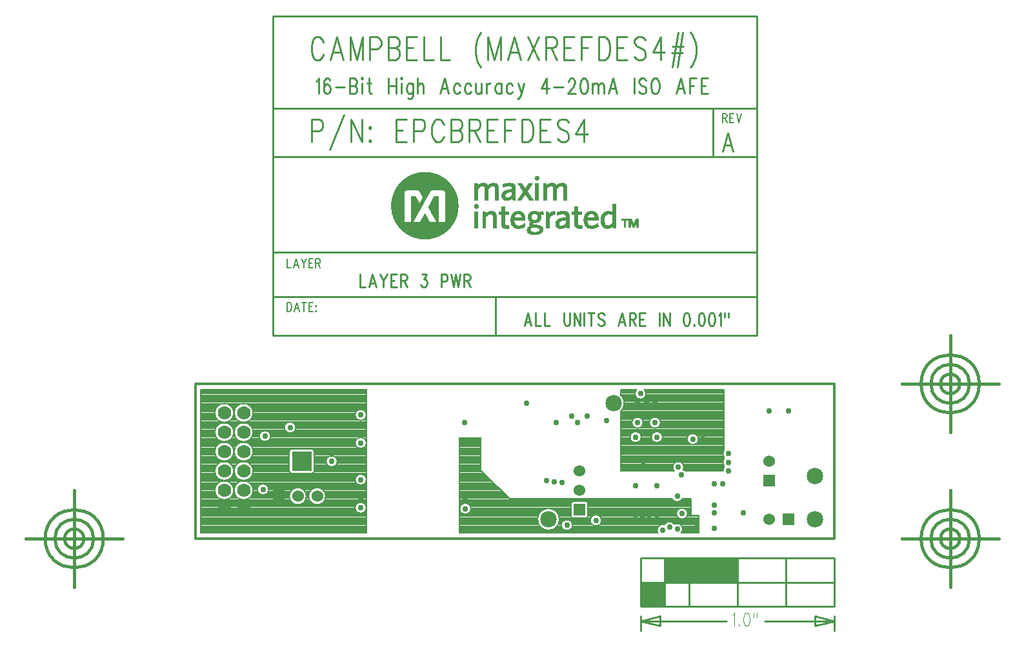
<source format=gbr>
*
*
G04 PADS 9.5 Build Number: 522968 generated Gerber (RS-274-X) file*
G04 PC Version=2.1*
*
%IN "MAXREFDES4_rev_A.pcb"*%
*
%MOIN*%
*
%FSLAX35Y35*%
*
*
*
*
G04 PC Standard Apertures*
*
*
G04 Thermal Relief Aperture macro.*
%AMTER*
1,1,$1,0,0*
1,0,$1-$2,0,0*
21,0,$3,$4,0,0,45*
21,0,$3,$4,0,0,135*
%
*
*
G04 Annular Aperture macro.*
%AMANN*
1,1,$1,0,0*
1,0,$2,0,0*
%
*
*
G04 Odd Aperture macro.*
%AMODD*
1,1,$1,0,0*
1,0,$1-0.005,0,0*
%
*
*
G04 PC Custom Aperture Macros*
*
*
*
*
*
*
G04 PC Aperture Table*
*
%ADD046C,0.015*%
%ADD048C,0.03*%
%ADD054C,0.06*%
%ADD056C,0.07*%
%ADD059C,0.085*%
%ADD084R,0.06X0.06*%
%ADD090R,0.1X0.1*%
%ADD172C,0.012*%
%ADD177C,0.01*%
%ADD180C,0.007*%
%ADD185C,0.001*%
%ADD189C,0*%
%ADD193C,0.008*%
%ADD235C,0.002*%
*
*
*
*
G04 PC Circuitry*
G04 Layer Name MAXREFDES4_rev_A.pcb - circuitry*
%LPD*%
*
*
G04 PC Custom Flashes*
G04 Layer Name MAXREFDES4_rev_A.pcb - flashes*
%LPD*%
*
*
G04 PC Circuitry*
G04 Layer Name MAXREFDES4_rev_A.pcb - circuitry*
%LPD*%
*
G54D46*
G01X2226250Y1553750D02*
Y1548750D01*
Y1543750*
Y1583750D02*
Y1553750D01*
X2206250Y1568750D02*
X2201250D01*
X2211250D02*
X2206250D01*
X2226250Y1583750D02*
Y1588750D01*
X2246250Y1568750D02*
X2251250D01*
X2241250D02*
X2246250D01*
X2211250D02*
X2241250D01*
X2231250D02*
G75*
G03X2231250I-5000J0D01*
G01X2241250D02*
G03X2241250I-15000J0D01*
G01X2236250D02*
G03X2236250I-10000J0D01*
G01X2226250Y1588750D02*
Y1593750D01*
Y1473750D02*
Y1468750D01*
Y1463750*
Y1503750D02*
Y1473750D01*
X2206250Y1488750D02*
X2201250D01*
X2211250D02*
X2206250D01*
X2226250Y1503750D02*
Y1508750D01*
X2246250Y1488750D02*
X2251250D01*
X2241250D02*
X2246250D01*
X2211250D02*
X2241250D01*
X2231250D02*
G03X2231250I-5000J0D01*
G01X2241250D02*
G03X2241250I-15000J0D01*
G01X2236250D02*
G03X2236250I-10000J0D01*
G01X2226250Y1508750D02*
Y1513750D01*
X1773750Y1473750D02*
Y1468750D01*
Y1463750*
Y1503750D02*
Y1473750D01*
X1753750Y1488750D02*
X1748750D01*
X1758750D02*
X1753750D01*
X1773750Y1503750D02*
Y1508750D01*
X1793750Y1488750D02*
X1798750D01*
X1788750D02*
X1793750D01*
X1758750D02*
X1788750D01*
X1778750D02*
G03X1778750I-5000J0D01*
G01X1788750D02*
G03X1788750I-15000J0D01*
G01X1783750D02*
G03X1783750I-10000J0D01*
G01X1773750Y1508750D02*
Y1513750D01*
G54D48*
X1871250Y1503250D03*
Y1514250D03*
X1870250Y1525750D03*
X1975750Y1504250D03*
Y1509250D03*
X1921750Y1519250D03*
Y1504750D03*
Y1509250D03*
X2025750Y1517750D03*
X2021750Y1518250D03*
X2017750Y1518750D03*
X2028250Y1495750D03*
X2043250Y1498250D03*
X2067750Y1526750D03*
X2071250Y1524750D03*
X2095250Y1496750D03*
X2087750Y1501750D03*
X2104250Y1502250D03*
Y1494250D03*
X2067250Y1499750D03*
X2085750Y1525750D03*
X2081250Y1494750D03*
X2119250Y1502250D03*
X2108750Y1517250D03*
X2063750Y1516250D03*
X2104250Y1506250D03*
X2085250Y1510750D03*
X2074750Y1501250D03*
X2063750Y1526250D03*
X2111750Y1528250D03*
X2104250Y1517250D03*
X2087250Y1521750D03*
X2070750Y1501250D03*
X2085250Y1493750D03*
X2077750Y1493250D03*
X2111750Y1523750D03*
X2094750Y1493250D03*
X2074750Y1516250D03*
X2063750Y1501250D03*
X2090750Y1493250D03*
X2074750Y1526250D03*
X1868250Y1529250D03*
X1885250Y1546250D03*
X1872250Y1541750D03*
X1975250Y1548750D03*
X1919250Y1548250D03*
X1921750Y1552750D03*
Y1538250D03*
X1906750Y1528750D03*
X2033750Y1548750D03*
X2048750Y1549750D03*
X2030750Y1552250D03*
X1981750Y1537750D03*
X2022750Y1548750D03*
X2007250Y1558750D03*
X2038750Y1552250D03*
X2074750Y1541250D03*
X2111750Y1532750D03*
X2101250Y1543250D03*
X2069250Y1559750D03*
X2073750Y1548750D03*
Y1559750D03*
X2097250Y1544250D03*
X2064750Y1559750D03*
Y1548750D03*
X2132750Y1554750D03*
X2098500Y1540250D03*
X2066250Y1563750D03*
X2093250Y1540250D03*
X2063750Y1541250D03*
X2142750Y1554750D03*
G54D54*
X2132750Y1498750D03*
Y1528750D03*
X1889250Y1510750D03*
X1899250D03*
X2034750Y1513750D03*
Y1523750D03*
G54D56*
X1861250Y1553750D03*
Y1543750D03*
Y1533750D03*
Y1523750D03*
Y1513750D03*
Y1503750D03*
X1851250Y1553750D03*
Y1543750D03*
Y1533750D03*
Y1523750D03*
Y1513750D03*
Y1503750D03*
G54D59*
X2156250Y1521250D03*
X2052250Y1558750D03*
X2156250Y1498750D03*
X2018750D03*
G54D84*
X2142750D03*
X2132750Y1518750D03*
X1879250Y1510750D03*
X2034750Y1503750D03*
G54D90*
X1891250Y1528750D03*
G54D172*
X1836250Y1488750D02*
Y1568750D01*
X2166250*
Y1488750*
X1836250*
G54D177*
X2066250Y1453750D02*
X2166250D01*
Y1478750*
X2066250*
Y1453750*
Y1446250D02*
X2110750D01*
X2066250D02*
X2076250Y1448750D01*
Y1443750*
X2066250Y1446250*
X2166250D02*
X2130386D01*
X2166250D02*
X2156250Y1443750D01*
Y1448750*
X2166250Y1446250*
X2066250Y1448750D02*
Y1441250D01*
X2166250Y1448750D02*
Y1441250D01*
X2068250Y1453750D02*
Y1466250D01*
X2069250Y1453750D02*
Y1466250D01*
X2070250D02*
Y1453750D01*
X2071250Y1466250D02*
Y1453750D01*
X2072250Y1466250D02*
Y1453750D01*
X2073250Y1466250D02*
Y1453750D01*
X2074250Y1466250D02*
Y1453750D01*
X2075250Y1466250D02*
Y1453750D01*
X2076250D02*
Y1466250D01*
X2077250Y1453750D02*
Y1466250D01*
X2080250D02*
Y1478750D01*
X2081250Y1466250D02*
Y1478750D01*
X2082250D02*
Y1466250D01*
X2083250Y1478750D02*
Y1466250D01*
X2084250Y1478750D02*
Y1466250D01*
X2085250Y1478750D02*
Y1466250D01*
X2086250Y1478750D02*
Y1466250D01*
X2087250Y1478750D02*
Y1466250D01*
X2088250D02*
Y1478750D01*
X2089250Y1466250D02*
Y1478750D01*
X2078750Y1453750D02*
Y1478750D01*
X2091250Y1453750D02*
Y1478750D01*
X2066250Y1466250D02*
X2166250D01*
X2141250Y1453750D02*
Y1478750D01*
X2116250Y1453750D02*
Y1478750D01*
X2067250Y1453750D02*
Y1466250D01*
X2077750Y1453750D02*
Y1466250D01*
X2079750D02*
Y1478750D01*
X2090250Y1466250D02*
Y1478750D01*
X2093250Y1466250D02*
Y1478750D01*
X2092250Y1466250D02*
Y1478750D01*
X2094250Y1466250D02*
Y1478750D01*
X2095250D02*
Y1466250D01*
X2096250Y1478750D02*
Y1466250D01*
X2097250Y1478750D02*
Y1466250D01*
X2098250Y1478750D02*
Y1466250D01*
X2099250Y1478750D02*
Y1466250D01*
X2101250D02*
Y1478750D01*
X2100250D02*
Y1466250D01*
X2102250D02*
Y1478750D01*
X2103250Y1466250D02*
Y1478750D01*
X2105250Y1466250D02*
Y1478750D01*
X2104250Y1466250D02*
Y1478750D01*
X2106250Y1466250D02*
Y1478750D01*
X2107250D02*
Y1466250D01*
X2108250Y1478750D02*
Y1466250D01*
X2109250Y1478750D02*
Y1466250D01*
X2110250Y1478750D02*
Y1466250D01*
X2111250Y1478750D02*
Y1466250D01*
X2112250Y1478750D02*
Y1466250D01*
X2113250D02*
Y1478750D01*
X2114250Y1466250D02*
Y1478750D01*
X2115250Y1466250D02*
Y1478750D01*
X2126250Y1593750D02*
Y1758750D01*
X1876250*
Y1593750*
X2126250*
X2103750Y1711250D02*
Y1686250D01*
X2126250Y1711250D02*
X1876250D01*
X2126250Y1686250D02*
X1876250D01*
X2126250Y1613750D02*
X1876250D01*
X2126250Y1636950D02*
X1876250D01*
X1991250Y1593750D02*
Y1613750D01*
X1898750Y1725125D02*
X1899295Y1725500D01*
X1900114Y1726625*
Y1718750*
X1905841Y1725500D02*
X1905568Y1726250D01*
X1904750Y1726625*
X1904205*
X1903386Y1726250*
X1902841Y1725125*
X1902568Y1723250*
Y1721375*
X1902841Y1719875*
X1903386Y1719125*
X1904205Y1718750*
X1904477*
X1905295Y1719125*
X1905841Y1719875*
X1906114Y1721000*
Y1721375*
X1905841Y1722500*
X1905295Y1723250*
X1904477Y1723625*
X1904205*
X1903386Y1723250*
X1902841Y1722500*
X1902568Y1721375*
X1908568Y1722125D02*
X1913477D01*
X1915932Y1726625D02*
Y1718750D01*
Y1726625D02*
X1918386D01*
X1919205Y1726250*
X1919477Y1725875*
X1919750Y1725125*
Y1724375*
X1919477Y1723625*
X1919205Y1723250*
X1918386Y1722875*
X1915932D02*
X1918386D01*
X1919205Y1722500*
X1919477Y1722125*
X1919750Y1721375*
Y1720250*
X1919477Y1719500*
X1919205Y1719125*
X1918386Y1718750*
X1915932*
X1922205Y1726625D02*
X1922477Y1726250D01*
X1922750Y1726625*
X1922477Y1727000*
X1922205Y1726625*
X1922477Y1724000D02*
Y1718750D01*
X1926023Y1726625D02*
Y1720250D01*
X1926295Y1719125*
X1926841Y1718750*
X1927386*
X1925205Y1724000D02*
X1927114D01*
X1936114Y1726625D02*
Y1718750D01*
X1939932Y1726625D02*
Y1718750D01*
X1936114Y1722875D02*
X1939932D01*
X1942386Y1726625D02*
X1942659Y1726250D01*
X1942932Y1726625*
X1942659Y1727000*
X1942386Y1726625*
X1942659Y1724000D02*
Y1718750D01*
X1948659Y1724000D02*
Y1718000D01*
X1948386Y1716875*
X1948114Y1716500*
X1947568Y1716125*
X1946750*
X1946205Y1716500*
X1948659Y1722875D02*
X1948114Y1723625D01*
X1947568Y1724000*
X1946750*
X1946205Y1723625*
X1945659Y1722875*
X1945386Y1721750*
Y1721000*
X1945659Y1719875*
X1946205Y1719125*
X1946750Y1718750*
X1947568*
X1948114Y1719125*
X1948659Y1719875*
X1951114Y1726625D02*
Y1718750D01*
Y1722500D02*
X1951932Y1723625D01*
X1952477Y1724000*
X1953295*
X1953841Y1723625*
X1954114Y1722500*
Y1718750*
X1965023Y1726625D02*
X1962841Y1718750D01*
X1965023Y1726625D02*
X1967205Y1718750D01*
X1963659Y1721375D02*
X1966386D01*
X1972932Y1722875D02*
X1972386Y1723625D01*
X1971841Y1724000*
X1971023*
X1970477Y1723625*
X1969932Y1722875*
X1969659Y1721750*
Y1721000*
X1969932Y1719875*
X1970477Y1719125*
X1971023Y1718750*
X1971841*
X1972386Y1719125*
X1972932Y1719875*
X1978659Y1722875D02*
X1978114Y1723625D01*
X1977568Y1724000*
X1976750*
X1976205Y1723625*
X1975659Y1722875*
X1975386Y1721750*
Y1721000*
X1975659Y1719875*
X1976205Y1719125*
X1976750Y1718750*
X1977568*
X1978114Y1719125*
X1978659Y1719875*
X1981114Y1724000D02*
Y1720250D01*
X1981386Y1719125*
X1981932Y1718750*
X1982750*
X1983295Y1719125*
X1984114Y1720250*
Y1724000D02*
Y1718750D01*
X1986568Y1724000D02*
Y1718750D01*
Y1721750D02*
X1986841Y1722875D01*
X1987386Y1723625*
X1987932Y1724000*
X1988750*
X1994477D02*
Y1718750D01*
Y1722875D02*
X1993932Y1723625D01*
X1993386Y1724000*
X1992568*
X1992023Y1723625*
X1991477Y1722875*
X1991205Y1721750*
Y1721000*
X1991477Y1719875*
X1992023Y1719125*
X1992568Y1718750*
X1993386*
X1993932Y1719125*
X1994477Y1719875*
X2000205Y1722875D02*
X1999659Y1723625D01*
X1999114Y1724000*
X1998295*
X1997750Y1723625*
X1997205Y1722875*
X1996932Y1721750*
Y1721000*
X1997205Y1719875*
X1997750Y1719125*
X1998295Y1718750*
X1999114*
X1999659Y1719125*
X2000205Y1719875*
X2002932Y1724000D02*
X2004568Y1718750D01*
X2006205Y1724000D02*
X2004568Y1718750D01*
X2004023Y1717250*
X2003477Y1716500*
X2002932Y1716125*
X2002659*
X2017659Y1726625D02*
X2014932Y1721375D01*
X2019023*
X2017659Y1726625D02*
Y1718750D01*
X2021477Y1722125D02*
X2026386D01*
X2029114Y1724750D02*
Y1725125D01*
X2029386Y1725875*
X2029659Y1726250*
X2030205Y1726625*
X2031295*
X2031841Y1726250*
X2032114Y1725875*
X2032386Y1725125*
Y1724375*
X2032114Y1723625*
X2031568Y1722500*
X2028841Y1718750*
X2032659*
X2036750Y1726625D02*
X2035932Y1726250D01*
X2035386Y1725125*
X2035114Y1723250*
Y1722125*
X2035386Y1720250*
X2035932Y1719125*
X2036750Y1718750*
X2037295*
X2038114Y1719125*
X2038659Y1720250*
X2038932Y1722125*
Y1723250*
X2038659Y1725125*
X2038114Y1726250*
X2037295Y1726625*
X2036750*
X2041386Y1724000D02*
Y1718750D01*
Y1722500D02*
X2042205Y1723625D01*
X2042750Y1724000*
X2043568*
X2044114Y1723625*
X2044386Y1722500*
Y1718750*
Y1722500D02*
X2045205Y1723625D01*
X2045750Y1724000*
X2046568*
X2047114Y1723625*
X2047386Y1722500*
Y1718750*
X2052023Y1726625D02*
X2049841Y1718750D01*
X2052023Y1726625D02*
X2054205Y1718750D01*
X2050659Y1721375D02*
X2053386D01*
X2062932Y1726625D02*
Y1718750D01*
X2069205Y1725500D02*
X2068659Y1726250D01*
X2067841Y1726625*
X2066750*
X2065932Y1726250*
X2065386Y1725500*
Y1724750*
X2065659Y1724000*
X2065932Y1723625*
X2066477Y1723250*
X2068114Y1722500*
X2068659Y1722125*
X2068932Y1721750*
X2069205Y1721000*
Y1719875*
X2068659Y1719125*
X2067841Y1718750*
X2066750*
X2065932Y1719125*
X2065386Y1719875*
X2073295Y1726625D02*
X2072750Y1726250D01*
X2072205Y1725500*
X2071932Y1724750*
X2071659Y1723625*
Y1721750*
X2071932Y1720625*
X2072205Y1719875*
X2072750Y1719125*
X2073295Y1718750*
X2074386*
X2074932Y1719125*
X2075477Y1719875*
X2075750Y1720625*
X2076023Y1721750*
Y1723625*
X2075750Y1724750*
X2075477Y1725500*
X2074932Y1726250*
X2074386Y1726625*
X2073295*
X2086932D02*
X2084750Y1718750D01*
X2086932Y1726625D02*
X2089114Y1718750D01*
X2085568Y1721375D02*
X2088295D01*
X2091568Y1726625D02*
Y1718750D01*
Y1726625D02*
X2095114D01*
X2091568Y1722875D02*
X2093750D01*
X2097568Y1726625D02*
Y1718750D01*
Y1726625D02*
X2101114D01*
X2097568Y1722875D02*
X2099750D01*
X2097568Y1718750D02*
X2101114D01*
X1902386Y1745250D02*
X1901977Y1746375D01*
X1901159Y1747500*
X1900341Y1748063*
X1900341D02*
X1898705D01*
X1898705D02*
X1897886Y1747500D01*
X1897068Y1746375*
X1896659Y1745250*
X1896250Y1743563*
X1896250D02*
Y1740750D01*
X1896659Y1739063*
X1896659D02*
X1897068Y1737938D01*
X1897068D02*
X1897886Y1736813D01*
X1897886D02*
X1898705Y1736250D01*
X1900341*
X1901159Y1736813*
X1901159D02*
X1901977Y1737938D01*
X1901977D02*
X1902386Y1739063D01*
X1909341Y1748063D02*
X1906068Y1736250D01*
X1909341Y1748063D02*
X1912614Y1736250D01*
X1907295Y1740188D02*
X1911386D01*
X1916295Y1748063D02*
Y1736250D01*
Y1748063D02*
X1919568Y1736250D01*
X1922841Y1748063D02*
X1919568Y1736250D01*
X1922841Y1748063D02*
Y1736250D01*
X1926523Y1748063D02*
Y1736250D01*
Y1748063D02*
X1930205D01*
X1930205D02*
X1931432Y1747500D01*
X1931841Y1746938*
X1931841D02*
X1932250Y1745813D01*
X1932250D02*
Y1744125D01*
X1931841Y1743000*
X1931432Y1742438*
X1931432D02*
X1930205Y1741875D01*
X1926523*
X1935932Y1748063D02*
Y1736250D01*
Y1748063D02*
X1939614D01*
X1939614D02*
X1940841Y1747500D01*
X1941250Y1746938*
X1941250D02*
X1941659Y1745813D01*
X1941659D02*
Y1744688D01*
X1941659D02*
X1941250Y1743563D01*
X1941250D02*
X1940841Y1743000D01*
X1939614Y1742438*
X1935932D02*
X1939614D01*
X1939614D02*
X1940841Y1741875D01*
X1941250Y1741313*
X1941250D02*
X1941659Y1740188D01*
X1941659D02*
Y1738500D01*
X1941250Y1737375*
X1940841Y1736813*
X1940841D02*
X1939614Y1736250D01*
X1935932*
X1945341Y1748063D02*
Y1736250D01*
Y1748063D02*
X1950659D01*
X1945341Y1742438D02*
X1948614D01*
X1945341Y1736250D02*
X1950659D01*
X1954341Y1748063D02*
Y1736250D01*
X1959250*
X1962932Y1748063D02*
Y1736250D01*
X1967841*
X1983795Y1750313D02*
X1982977Y1749188D01*
X1982977D02*
X1982159Y1747500D01*
X1981341Y1745250*
X1980932Y1742438*
X1980932D02*
Y1740188D01*
X1980932D02*
X1981341Y1737375D01*
X1982159Y1735125*
X1982977Y1733437*
X1982977D02*
X1983795Y1732312D01*
X1987477Y1748063D02*
Y1736250D01*
Y1748063D02*
X1990750Y1736250D01*
X1994023Y1748063D02*
X1990750Y1736250D01*
X1994023Y1748063D02*
Y1736250D01*
X2000977Y1748063D02*
X1997705Y1736250D01*
X2000977Y1748063D02*
X2004250Y1736250D01*
X1998932Y1740188D02*
X2003023D01*
X2007932Y1748063D02*
X2013659Y1736250D01*
Y1748063D02*
X2007932Y1736250D01*
X2017341Y1748063D02*
Y1736250D01*
Y1748063D02*
X2021023D01*
X2021023D02*
X2022250Y1747500D01*
X2022659Y1746938*
X2022659D02*
X2023068Y1745813D01*
X2023068D02*
Y1744688D01*
X2023068D02*
X2022659Y1743563D01*
X2022659D02*
X2022250Y1743000D01*
X2021023Y1742438*
X2021023D02*
X2017341D01*
X2020205D02*
X2023068Y1736250D01*
X2026750Y1748063D02*
Y1736250D01*
Y1748063D02*
X2032068D01*
X2026750Y1742438D02*
X2030023D01*
X2026750Y1736250D02*
X2032068D01*
X2035750Y1748063D02*
Y1736250D01*
Y1748063D02*
X2041068D01*
X2035750Y1742438D02*
X2039023D01*
X2044750Y1748063D02*
Y1736250D01*
Y1748063D02*
X2047614D01*
X2047614D02*
X2048841Y1747500D01*
X2049659Y1746375*
X2050068Y1745250*
X2050477Y1743563*
X2050477D02*
Y1740750D01*
X2050068Y1739063*
X2050068D02*
X2049659Y1737938D01*
X2049659D02*
X2048841Y1736813D01*
X2048841D02*
X2047614Y1736250D01*
X2044750*
X2054159Y1748063D02*
Y1736250D01*
Y1748063D02*
X2059477D01*
X2054159Y1742438D02*
X2057432D01*
X2054159Y1736250D02*
X2059477D01*
X2068886Y1746375D02*
X2068068Y1747500D01*
X2066841Y1748063*
X2066841D02*
X2065205D01*
X2065205D02*
X2063977Y1747500D01*
X2063159Y1746375*
Y1745250*
X2063568Y1744125*
X2063977Y1743563*
X2063977D02*
X2064795Y1743000D01*
X2067250Y1741875*
X2068068Y1741313*
X2068068D02*
X2068477Y1740750D01*
X2068886Y1739625*
Y1737938*
X2068886D02*
X2068068Y1736813D01*
X2068068D02*
X2066841Y1736250D01*
X2065205*
X2063977Y1736813*
X2063977D02*
X2063159Y1737938D01*
X2076659Y1748063D02*
X2072568Y1740188D01*
X2072568D02*
X2078705D01*
X2076659Y1748063D02*
Y1736250D01*
X2085659Y1750313D02*
X2082795Y1732312D01*
X2088114Y1750313D02*
X2085250Y1732312D01*
X2082795Y1743000D02*
X2088523D01*
X2082386Y1739625D02*
X2088114D01*
X2092205Y1750313D02*
X2093023Y1749188D01*
X2093023D02*
X2093841Y1747500D01*
X2094659Y1745250*
X2095068Y1742438*
X2095068D02*
Y1740188D01*
X2095068D02*
X2094659Y1737375D01*
X2093841Y1735125*
X2093023Y1733437*
X2093023D02*
X2092205Y1732312D01*
X1896250Y1705563D02*
Y1693750D01*
Y1705563D02*
X1899932D01*
X1899932D02*
X1901159Y1705000D01*
X1901568Y1704438*
X1901568D02*
X1901977Y1703313D01*
X1901977D02*
Y1701625D01*
X1901568Y1700500*
X1901159Y1699938*
X1901159D02*
X1899932Y1699375D01*
X1896250*
X1913023Y1707813D02*
X1905659Y1689812D01*
X1916705Y1705563D02*
Y1693750D01*
Y1705563D02*
X1922432Y1693750D01*
Y1705563D02*
Y1693750D01*
X1926523Y1701625D02*
X1926114Y1701063D01*
X1926114D02*
X1926523Y1700500D01*
X1926932Y1701063*
X1926932D02*
X1926523Y1701625D01*
Y1694875D02*
X1926114Y1694313D01*
X1926114D02*
X1926523Y1693750D01*
X1926932Y1694313*
X1926932D02*
X1926523Y1694875D01*
X1940023Y1705563D02*
Y1693750D01*
Y1705563D02*
X1945341D01*
X1940023Y1699938D02*
X1943295D01*
X1940023Y1693750D02*
X1945341D01*
X1949023Y1705563D02*
Y1693750D01*
Y1705563D02*
X1952705D01*
X1952705D02*
X1953932Y1705000D01*
X1954341Y1704438*
X1954341D02*
X1954750Y1703313D01*
X1954750D02*
Y1701625D01*
X1954341Y1700500*
X1953932Y1699938*
X1953932D02*
X1952705Y1699375D01*
X1949023*
X1964568Y1702750D02*
X1964159Y1703875D01*
X1963341Y1705000*
X1962523Y1705563*
X1962523D02*
X1960886D01*
X1960886D02*
X1960068Y1705000D01*
X1959250Y1703875*
X1958841Y1702750*
X1958432Y1701063*
X1958432D02*
Y1698250D01*
X1958841Y1696563*
X1958841D02*
X1959250Y1695438D01*
X1959250D02*
X1960068Y1694313D01*
X1960068D02*
X1960886Y1693750D01*
X1962523*
X1963341Y1694313*
X1963341D02*
X1964159Y1695438D01*
X1964159D02*
X1964568Y1696563D01*
X1968250Y1705563D02*
Y1693750D01*
Y1705563D02*
X1971932D01*
X1971932D02*
X1973159Y1705000D01*
X1973568Y1704438*
X1973568D02*
X1973977Y1703313D01*
X1973977D02*
Y1702188D01*
X1973977D02*
X1973568Y1701063D01*
X1973568D02*
X1973159Y1700500D01*
X1971932Y1699938*
X1968250D02*
X1971932D01*
X1971932D02*
X1973159Y1699375D01*
X1973568Y1698813*
X1973568D02*
X1973977Y1697688D01*
X1973977D02*
Y1696000D01*
X1973568Y1694875*
X1973159Y1694313*
X1973159D02*
X1971932Y1693750D01*
X1968250*
X1977659Y1705563D02*
Y1693750D01*
Y1705563D02*
X1981341D01*
X1981341D02*
X1982568Y1705000D01*
X1982977Y1704438*
X1982977D02*
X1983386Y1703313D01*
X1983386D02*
Y1702188D01*
X1983386D02*
X1982977Y1701063D01*
X1982977D02*
X1982568Y1700500D01*
X1981341Y1699938*
X1981341D02*
X1977659D01*
X1980523D02*
X1983386Y1693750D01*
X1987068Y1705563D02*
Y1693750D01*
Y1705563D02*
X1992386D01*
X1987068Y1699938D02*
X1990341D01*
X1987068Y1693750D02*
X1992386D01*
X1996068Y1705563D02*
Y1693750D01*
Y1705563D02*
X2001386D01*
X1996068Y1699938D02*
X1999341D01*
X2005068Y1705563D02*
Y1693750D01*
Y1705563D02*
X2007932D01*
X2007932D02*
X2009159Y1705000D01*
X2009977Y1703875*
X2010386Y1702750*
X2010795Y1701063*
X2010795D02*
Y1698250D01*
X2010386Y1696563*
X2010386D02*
X2009977Y1695438D01*
X2009977D02*
X2009159Y1694313D01*
X2009159D02*
X2007932Y1693750D01*
X2005068*
X2014477Y1705563D02*
Y1693750D01*
Y1705563D02*
X2019795D01*
X2014477Y1699938D02*
X2017750D01*
X2014477Y1693750D02*
X2019795D01*
X2029205Y1703875D02*
X2028386Y1705000D01*
X2027159Y1705563*
X2027159D02*
X2025523D01*
X2025523D02*
X2024295Y1705000D01*
X2023477Y1703875*
Y1702750*
X2023886Y1701625*
X2024295Y1701063*
X2024295D02*
X2025114Y1700500D01*
X2027568Y1699375*
X2028386Y1698813*
X2028386D02*
X2028795Y1698250D01*
X2029205Y1697125*
Y1695438*
X2029205D02*
X2028386Y1694313D01*
X2028386D02*
X2027159Y1693750D01*
X2025523*
X2024295Y1694313*
X2024295D02*
X2023477Y1695438D01*
X2036977Y1705563D02*
X2032886Y1697688D01*
X2032886D02*
X2039023D01*
X2036977Y1705563D02*
Y1693750D01*
X2111477Y1698594D02*
X2108750Y1688750D01*
X2111477Y1698594D02*
X2114205Y1688750D01*
X2109773Y1692031D02*
X2113182D01*
X2008068Y1605313D02*
X2006250Y1598750D01*
X2008068Y1605313D02*
X2009886Y1598750D01*
X2006932Y1600938D02*
X2009205D01*
X2011932Y1605313D02*
Y1598750D01*
X2014659*
X2016705Y1605313D02*
Y1598750D01*
X2019432*
X2026705Y1605313D02*
Y1600625D01*
X2026932Y1599688*
X2026932D02*
X2027386Y1599063D01*
X2027386D02*
X2028068Y1598750D01*
X2028523*
X2029205Y1599063*
X2029205D02*
X2029659Y1599688D01*
X2029659D02*
X2029886Y1600625D01*
Y1605313*
X2031932D02*
Y1598750D01*
Y1605313D02*
X2035114Y1598750D01*
Y1605313D02*
Y1598750D01*
X2037159Y1605313D02*
Y1598750D01*
X2040795Y1605313D02*
Y1598750D01*
X2039205Y1605313D02*
X2042386D01*
X2047614Y1604375D02*
X2047159Y1605000D01*
X2046477Y1605313*
X2046477D02*
X2045568D01*
X2045568D02*
X2044886Y1605000D01*
X2044432Y1604375*
Y1603750*
X2044659Y1603125*
X2044886Y1602813*
X2044886D02*
X2045341Y1602500D01*
X2046705Y1601875*
X2047159Y1601563*
X2047159D02*
X2047386Y1601250D01*
X2047614Y1600625*
Y1599688*
X2047614D02*
X2047159Y1599063D01*
X2047159D02*
X2046477Y1598750D01*
X2045568*
X2044886Y1599063*
X2044886D02*
X2044432Y1599688D01*
X2056705Y1605313D02*
X2054886Y1598750D01*
X2056705Y1605313D02*
X2058523Y1598750D01*
X2055568Y1600938D02*
X2057841D01*
X2060568Y1605313D02*
Y1598750D01*
Y1605313D02*
X2062614D01*
X2062614D02*
X2063295Y1605000D01*
X2063523Y1604688*
X2063523D02*
X2063750Y1604063D01*
X2063750D02*
Y1603438D01*
X2063750D02*
X2063523Y1602813D01*
X2063523D02*
X2063295Y1602500D01*
X2062614Y1602188*
X2062614D02*
X2060568D01*
X2062159D02*
X2063750Y1598750D01*
X2065795Y1605313D02*
Y1598750D01*
Y1605313D02*
X2068750D01*
X2065795Y1602188D02*
X2067614D01*
X2065795Y1598750D02*
X2068750D01*
X2076023Y1605313D02*
Y1598750D01*
X2078068Y1605313D02*
Y1598750D01*
Y1605313D02*
X2081250Y1598750D01*
Y1605313D02*
Y1598750D01*
X2089886Y1605313D02*
X2089205Y1605000D01*
X2088750Y1604063*
X2088750D02*
X2088523Y1602500D01*
Y1601563*
X2088523D02*
X2088750Y1600000D01*
X2089205Y1599063*
X2089205D02*
X2089886Y1598750D01*
X2090341*
X2091023Y1599063*
X2091023D02*
X2091477Y1600000D01*
X2091705Y1601563*
X2091705D02*
Y1602500D01*
X2091477Y1604063*
X2091477D02*
X2091023Y1605000D01*
X2090341Y1605313*
X2090341D02*
X2089886D01*
X2093977Y1599375D02*
X2093750Y1599063D01*
X2093750D02*
X2093977Y1598750D01*
X2094205Y1599063*
X2094205D02*
X2093977Y1599375D01*
X2097614Y1605313D02*
X2096932Y1605000D01*
X2096477Y1604063*
X2096477D02*
X2096250Y1602500D01*
Y1601563*
X2096250D02*
X2096477Y1600000D01*
X2096932Y1599063*
X2096932D02*
X2097614Y1598750D01*
X2098068*
X2098750Y1599063*
X2098750D02*
X2099205Y1600000D01*
X2099432Y1601563*
X2099432D02*
Y1602500D01*
X2099205Y1604063*
X2099205D02*
X2098750Y1605000D01*
X2098068Y1605313*
X2098068D02*
X2097614D01*
X2102841D02*
X2102159Y1605000D01*
X2101705Y1604063*
X2101705D02*
X2101477Y1602500D01*
Y1601563*
X2101477D02*
X2101705Y1600000D01*
X2102159Y1599063*
X2102159D02*
X2102841Y1598750D01*
X2103295*
X2103977Y1599063*
X2103977D02*
X2104432Y1600000D01*
X2104659Y1601563*
X2104659D02*
Y1602500D01*
X2104432Y1604063*
X2104432D02*
X2103977Y1605000D01*
X2103295Y1605313*
X2103295D02*
X2102841D01*
X2106705Y1604063D02*
X2107159Y1604375D01*
X2107841Y1605313*
X2107841D02*
Y1598750D01*
X2109886Y1605313D02*
Y1603125D01*
X2111705Y1605313D02*
Y1603125D01*
X1921250Y1625313D02*
Y1618750D01*
X1923977*
X1927841Y1625313D02*
X1926023Y1618750D01*
X1927841Y1625313D02*
X1929659Y1618750D01*
X1926705Y1620938D02*
X1928977D01*
X1931705Y1625313D02*
X1933523Y1622188D01*
X1933523D02*
Y1618750D01*
X1935341Y1625313D02*
X1933523Y1622188D01*
X1937386Y1625313D02*
Y1618750D01*
Y1625313D02*
X1940341D01*
X1937386Y1622188D02*
X1939205D01*
X1937386Y1618750D02*
X1940341D01*
X1942386Y1625313D02*
Y1618750D01*
Y1625313D02*
X1944432D01*
X1944432D02*
X1945114Y1625000D01*
X1945341Y1624688*
X1945341D02*
X1945568Y1624063D01*
X1945568D02*
Y1623438D01*
X1945568D02*
X1945341Y1622813D01*
X1945341D02*
X1945114Y1622500D01*
X1944432Y1622188*
X1944432D02*
X1942386D01*
X1943977D02*
X1945568Y1618750D01*
X1953295Y1625313D02*
X1955795D01*
X1955795D02*
X1954432Y1622813D01*
X1954432D02*
X1955114D01*
X1955114D02*
X1955568Y1622500D01*
X1955795Y1622188*
X1955795D02*
X1956023Y1621250D01*
Y1620625*
X1955795Y1619688*
X1955795D02*
X1955341Y1619063D01*
X1955341D02*
X1954659Y1618750D01*
X1953977*
X1953295Y1619063*
X1953295D02*
X1953068Y1619375D01*
X1952841Y1620000*
X1963295Y1625313D02*
Y1618750D01*
Y1625313D02*
X1965341D01*
X1965341D02*
X1966023Y1625000D01*
X1966250Y1624688*
X1966250D02*
X1966477Y1624063D01*
X1966477D02*
Y1623125D01*
X1966250Y1622500*
X1966023Y1622188*
X1966023D02*
X1965341Y1621875D01*
X1963295*
X1968523Y1625313D02*
X1969659Y1618750D01*
X1970795Y1625313D02*
X1969659Y1618750D01*
X1970795Y1625313D02*
X1971932Y1618750D01*
X1973068Y1625313D02*
X1971932Y1618750D01*
X1975114Y1625313D02*
Y1618750D01*
Y1625313D02*
X1977159D01*
X1977159D02*
X1977841Y1625000D01*
X1978068Y1624688*
X1978068D02*
X1978295Y1624063D01*
X1978295D02*
Y1623438D01*
X1978295D02*
X1978068Y1622813D01*
X1978068D02*
X1977841Y1622500D01*
X1977159Y1622188*
X1977159D02*
X1975114D01*
X1976705D02*
X1978295Y1618750D01*
G54D180*
X1883750Y1610844D02*
Y1606250D01*
Y1610844D02*
X1884864D01*
X1885341Y1610625*
X1885659Y1610188*
X1885659D02*
X1885818Y1609750D01*
X1885977Y1609094*
Y1608000*
X1885818Y1607344*
X1885659Y1606906*
X1885341Y1606469*
X1884864Y1606250*
X1883750*
X1888682Y1610844D02*
X1887409Y1606250D01*
X1888682Y1610844D02*
X1889955Y1606250D01*
X1887886Y1607781D02*
X1889477D01*
X1892500Y1610844D02*
Y1606250D01*
X1891386Y1610844D02*
X1893614D01*
X1895045D02*
Y1606250D01*
Y1610844D02*
X1897114D01*
X1895045Y1608656D02*
X1896318D01*
X1895045Y1606250D02*
X1897114D01*
X1898705Y1609313D02*
X1898545Y1609094D01*
X1898705Y1608875*
X1898864Y1609094*
X1898705Y1609313*
Y1606688D02*
X1898545Y1606469D01*
X1898705Y1606250*
X1898864Y1606469*
X1898705Y1606688*
X1883750Y1633344D02*
Y1628750D01*
X1885659*
X1888364Y1633344D02*
X1887091Y1628750D01*
X1888364Y1633344D02*
X1889636Y1628750D01*
X1887568Y1630281D02*
X1889159D01*
X1891068Y1633344D02*
X1892341Y1631156D01*
Y1628750*
X1893614Y1633344D02*
X1892341Y1631156D01*
X1895045Y1633344D02*
Y1628750D01*
Y1633344D02*
X1897114D01*
X1895045Y1631156D02*
X1896318D01*
X1895045Y1628750D02*
X1897114D01*
X1898545Y1633344D02*
Y1628750D01*
Y1633344D02*
X1899977D01*
X1900455Y1633125*
X1900614Y1632906*
X1900773Y1632469*
Y1632031*
X1900614Y1631594*
X1900455Y1631375*
X1899977Y1631156*
X1898545*
X1899659D02*
X1900773Y1628750D01*
X2108750Y1708344D02*
Y1703750D01*
Y1708344D02*
X2110182D01*
X2110659Y1708125*
X2110818Y1707906*
X2110977Y1707469*
Y1707031*
X2110818Y1706594*
X2110659Y1706375*
X2110182Y1706156*
X2108750*
X2109864D02*
X2110977Y1703750D01*
X2112409Y1708344D02*
Y1703750D01*
Y1708344D02*
X2114477D01*
X2112409Y1706156D02*
X2113682D01*
X2112409Y1703750D02*
X2114477D01*
X2115909Y1708344D02*
X2117182Y1703750D01*
X2118455Y1708344D02*
X2117182Y1703750D01*
G54D185*
X2066250Y1453750D02*
X2066253D01*
X2166250D02*
X2166253D01*
G54D189*
X2113750Y1449063D02*
X2114205Y1449375D01*
X2114886Y1450313*
X2114886D02*
Y1443750D01*
X2117159Y1444375D02*
X2116932Y1444063D01*
X2116932D02*
X2117159Y1443750D01*
X2117386Y1444063*
X2117386D02*
X2117159Y1444375D01*
X2120795Y1450313D02*
X2120114Y1450000D01*
X2119659Y1449063*
X2119659D02*
X2119432Y1447500D01*
Y1446563*
X2119432D02*
X2119659Y1445000D01*
X2120114Y1444063*
X2120114D02*
X2120795Y1443750D01*
X2121250*
X2121932Y1444063*
X2121932D02*
X2122386Y1445000D01*
X2122614Y1446563*
X2122614D02*
Y1447500D01*
X2122386Y1449063*
X2122386D02*
X2121932Y1450000D01*
X2121250Y1450313*
X2121250D02*
X2120795D01*
X2124659D02*
Y1448125D01*
X2126477Y1450313D02*
Y1448125D01*
G54D193*
X2090650Y1501750D02*
G03X2090650I-2900J0D01*
G01X2046150Y1498250D02*
G03X2046150I-2900J0D01*
G01X2031150Y1495750D02*
G03X2031150I-2900J0D01*
G01X2024400Y1498750D02*
G03X2024400I-5650J0D01*
G01X1978650Y1504250D02*
G03X1978650I-2900J0D01*
G01X2096150Y1540250D02*
G03X2096150I-2900J0D01*
G01X2077650Y1541250D02*
G03X2077650I-2900J0D01*
G01X2076650Y1548750D02*
G03X2076650I-2900J0D01*
G01X2066650Y1541250D02*
G03X2066650I-2900J0D01*
G01X2067650Y1548750D02*
G03X2067650I-2900J0D01*
G01X1924650Y1504750D02*
G03X1924650I-2900J0D01*
G01Y1519250D02*
G03X1924650I-2900J0D01*
G01Y1538250D02*
G03X1924650I-2900J0D01*
G01Y1552750D02*
G03X1924650I-2900J0D01*
G01X1909650Y1528750D02*
G03X1909650I-2900J0D01*
G01X1903650Y1510750D02*
G03X1903650I-4400J0D01*
G01X1893650D02*
G03X1893650I-4400J0D01*
G01X1888150Y1546250D02*
G03X1888150I-2900J0D01*
G01X1874150Y1514250D02*
G03X1874150I-2900J0D01*
G01X1875150Y1541750D02*
G03X1875150I-2900J0D01*
G01X1866150Y1513750D02*
G03X1866150I-4900J0D01*
G01Y1523750D02*
G03X1866150I-4900J0D01*
G01Y1533750D02*
G03X1866150I-4900J0D01*
G01Y1543750D02*
G03X1866150I-4900J0D01*
G01Y1553750D02*
G03X1866150I-4900J0D01*
G01X1856150Y1513750D02*
G03X1856150I-4900J0D01*
G01Y1523750D02*
G03X1856150I-4900J0D01*
G01Y1533750D02*
G03X1856150I-4900J0D01*
G01Y1543750D02*
G03X1856150I-4900J0D01*
G01Y1553750D02*
G03X1856150I-4900J0D01*
G01X2096350Y1491690D02*
Y1500810D01*
G03X2096310Y1500850I-40J0*
G01X2092350*
Y1509310*
G03X2092310Y1509350I-40J0*
G01X2087813*
G03X2087778Y1509330I0J-40*
G01X2082722D02*
G03X2087778I2528J1420D01*
G01X2082722D02*
G03X2082687Y1509350I-35J-20D01*
G01X2034764*
X2034764*
X2034736D02*
G03X2034764I14J4400D01*
G01X2034736D02*
X2034736D01*
X1998584*
X1983850Y1524084*
Y1540810*
G03X1983810Y1540850I-40J0*
G01X1972690*
G03X1972650Y1540810I0J-40*
G01Y1491690*
G03X1972690Y1491650I40J0*
G01X2075258*
G03X2075292Y1491711I-0J40*
G01X2078606Y1496021D02*
G03X2075292Y1491711I-856J-2771D01*
G01X2078606Y1496021D02*
G03X2078653Y1496041I12J38D01*
G01X2083724Y1496263D02*
G03X2078653Y1496041I-2474J-1513D01*
G01X2083724Y1496263D02*
G03X2083779Y1496249I34J21D01*
G01X2087319Y1491718D02*
G03X2083779Y1496249I-2069J2032D01*
G01X2087319Y1491718D02*
G03X2087348Y1491650I29J-28D01*
G01X2096310*
G03X2096350Y1491690I0J40*
G01X2109350Y1534390D02*
Y1565810D01*
G03X2109310Y1565850I-40J-0*
G01X2068348*
G03X2068319Y1565782I-0J-40*
G01X2064181D02*
G03X2068319I2069J-2032D01*
G01X2064181D02*
G03X2064152Y1565850I-29J28D01*
G01X2056190*
G03X2056150Y1565810I0J-40*
G01Y1562855*
G03X2056162Y1562826I40J0*
G01Y1554674D02*
G03Y1562826I-3912J4076D01*
G01Y1554674D02*
G03X2056150Y1554645I28J-29D01*
G01Y1523690*
G03X2056190Y1523650I40J0*
G01X2083652*
G03X2083681Y1523718I0J40*
G01X2088356Y1524477D02*
G03X2083681Y1523718I-2606J1273D01*
G01X2088356Y1524477D02*
G03X2088376Y1524422I36J-18D01*
G01X2089429Y1523664D02*
G03X2088376Y1524422I-2179J-1914D01*
G01X2089429Y1523664D02*
G03X2089459Y1523650I30J26D01*
G01X2108811*
G03X2108851Y1523690I-0J40*
G01Y1523691*
X2109343Y1525368D02*
G03X2108851Y1523691I2407J-1618D01*
G01X2109343Y1525368D02*
G03X2109350Y1525390I-33J22D01*
G01Y1526610*
G03X2109343Y1526632I-40J-0*
G01Y1529868D02*
G03Y1526632I2407J-1618D01*
G01Y1529868D02*
G03X2109350Y1529890I-33J22D01*
G01Y1531110*
G03X2109343Y1531132I-40J-0*
G01Y1534368D02*
G03Y1531132I2407J-1618D01*
G01Y1534368D02*
G03X2109350Y1534390I-33J22D01*
G01X1924850Y1491690D02*
Y1565810D01*
G03X1924810Y1565850I-40J-0*
G01X1839190*
G03X1839150Y1565810I0J-40*
G01Y1491690*
G03X1839190Y1491650I40J0*
G01X1924810*
G03X1924850Y1491690I0J40*
G01X2090650Y1501750D02*
G03X2090650I-2900J0D01*
G01X2046150Y1498250D02*
G03X2046150I-2900J0D01*
G01X2031150Y1495750D02*
G03X2031150I-2900J0D01*
G01X2039150Y1506750D02*
Y1500750D01*
X2037750Y1499350D02*
G03X2039150Y1500750I0J1400D01*
G01X2037750Y1499350D02*
X2031750D01*
X2030350Y1500750D02*
G03X2031750Y1499350I1400J0D01*
G01X2030350Y1500750D02*
Y1506750D01*
X2031750Y1508150D02*
G03X2030350Y1506750I0J-1400D01*
G01X2031750Y1508150D02*
X2037750D01*
X2039150Y1506750D02*
G03X2037750Y1508150I-1400J0D01*
G01X2024400Y1498750D02*
G03X2024400I-5650J0D01*
G01X1978650Y1504250D02*
G03X1978650I-2900J0D01*
G01X2096150Y1540250D02*
G03X2096150I-2900J0D01*
G01X2077650Y1541250D02*
G03X2077650I-2900J0D01*
G01X2076650Y1548750D02*
G03X2076650I-2900J0D01*
G01X2066650Y1541250D02*
G03X2066650I-2900J0D01*
G01X2067650Y1548750D02*
G03X2067650I-2900J0D01*
G01X1924650Y1504750D02*
G03X1924650I-2900J0D01*
G01Y1519250D02*
G03X1924650I-2900J0D01*
G01Y1538250D02*
G03X1924650I-2900J0D01*
G01Y1552750D02*
G03X1924650I-2900J0D01*
G01X1909650Y1528750D02*
G03X1909650I-2900J0D01*
G01X1903650Y1510750D02*
G03X1903650I-4400J0D01*
G01X1893650D02*
G03X1893650I-4400J0D01*
G01X1897650Y1533750D02*
Y1523750D01*
X1896250Y1522350D02*
G03X1897650Y1523750I0J1400D01*
G01X1896250Y1522350D02*
X1886250D01*
X1884850Y1523750D02*
G03X1886250Y1522350I1400J0D01*
G01X1884850Y1523750D02*
Y1533750D01*
X1886250Y1535150D02*
G03X1884850Y1533750I0J-1400D01*
G01X1886250Y1535150D02*
X1896250D01*
X1897650Y1533750D02*
G03X1896250Y1535150I-1400J0D01*
G01X1888150Y1546250D02*
G03X1888150I-2900J0D01*
G01X1874150Y1514250D02*
G03X1874150I-2900J0D01*
G01X1875150Y1541750D02*
G03X1875150I-2900J0D01*
G01X1866150Y1513750D02*
G03X1866150I-4900J0D01*
G01Y1523750D02*
G03X1866150I-4900J0D01*
G01Y1533750D02*
G03X1866150I-4900J0D01*
G01Y1543750D02*
G03X1866150I-4900J0D01*
G01Y1553750D02*
G03X1866150I-4900J0D01*
G01X1856150Y1513750D02*
G03X1856150I-4900J0D01*
G01Y1523750D02*
G03X1856150I-4900J0D01*
G01Y1533750D02*
G03X1856150I-4900J0D01*
G01Y1543750D02*
G03X1856150I-4900J0D01*
G01Y1553750D02*
G03X1856150I-4900J0D01*
G01X2090255Y1500289D02*
X2096350D01*
X2089661Y1499569D02*
X2096350D01*
X2046088Y1498849D02*
X2096350D01*
X2046147Y1498129D02*
X2096350D01*
X2082408Y1497409D02*
X2096350D01*
X2083407Y1496689D02*
X2096350D01*
X2087117Y1495969D02*
X2096350D01*
X2087733Y1495249D02*
X2096350D01*
X2088044Y1494529D02*
X2096350D01*
X2088149Y1493809D02*
X2096350D01*
X2088074Y1493089D02*
X2096350D01*
X2087800Y1492369D02*
X2096350D01*
X2087507Y1508929D02*
X2092350D01*
X2086647Y1508209D02*
X2092350D01*
X2038939Y1507489D02*
X2092350D01*
X2039150Y1506769D02*
X2092350D01*
X2039150Y1506049D02*
X2092350D01*
X2039150Y1505329D02*
X2092350D01*
X2088238Y1504609D02*
X2092350D01*
X2089709Y1503889D02*
X2092350D01*
X2090279Y1503169D02*
X2092350D01*
X2090565Y1502449D02*
X2092350D01*
X2090650Y1501729D02*
X2092350D01*
X2090554Y1501009D02*
X2092350D01*
X2039150Y1504609D02*
X2087262D01*
X2045833Y1499569D02*
X2085839D01*
X2039150Y1503889D02*
X2085791D01*
X2045312Y1500289D02*
X2085245D01*
X2039150Y1503169D02*
X2085221D01*
X2044144Y1501009D02*
X2084946D01*
X2039150Y1502449D02*
X2084935D01*
X2039150Y1501729D02*
X2084850D01*
X1972650Y1508209D02*
X2083853D01*
X1972650Y1508929D02*
X2082993D01*
X2046025Y1497409D02*
X2080092D01*
X2045694Y1496689D02*
X2079093D01*
X2045040Y1495969D02*
X2076741D01*
X2031106Y1495249D02*
X2075649D01*
X2030880Y1494529D02*
X2075147D01*
X1972650Y1492369D02*
X2074987D01*
X2030404Y1493809D02*
X2074904D01*
X2029402Y1493089D02*
X2074854D01*
X2039150Y1501009D02*
X2042356D01*
X2031142Y1495969D02*
X2041460D01*
X2039072Y1500289D02*
X2041188D01*
X2030994Y1496689D02*
X2040806D01*
X2038501Y1499569D02*
X2040667D01*
X2030629Y1497409D02*
X2040475D01*
X2024399Y1498849D02*
X2040412D01*
X2029909Y1498129D02*
X2040353D01*
X2024340Y1499569D02*
X2030999D01*
X1972650Y1507489D02*
X2030561D01*
X2024186Y1500289D02*
X2030428D01*
X1977187Y1506769D02*
X2030350D01*
X1978025Y1506049D02*
X2030350D01*
X1978442Y1505329D02*
X2030350D01*
X1978628Y1504609D02*
X2030350D01*
X2021099Y1503889D02*
X2030350D01*
X2022271Y1503169D02*
X2030350D01*
X2023021Y1502449D02*
X2030350D01*
X2023551Y1501729D02*
X2030350D01*
X2023929Y1501009D02*
X2030350D01*
X1972650Y1493089D02*
X2027098D01*
X2024366Y1498129D02*
X2026591D01*
X2021490Y1493809D02*
X2026096D01*
X2024239Y1497409D02*
X2025871D01*
X2022505Y1494529D02*
X2025620D01*
X2024011Y1496689D02*
X2025506D01*
X2023184Y1495249D02*
X2025394D01*
X2023668Y1495969D02*
X2025358D01*
X1978627Y1503889D02*
X2016401D01*
X1972650Y1493809D02*
X2016010D01*
X1978441Y1503169D02*
X2015229D01*
X1972650Y1494529D02*
X2014995D01*
X1978023Y1502449D02*
X2014479D01*
X1972650Y1495249D02*
X2014316D01*
X1977183Y1501729D02*
X2013949D01*
X1972650Y1495969D02*
X2013832D01*
X1972650Y1501009D02*
X2013571D01*
X1972650Y1496689D02*
X2013489D01*
X1972650Y1500289D02*
X2013314D01*
X1972650Y1497409D02*
X2013261D01*
X1972650Y1499569D02*
X2013160D01*
X1972650Y1498129D02*
X2013134D01*
X1972650Y1498849D02*
X2013101D01*
X1972650Y1509649D02*
X1998286D01*
X1972650Y1510369D02*
X1997566D01*
X1972650Y1511089D02*
X1996846D01*
X1972650Y1511809D02*
X1996126D01*
X1972650Y1512529D02*
X1995406D01*
X1972650Y1513249D02*
X1994686D01*
X1972650Y1513969D02*
X1993966D01*
X1972650Y1514689D02*
X1993246D01*
X1972650Y1515409D02*
X1992526D01*
X1972650Y1516129D02*
X1991806D01*
X1972650Y1516849D02*
X1991086D01*
X1972650Y1517569D02*
X1990366D01*
X1972650Y1518289D02*
X1989646D01*
X1972650Y1519009D02*
X1988926D01*
X1972650Y1519729D02*
X1988206D01*
X1972650Y1520449D02*
X1987486D01*
X1972650Y1521169D02*
X1986766D01*
X1972650Y1521889D02*
X1986046D01*
X1972650Y1522609D02*
X1985326D01*
X1972650Y1523329D02*
X1984606D01*
X1972650Y1524049D02*
X1983886D01*
X1972650Y1540609D02*
X1983850D01*
X1972650Y1539889D02*
X1983850D01*
X1972650Y1539169D02*
X1983850D01*
X1972650Y1538449D02*
X1983850D01*
X1972650Y1537729D02*
X1983850D01*
X1972650Y1537009D02*
X1983850D01*
X1972650Y1536289D02*
X1983850D01*
X1972650Y1535569D02*
X1983850D01*
X1972650Y1534849D02*
X1983850D01*
X1972650Y1534129D02*
X1983850D01*
X1972650Y1533409D02*
X1983850D01*
X1972650Y1532689D02*
X1983850D01*
X1972650Y1531969D02*
X1983850D01*
X1972650Y1531249D02*
X1983850D01*
X1972650Y1530529D02*
X1983850D01*
X1972650Y1529809D02*
X1983850D01*
X1972650Y1529089D02*
X1983850D01*
X1972650Y1528369D02*
X1983850D01*
X1972650Y1527649D02*
X1983850D01*
X1972650Y1526929D02*
X1983850D01*
X1972650Y1526209D02*
X1983850D01*
X1972650Y1525489D02*
X1983850D01*
X1972650Y1524769D02*
X1983850D01*
X1972650Y1501729D02*
X1974317D01*
X1972650Y1506769D02*
X1974313D01*
X1972650Y1502449D02*
X1973477D01*
X1972650Y1506049D02*
X1973475D01*
X1972650Y1503169D02*
X1973059D01*
X1972650Y1505329D02*
X1973058D01*
X1972650Y1503889D02*
X1972873D01*
X1972650Y1504609D02*
X1972872D01*
X2068629Y1565409D02*
X2109350D01*
X2068994Y1564689D02*
X2109350D01*
X2069142Y1563969D02*
X2109350D01*
X2069106Y1563249D02*
X2109350D01*
X2068880Y1562529D02*
X2109350D01*
X2068404Y1561809D02*
X2109350D01*
X2067402Y1561089D02*
X2109350D01*
X2057663Y1560369D02*
X2109350D01*
X2057828Y1559649D02*
X2109350D01*
X2057897Y1558929D02*
X2109350D01*
X2057874Y1558209D02*
X2109350D01*
X2057757Y1557489D02*
X2109350D01*
X2057541Y1556769D02*
X2109350D01*
X2057212Y1556049D02*
X2109350D01*
X2056746Y1555329D02*
X2109350D01*
X2056150Y1554609D02*
X2109350D01*
X2056150Y1553889D02*
X2109350D01*
X2056150Y1553169D02*
X2109350D01*
X2056150Y1552449D02*
X2109350D01*
X2056150Y1551729D02*
X2109350D01*
X2075569Y1551009D02*
X2109350D01*
X2076208Y1550289D02*
X2109350D01*
X2076532Y1549569D02*
X2109350D01*
X2076648Y1548849D02*
X2109350D01*
X2076583Y1548129D02*
X2109350D01*
X2076321Y1547409D02*
X2109350D01*
X2075790Y1546689D02*
X2109350D01*
X2074571Y1545969D02*
X2109350D01*
X2056150Y1545249D02*
X2109350D01*
X2056150Y1544529D02*
X2109350D01*
X2076115Y1543809D02*
X2109350D01*
X2093843Y1543089D02*
X2109350D01*
X2095230Y1542369D02*
X2109350D01*
X2095790Y1541649D02*
X2109350D01*
X2096069Y1540929D02*
X2109350D01*
X2096150Y1540209D02*
X2109350D01*
X2096048Y1539489D02*
X2109350D01*
X2095743Y1538769D02*
X2109350D01*
X2095138Y1538049D02*
X2109350D01*
X2056150Y1537329D02*
X2109350D01*
X2056150Y1536609D02*
X2109350D01*
X2056150Y1535889D02*
X2109350D01*
X2056150Y1535169D02*
X2109350D01*
X2056150Y1534449D02*
X2109350D01*
X2056150Y1530849D02*
X2109350D01*
X2056150Y1530129D02*
X2109350D01*
X2088544Y1526529D02*
X2109350D01*
X2088649Y1525809D02*
X2109350D01*
X2088574Y1525089D02*
X2109177D01*
X2056150Y1531569D02*
X2109101D01*
X2056150Y1529409D02*
X2109092D01*
X2088233Y1527249D02*
X2109028D01*
X2056150Y1533729D02*
X2109020D01*
X2088496Y1524369D02*
X2108917D01*
X2056150Y1532289D02*
X2108887D01*
X2056150Y1528689D02*
X2108883D01*
X2087617Y1527969D02*
X2108864D01*
X2056150Y1533009D02*
X2108862D01*
X2076993Y1543089D02*
X2092657D01*
X2056150Y1538049D02*
X2091362D01*
X2077426Y1542369D02*
X2091270D01*
X2076251Y1538769D02*
X2090757D01*
X2077622Y1541649D02*
X2090710D01*
X2077054Y1539489D02*
X2090452D01*
X2077632Y1540929D02*
X2090431D01*
X2077457Y1540209D02*
X2090350D01*
X2056150Y1527969D02*
X2083883D01*
X2056150Y1527249D02*
X2083267D01*
X2056150Y1524369D02*
X2083200D01*
X2056150Y1526529D02*
X2082956D01*
X2056150Y1525089D02*
X2082926D01*
X2056150Y1525809D02*
X2082851D01*
X2065115Y1543809D02*
X2073385D01*
X2065251Y1538769D02*
X2073249D01*
X2065571Y1545969D02*
X2072929D01*
X2065993Y1543089D02*
X2072507D01*
X2066054Y1539489D02*
X2072446D01*
X2066426Y1542369D02*
X2072074D01*
X2066457Y1540209D02*
X2072043D01*
X2066569Y1551009D02*
X2071931D01*
X2066622Y1541649D02*
X2071878D01*
X2066632Y1540929D02*
X2071868D01*
X2066790Y1546689D02*
X2071710D01*
X2067208Y1550289D02*
X2071292D01*
X2067321Y1547409D02*
X2071179D01*
X2067532Y1549569D02*
X2070968D01*
X2067583Y1548129D02*
X2070917D01*
X2067648Y1548849D02*
X2070852D01*
X2057393Y1561089D02*
X2065098D01*
X2057000Y1561809D02*
X2064096D01*
X2056150Y1545969D02*
X2063929D01*
X2056150Y1565409D02*
X2063871D01*
X2056451Y1562529D02*
X2063620D01*
X2056150Y1564689D02*
X2063506D01*
X2056150Y1563249D02*
X2063394D01*
X2056150Y1563969D02*
X2063358D01*
X2056150Y1551009D02*
X2062931D01*
X2056150Y1546689D02*
X2062710D01*
X2056150Y1543809D02*
X2062385D01*
X2056150Y1550289D02*
X2062292D01*
X2056150Y1538769D02*
X2062249D01*
X2056150Y1547409D02*
X2062179D01*
X2056150Y1549569D02*
X2061968D01*
X2056150Y1548129D02*
X2061917D01*
X2056150Y1548849D02*
X2061852D01*
X2056150Y1543089D02*
X2061507D01*
X2056150Y1539489D02*
X2061446D01*
X2056150Y1542369D02*
X2061074D01*
X2056150Y1540209D02*
X2061043D01*
X2056150Y1541649D02*
X2060878D01*
X2056150Y1540929D02*
X2060868D01*
X1839150Y1565809D02*
X1924850D01*
X1839150Y1565089D02*
X1924850D01*
X1839150Y1564369D02*
X1924850D01*
X1839150Y1563649D02*
X1924850D01*
X1839150Y1562929D02*
X1924850D01*
X1839150Y1562209D02*
X1924850D01*
X1839150Y1561489D02*
X1924850D01*
X1839150Y1560769D02*
X1924850D01*
X1839150Y1560049D02*
X1924850D01*
X1839150Y1559329D02*
X1924850D01*
X1861885Y1558609D02*
X1924850D01*
X1863873Y1557889D02*
X1924850D01*
X1864760Y1557169D02*
X1924850D01*
X1865340Y1556449D02*
X1924850D01*
X1865733Y1555729D02*
X1924850D01*
X1923569Y1555009D02*
X1924850D01*
X1924208Y1554289D02*
X1924850D01*
X1924532Y1553569D02*
X1924850D01*
X1924648Y1552849D02*
X1924850D01*
X1924583Y1552129D02*
X1924850D01*
X1924321Y1551409D02*
X1924850D01*
X1923790Y1550689D02*
X1924850D01*
X1922571Y1549969D02*
X1924850D01*
X1863186Y1549249D02*
X1924850D01*
X1887044Y1548529D02*
X1924850D01*
X1887696Y1547809D02*
X1924850D01*
X1888026Y1547089D02*
X1924850D01*
X1888148Y1546369D02*
X1924850D01*
X1888087Y1545649D02*
X1924850D01*
X1887832Y1544929D02*
X1924850D01*
X1887310Y1544209D02*
X1924850D01*
X1886136Y1543489D02*
X1924850D01*
X1874965Y1542769D02*
X1924850D01*
X1875135Y1542049D02*
X1924850D01*
X1875119Y1541329D02*
X1924850D01*
X1923437Y1540609D02*
X1924850D01*
X1924143Y1539889D02*
X1924850D01*
X1924501Y1539169D02*
X1924850D01*
X1924643Y1538449D02*
X1924850D01*
X1924603Y1537729D02*
X1924850D01*
X1924371Y1537009D02*
X1924850D01*
X1923886Y1536289D02*
X1924850D01*
X1922855Y1535569D02*
X1924850D01*
X1897118Y1534849D02*
X1924850D01*
X1897598Y1534129D02*
X1924850D01*
X1897650Y1533409D02*
X1924850D01*
X1897650Y1532689D02*
X1924850D01*
X1897650Y1531969D02*
X1924850D01*
X1908222Y1531249D02*
X1924850D01*
X1909040Y1530529D02*
X1924850D01*
X1909450Y1529809D02*
X1924850D01*
X1909630Y1529089D02*
X1924850D01*
X1909625Y1528369D02*
X1924850D01*
X1909433Y1527649D02*
X1924850D01*
X1909007Y1526929D02*
X1924850D01*
X1908147Y1526209D02*
X1924850D01*
X1897650Y1525489D02*
X1924850D01*
X1897650Y1524769D02*
X1924850D01*
X1897650Y1524049D02*
X1924850D01*
X1897585Y1523329D02*
X1924850D01*
X1897061Y1522609D02*
X1924850D01*
X1922953Y1521889D02*
X1924850D01*
X1923925Y1521169D02*
X1924850D01*
X1924391Y1520449D02*
X1924850D01*
X1924610Y1519729D02*
X1924850D01*
X1924640Y1519009D02*
X1924850D01*
X1924486Y1518289D02*
X1924850D01*
X1924113Y1517569D02*
X1924850D01*
X1923376Y1516849D02*
X1924850D01*
X1873459Y1516129D02*
X1924850D01*
X1873908Y1515409D02*
X1924850D01*
X1901211Y1514689D02*
X1924850D01*
X1902250Y1513969D02*
X1924850D01*
X1902872Y1513249D02*
X1924850D01*
X1903274Y1512529D02*
X1924850D01*
X1903521Y1511809D02*
X1924850D01*
X1903637Y1511089D02*
X1924850D01*
X1903633Y1510369D02*
X1924850D01*
X1903510Y1509649D02*
X1924850D01*
X1903255Y1508929D02*
X1924850D01*
X1902842Y1508209D02*
X1924850D01*
X1922704Y1507489D02*
X1924850D01*
X1923832Y1506769D02*
X1924850D01*
X1924343Y1506049D02*
X1924850D01*
X1924592Y1505329D02*
X1924850D01*
X1924647Y1504609D02*
X1924850D01*
X1924519Y1503889D02*
X1924850D01*
X1924181Y1503169D02*
X1924850D01*
X1923515Y1502449D02*
X1924850D01*
X1839150Y1501729D02*
X1924850D01*
X1839150Y1501009D02*
X1924850D01*
X1839150Y1500289D02*
X1924850D01*
X1839150Y1499569D02*
X1924850D01*
X1839150Y1498849D02*
X1924850D01*
X1839150Y1498129D02*
X1924850D01*
X1839150Y1497409D02*
X1924850D01*
X1839150Y1496689D02*
X1924850D01*
X1839150Y1495969D02*
X1924850D01*
X1839150Y1495249D02*
X1924850D01*
X1839150Y1494529D02*
X1924850D01*
X1839150Y1493809D02*
X1924850D01*
X1839150Y1493089D02*
X1924850D01*
X1839150Y1492369D02*
X1924850D01*
X1864366Y1549969D02*
X1920929D01*
X1902204Y1507489D02*
X1920796D01*
X1865800Y1535569D02*
X1920645D01*
X1865783Y1521889D02*
X1920547D01*
X1872537Y1516849D02*
X1920124D01*
X1874916Y1540609D02*
X1920063D01*
X1839150Y1502449D02*
X1919985D01*
X1865986Y1555009D02*
X1919931D01*
X1865076Y1550689D02*
X1919710D01*
X1901123Y1506769D02*
X1919668D01*
X1865441Y1536289D02*
X1919614D01*
X1865415Y1521169D02*
X1919575D01*
X1864320Y1517569D02*
X1919387D01*
X1874474Y1539889D02*
X1919357D01*
X1839150Y1503169D02*
X1919319D01*
X1866120Y1554289D02*
X1919292D01*
X1865554Y1551409D02*
X1919179D01*
X1839150Y1506049D02*
X1919157D01*
X1864909Y1537009D02*
X1919129D01*
X1864871Y1520449D02*
X1919109D01*
X1863097Y1518289D02*
X1919014D01*
X1873572Y1539169D02*
X1918999D01*
X1839150Y1503889D02*
X1918981D01*
X1866147Y1553569D02*
X1918968D01*
X1865874Y1552129D02*
X1918917D01*
X1839150Y1505329D02*
X1918908D01*
X1864110Y1537729D02*
X1918897D01*
X1864050Y1519729D02*
X1918890D01*
X1862487Y1519009D02*
X1918860D01*
X1862640Y1538449D02*
X1918857D01*
X1839150Y1504609D02*
X1918853D01*
X1866066Y1552849D02*
X1918852D01*
X1897650Y1526209D02*
X1905353D01*
X1897650Y1531249D02*
X1905278D01*
X1897650Y1526929D02*
X1904493D01*
X1897650Y1530529D02*
X1904460D01*
X1897650Y1527649D02*
X1904067D01*
X1897650Y1529809D02*
X1904050D01*
X1897650Y1528369D02*
X1903875D01*
X1897650Y1529089D02*
X1903870D01*
X1891123Y1506769D02*
X1897377D01*
X1891211Y1514689D02*
X1897289D01*
X1892204Y1507489D02*
X1896296D01*
X1892250Y1513969D02*
X1896250D01*
X1892842Y1508209D02*
X1895658D01*
X1892872Y1513249D02*
X1895628D01*
X1893255Y1508929D02*
X1895245D01*
X1893274Y1512529D02*
X1895226D01*
X1893510Y1509649D02*
X1894990D01*
X1893521Y1511809D02*
X1894979D01*
X1893633Y1510369D02*
X1894867D01*
X1893637Y1511089D02*
X1894863D01*
X1839150Y1506769D02*
X1887377D01*
X1874117Y1514689D02*
X1887289D01*
X1839150Y1507489D02*
X1886296D01*
X1874136Y1513969D02*
X1886250D01*
X1839150Y1508209D02*
X1885658D01*
X1873972Y1513249D02*
X1885628D01*
X1866015Y1522609D02*
X1885439D01*
X1866025Y1534849D02*
X1885382D01*
X1862125Y1508929D02*
X1885245D01*
X1873584Y1512529D02*
X1885226D01*
X1863931Y1509649D02*
X1884990D01*
X1872815Y1511809D02*
X1884979D01*
X1866132Y1523329D02*
X1884915D01*
X1866135Y1534129D02*
X1884902D01*
X1864796Y1510369D02*
X1884867D01*
X1865364Y1511089D02*
X1884863D01*
X1866138Y1533409D02*
X1884850D01*
X1866034Y1532689D02*
X1884850D01*
X1865815Y1531969D02*
X1884850D01*
X1865464Y1531249D02*
X1884850D01*
X1864942Y1530529D02*
X1884850D01*
X1864161Y1529809D02*
X1884850D01*
X1862761Y1529089D02*
X1884850D01*
X1862886Y1528369D02*
X1884850D01*
X1864218Y1527649D02*
X1884850D01*
X1864979Y1526929D02*
X1884850D01*
X1865489Y1526209D02*
X1884850D01*
X1865831Y1525489D02*
X1884850D01*
X1866043Y1524769D02*
X1884850D01*
X1866141Y1524049D02*
X1884850D01*
X1874571Y1543489D02*
X1884364D01*
X1862334Y1548529D02*
X1883456D01*
X1873788Y1544209D02*
X1883190D01*
X1863995Y1547809D02*
X1882804D01*
X1866006Y1544929D02*
X1882668D01*
X1864837Y1547089D02*
X1882474D01*
X1865767Y1545649D02*
X1882413D01*
X1865392Y1546369D02*
X1882352D01*
X1862988Y1539169D02*
X1870928D01*
X1866129Y1544209D02*
X1870712D01*
X1864267Y1539889D02*
X1870026D01*
X1865046Y1516849D02*
X1869963D01*
X1866143Y1543489D02*
X1869929D01*
X1865749Y1511809D02*
X1869685D01*
X1865011Y1540609D02*
X1869584D01*
X1866051Y1542769D02*
X1869535D01*
X1865510Y1541329D02*
X1869381D01*
X1865845Y1542049D02*
X1869365D01*
X1865534Y1516129D02*
X1869041D01*
X1865995Y1512529D02*
X1868916D01*
X1865861Y1515409D02*
X1868592D01*
X1866124Y1513249D02*
X1868528D01*
X1866059Y1514689D02*
X1868383D01*
X1866145Y1513969D02*
X1868364D01*
X1851885Y1558609D02*
X1860615D01*
X1852125Y1508929D02*
X1860375D01*
X1852334Y1548529D02*
X1860166D01*
X1852487Y1519009D02*
X1860013D01*
X1852640Y1538449D02*
X1859860D01*
X1852761Y1529089D02*
X1859739D01*
X1852886Y1528369D02*
X1859614D01*
X1852988Y1539169D02*
X1859512D01*
X1853097Y1518289D02*
X1859403D01*
X1853186Y1549249D02*
X1859314D01*
X1853873Y1557889D02*
X1858627D01*
X1853931Y1509649D02*
X1858569D01*
X1853995Y1547809D02*
X1858505D01*
X1854050Y1519729D02*
X1858450D01*
X1854110Y1537729D02*
X1858390D01*
X1854161Y1529809D02*
X1858339D01*
X1854218Y1527649D02*
X1858282D01*
X1854267Y1539889D02*
X1858233D01*
X1854320Y1517569D02*
X1858180D01*
X1854366Y1549969D02*
X1858134D01*
X1854760Y1557169D02*
X1857740D01*
X1854796Y1510369D02*
X1857704D01*
X1854837Y1547089D02*
X1857663D01*
X1854871Y1520449D02*
X1857629D01*
X1854909Y1537009D02*
X1857591D01*
X1854942Y1530529D02*
X1857558D01*
X1854979Y1526929D02*
X1857521D01*
X1855011Y1540609D02*
X1857489D01*
X1855046Y1516849D02*
X1857454D01*
X1855076Y1550689D02*
X1857424D01*
X1855340Y1556449D02*
X1857160D01*
X1855364Y1511089D02*
X1857136D01*
X1855392Y1546369D02*
X1857108D01*
X1855415Y1521169D02*
X1857085D01*
X1855441Y1536289D02*
X1857059D01*
X1855464Y1531249D02*
X1857036D01*
X1855489Y1526209D02*
X1857011D01*
X1855510Y1541329D02*
X1856990D01*
X1855534Y1516129D02*
X1856966D01*
X1855554Y1551409D02*
X1856946D01*
X1855733Y1555729D02*
X1856767D01*
X1855749Y1511809D02*
X1856751D01*
X1855767Y1545649D02*
X1856733D01*
X1855783Y1521889D02*
X1856717D01*
X1855800Y1535569D02*
X1856700D01*
X1855815Y1531969D02*
X1856685D01*
X1855831Y1525489D02*
X1856669D01*
X1855845Y1542049D02*
X1856655D01*
X1855861Y1515409D02*
X1856639D01*
X1855874Y1552129D02*
X1856626D01*
X1855986Y1555009D02*
X1856514D01*
X1855995Y1512529D02*
X1856505D01*
X1856006Y1544929D02*
X1856494D01*
X1856015Y1522609D02*
X1856485D01*
X1856025Y1534849D02*
X1856475D01*
X1856034Y1532689D02*
X1856466D01*
X1856043Y1524769D02*
X1856457D01*
X1856051Y1542769D02*
X1856449D01*
X1856059Y1514689D02*
X1856441D01*
X1856066Y1552849D02*
X1856434D01*
X1856120Y1554289D02*
X1856380D01*
X1856124Y1513249D02*
X1856376D01*
X1856129Y1544209D02*
X1856371D01*
X1856132Y1523329D02*
X1856368D01*
X1856135Y1534129D02*
X1856365D01*
X1856138Y1533409D02*
X1856362D01*
X1856141Y1524049D02*
X1856359D01*
X1856143Y1543489D02*
X1856357D01*
X1856145Y1513969D02*
X1856355D01*
X1856147Y1553569D02*
X1856353D01*
X1839150Y1558609D02*
X1850615D01*
X1839150Y1508929D02*
X1850375D01*
X1839150Y1548529D02*
X1850166D01*
X1839150Y1519009D02*
X1850013D01*
X1839150Y1538449D02*
X1849860D01*
X1839150Y1529089D02*
X1849739D01*
X1839150Y1528369D02*
X1849614D01*
X1839150Y1539169D02*
X1849512D01*
X1839150Y1518289D02*
X1849403D01*
X1839150Y1549249D02*
X1849314D01*
X1839150Y1557889D02*
X1848627D01*
X1839150Y1509649D02*
X1848569D01*
X1839150Y1547809D02*
X1848505D01*
X1839150Y1519729D02*
X1848450D01*
X1839150Y1537729D02*
X1848390D01*
X1839150Y1529809D02*
X1848339D01*
X1839150Y1527649D02*
X1848282D01*
X1839150Y1539889D02*
X1848233D01*
X1839150Y1517569D02*
X1848180D01*
X1839150Y1549969D02*
X1848134D01*
X1839150Y1557169D02*
X1847740D01*
X1839150Y1510369D02*
X1847704D01*
X1839150Y1547089D02*
X1847663D01*
X1839150Y1520449D02*
X1847629D01*
X1839150Y1537009D02*
X1847591D01*
X1839150Y1530529D02*
X1847558D01*
X1839150Y1526929D02*
X1847521D01*
X1839150Y1540609D02*
X1847489D01*
X1839150Y1516849D02*
X1847454D01*
X1839150Y1550689D02*
X1847424D01*
X1839150Y1556449D02*
X1847160D01*
X1839150Y1511089D02*
X1847136D01*
X1839150Y1546369D02*
X1847108D01*
X1839150Y1521169D02*
X1847085D01*
X1839150Y1536289D02*
X1847059D01*
X1839150Y1531249D02*
X1847036D01*
X1839150Y1526209D02*
X1847011D01*
X1839150Y1541329D02*
X1846990D01*
X1839150Y1516129D02*
X1846966D01*
X1839150Y1551409D02*
X1846946D01*
X1839150Y1555729D02*
X1846767D01*
X1839150Y1511809D02*
X1846751D01*
X1839150Y1545649D02*
X1846733D01*
X1839150Y1521889D02*
X1846717D01*
X1839150Y1535569D02*
X1846700D01*
X1839150Y1531969D02*
X1846685D01*
X1839150Y1525489D02*
X1846669D01*
X1839150Y1542049D02*
X1846655D01*
X1839150Y1515409D02*
X1846639D01*
X1839150Y1552129D02*
X1846626D01*
X1839150Y1555009D02*
X1846514D01*
X1839150Y1512529D02*
X1846505D01*
X1839150Y1544929D02*
X1846494D01*
X1839150Y1522609D02*
X1846485D01*
X1839150Y1534849D02*
X1846475D01*
X1839150Y1532689D02*
X1846466D01*
X1839150Y1524769D02*
X1846457D01*
X1839150Y1542769D02*
X1846449D01*
X1839150Y1514689D02*
X1846441D01*
X1839150Y1552849D02*
X1846434D01*
X1839150Y1554289D02*
X1846380D01*
X1839150Y1513249D02*
X1846376D01*
X1839150Y1544209D02*
X1846371D01*
X1839150Y1523329D02*
X1846368D01*
X1839150Y1534129D02*
X1846365D01*
X1839150Y1533409D02*
X1846362D01*
X1839150Y1524049D02*
X1846359D01*
X1839150Y1543489D02*
X1846357D01*
X1839150Y1513969D02*
X1846355D01*
X1839150Y1553569D02*
X1846353D01*
G54D235*
X1953750Y1643750D02*
X1955766D01*
X1952675Y1643840D02*
X1956752D01*
X1952048Y1643929D02*
X1957468D01*
X1951511Y1644019D02*
X1957916D01*
X1951063Y1644108D02*
X1958362D01*
X1950704Y1644198D02*
X1958812D01*
X1950346Y1644287D02*
X1959170D01*
X1949988Y1644377D02*
X1959439D01*
X1949719Y1644467D02*
X1959797D01*
X1949361Y1644556D02*
X1960066D01*
X1949092Y1644646D02*
X1960335D01*
X1948913Y1644735D02*
X1960604D01*
X1948644Y1644825D02*
X1960783D01*
X1948375Y1644915D02*
X1961052D01*
X1948196Y1645004D02*
X1961320D01*
X1947927Y1645094D02*
X1961499D01*
X1947748Y1645183D02*
X1961679D01*
X1947569Y1645273D02*
X1961858D01*
X1947390Y1645362D02*
X1962126D01*
X1947211Y1645452D02*
X1962306D01*
X1947032Y1645542D02*
X1962485D01*
X1946852Y1645631D02*
X1962662D01*
X1946673Y1645721D02*
X1962841D01*
X1946494Y1645810D02*
X1962931D01*
X1946315Y1645900D02*
X1963110D01*
X1946136Y1645989D02*
X1963289D01*
X1946046Y1646079D02*
X1963468D01*
X2010632D02*
X2012290D01*
X1945867Y1646169D02*
X1963558D01*
X2010005D02*
X2013007D01*
X1945688Y1646258D02*
X1963737D01*
X2009557D02*
X2013365D01*
X1945598Y1646348D02*
X1963918D01*
X2009288D02*
X2013723D01*
X1945419Y1646437D02*
X1964008D01*
X2009020D02*
X2013903D01*
X1945330Y1646527D02*
X1964187D01*
X2008751D02*
X2014171D01*
X1945150Y1646617D02*
X1964276D01*
X2008572D02*
X2014351D01*
X1945061Y1646706D02*
X1964456D01*
X2008482D02*
X2014530D01*
X1944882Y1646796D02*
X1964545D01*
X2008303D02*
X2014619D01*
X1944792Y1646885D02*
X1964724D01*
X2008214D02*
X2014798D01*
X1944613Y1646975D02*
X1964814D01*
X2008124D02*
X2014888D01*
X1944523Y1647064D02*
X1964903D01*
X2008034D02*
X2014978D01*
X1944434Y1647154D02*
X1965083D01*
X2007945D02*
X2015067D01*
X1944255Y1647244D02*
X1965172D01*
X2007855D02*
X2015157D01*
X1944165Y1647333D02*
X1965262D01*
X2007766D02*
X2010767D01*
X2012424D02*
X2015246D01*
X1944076Y1647423D02*
X1965441D01*
X2007766D02*
X2010320D01*
X2012872D02*
X2015336D01*
X1943896Y1647512D02*
X1965530D01*
X2007676D02*
X2009961D01*
X2013140D02*
X2015425D01*
X1943807Y1647602D02*
X1965620D01*
X2007676D02*
X2009782D01*
X2013409D02*
X2015425D01*
X1943717Y1647691D02*
X1965710D01*
X2007586D02*
X2009603D01*
X2013588D02*
X2015515D01*
X1943628Y1647781D02*
X1965889D01*
X2007586D02*
X2009424D01*
X2013678D02*
X2015515D01*
X1943538Y1647871D02*
X1965978D01*
X2007586D02*
X2009334D01*
X2013857D02*
X2015605D01*
X1943359Y1647960D02*
X1966068D01*
X2007497D02*
X2009245D01*
X2013947D02*
X2015605D01*
X1943269Y1648050D02*
X1966157D01*
X2007497D02*
X2009245D01*
X2014036D02*
X2015605D01*
X1943180Y1648139D02*
X1966247D01*
X2007497D02*
X2009155D01*
X2014036D02*
X2015694D01*
X1943090Y1648229D02*
X1966337D01*
X2007497D02*
X2009155D01*
X2014126D02*
X2015694D01*
X1943001Y1648318D02*
X1966426D01*
X2007497D02*
X2009065D01*
X2014126D02*
X2015694D01*
X1942911Y1648408D02*
X1966516D01*
X2007497D02*
X2009065D01*
X2014126D02*
X2015694D01*
X1942821Y1648498D02*
X1966605D01*
X2007497D02*
X2009065D01*
X2014215D02*
X2015694D01*
X1942732Y1648587D02*
X1966785D01*
X2007497D02*
X2009065D01*
X2014215D02*
X2015694D01*
X1942642Y1648677D02*
X1966874D01*
X2007586D02*
X2009155D01*
X2014126D02*
X2015694D01*
X1942553Y1648766D02*
X1966964D01*
X2007586D02*
X2009155D01*
X2014126D02*
X2015694D01*
X1942463Y1648856D02*
X1967053D01*
X2007586D02*
X2009155D01*
X2014126D02*
X2015694D01*
X1942374Y1648946D02*
X1967143D01*
X2007586D02*
X2009245D01*
X2014036D02*
X2015694D01*
X1942284Y1649035D02*
X1967143D01*
X2007676D02*
X2009334D01*
X2013947D02*
X2015694D01*
X1942194Y1649125D02*
X1967232D01*
X2007676D02*
X2009334D01*
X2013857D02*
X2015694D01*
X1942105Y1649214D02*
X1967322D01*
X1996120D02*
X1997958D01*
X2002122D02*
X2004228D01*
X2007766D02*
X2009424D01*
X2013678D02*
X2015694D01*
X2024069D02*
X2025725D01*
X2033922D02*
X2035670D01*
X2039924D02*
X2041941D01*
X2048255D02*
X2049823D01*
X1942015Y1649304D02*
X1967412D01*
X1995762D02*
X1998316D01*
X2001764D02*
X2004586D01*
X2007766D02*
X2009513D01*
X2013499D02*
X2015694D01*
X2023711D02*
X2026083D01*
X2033564D02*
X2036028D01*
X2039566D02*
X2042388D01*
X2047897D02*
X2050182D01*
X1941926Y1649393D02*
X1967501D01*
X1980534D02*
X1982192D01*
X1984565D02*
X1986223D01*
X1989940D02*
X1991596D01*
X1995493D02*
X1998316D01*
X2001495D02*
X2004945D01*
X2007855D02*
X2009603D01*
X2013319D02*
X2015605D01*
X2017261D02*
X2018919D01*
X2023531D02*
X2026352D01*
X2028010D02*
X2029308D01*
X2033295D02*
X2036028D01*
X2039297D02*
X2042657D01*
X2047717D02*
X2050361D01*
X2052017D02*
X2053317D01*
X1941836Y1649483D02*
X1967591D01*
X1980534D02*
X1982192D01*
X1984565D02*
X1986223D01*
X1989940D02*
X1991596D01*
X1995314D02*
X1998316D01*
X2001316D02*
X2005214D01*
X2007945D02*
X2009782D01*
X2012961D02*
X2015605D01*
X2017261D02*
X2018919D01*
X2023352D02*
X2026531D01*
X2028010D02*
X2029308D01*
X2033116D02*
X2036028D01*
X2039028D02*
X2042926D01*
X2047538D02*
X2050540D01*
X2052017D02*
X2053317D01*
X1941747Y1649573D02*
X1967680D01*
X1980534D02*
X1982192D01*
X1984565D02*
X1986223D01*
X1989940D02*
X1991596D01*
X1995225D02*
X1998226D01*
X2001137D02*
X2005393D01*
X2008034D02*
X2009872D01*
X2012603D02*
X2015515D01*
X2017261D02*
X2018919D01*
X2023263D02*
X2026710D01*
X2028010D02*
X2029308D01*
X2032937D02*
X2036028D01*
X2038849D02*
X2043195D01*
X2047359D02*
X2050719D01*
X2051928D02*
X2053317D01*
X1941657Y1649662D02*
X1967770D01*
X1980534D02*
X1982192D01*
X1984565D02*
X1986223D01*
X1989940D02*
X1991596D01*
X1995046D02*
X1998226D01*
X2000958D02*
X2005572D01*
X2008124D02*
X2009961D01*
X2012065D02*
X2015515D01*
X2017261D02*
X2018919D01*
X2023083D02*
X2026890D01*
X2027921D02*
X2029308D01*
X2032847D02*
X2036028D01*
X2038760D02*
X2043374D01*
X2047180D02*
X2050898D01*
X2051928D02*
X2053317D01*
X1941657Y1649752D02*
X1967859D01*
X1980534D02*
X1982192D01*
X1984565D02*
X1986223D01*
X1989940D02*
X1991596D01*
X1994956D02*
X1998226D01*
X2000779D02*
X2005751D01*
X2008214D02*
X2010140D01*
X2011528D02*
X2015425D01*
X2017261D02*
X2018919D01*
X2022994D02*
X2027069D01*
X2027921D02*
X2029308D01*
X2032758D02*
X2036028D01*
X2038580D02*
X2043553D01*
X2047090D02*
X2050988D01*
X2051928D02*
X2053317D01*
X1941567Y1649841D02*
X1967949D01*
X1980534D02*
X1982192D01*
X1984565D02*
X1986223D01*
X1989940D02*
X1991596D01*
X1994866D02*
X1998226D01*
X2000689D02*
X2005930D01*
X2008303D02*
X2010320D01*
X2011080D02*
X2015425D01*
X2017261D02*
X2018919D01*
X2022904D02*
X2027158D01*
X2027921D02*
X2029308D01*
X2032668D02*
X2035939D01*
X2038491D02*
X2043732D01*
X2047001D02*
X2051167D01*
X2051928D02*
X2053317D01*
X1941478Y1649931D02*
X1967949D01*
X1980534D02*
X1982192D01*
X1984565D02*
X1986223D01*
X1989940D02*
X1991596D01*
X1994777D02*
X1998226D01*
X2000599D02*
X2006109D01*
X2008393D02*
X2010499D01*
X2010632D02*
X2015336D01*
X2017261D02*
X2018919D01*
X2022815D02*
X2027248D01*
X2027921D02*
X2029308D01*
X2032579D02*
X2035939D01*
X2038312D02*
X2043822D01*
X2046911D02*
X2051257D01*
X2051928D02*
X2053317D01*
X1941388Y1650020D02*
X1968039D01*
X1980534D02*
X1982192D01*
X1984565D02*
X1986223D01*
X1989940D02*
X1991596D01*
X1994777D02*
X1998226D01*
X2000510D02*
X2006199D01*
X2008482D02*
X2015246D01*
X2017261D02*
X2018919D01*
X2022725D02*
X2027427D01*
X2027921D02*
X2029308D01*
X2032489D02*
X2035939D01*
X2038222D02*
X2044001D01*
X2046822D02*
X2051346D01*
X2051928D02*
X2053317D01*
X1941299Y1650110D02*
X1968128D01*
X1980534D02*
X1982192D01*
X1984565D02*
X1986223D01*
X1989940D02*
X1991596D01*
X1994687D02*
X1998226D01*
X2000331D02*
X2006378D01*
X2008661D02*
X2015157D01*
X2017261D02*
X2018919D01*
X2022725D02*
X2027517D01*
X2027921D02*
X2029308D01*
X2032489D02*
X2035939D01*
X2038133D02*
X2044090D01*
X2046732D02*
X2051436D01*
X2051838D02*
X2053317D01*
X1941209Y1650200D02*
X1968218D01*
X1980534D02*
X1982192D01*
X1984565D02*
X1986223D01*
X1989940D02*
X1991596D01*
X1994687D02*
X1998137D01*
X2000241D02*
X2006468D01*
X2008751D02*
X2014978D01*
X2017261D02*
X2018919D01*
X2022636D02*
X2027606D01*
X2027831D02*
X2029308D01*
X2032400D02*
X2035939D01*
X2038043D02*
X2044270D01*
X2046643D02*
X2051525D01*
X2051838D02*
X2053317D01*
X1941209Y1650289D02*
X1968307D01*
X1980534D02*
X1982192D01*
X1984565D02*
X1986223D01*
X1989940D02*
X1991596D01*
X1994598D02*
X1998137D01*
X2000151D02*
X2006557D01*
X2008930D02*
X2014888D01*
X2017261D02*
X2018919D01*
X2022636D02*
X2027696D01*
X2027831D02*
X2029308D01*
X2032400D02*
X2035939D01*
X2037953D02*
X2044359D01*
X2046553D02*
X2051615D01*
X2051838D02*
X2053317D01*
X1941119Y1650379D02*
X1968307D01*
X1980534D02*
X1982192D01*
X1984565D02*
X1986223D01*
X1989940D02*
X1991596D01*
X1994598D02*
X1998137D01*
X2000151D02*
X2006557D01*
X2009020D02*
X2014709D01*
X2017261D02*
X2018919D01*
X2022546D02*
X2029308D01*
X2032310D02*
X2035939D01*
X2037864D02*
X2044359D01*
X2046463D02*
X2051705D01*
X2051838D02*
X2053317D01*
X1941030Y1650468D02*
X1968397D01*
X1980534D02*
X1982192D01*
X1984565D02*
X1986223D01*
X1989940D02*
X1991596D01*
X1994508D02*
X1998137D01*
X2000062D02*
X2006557D01*
X2009199D02*
X2014619D01*
X2017261D02*
X2018919D01*
X2022546D02*
X2029308D01*
X2032310D02*
X2035849D01*
X2037774D02*
X2044270D01*
X2046374D02*
X2053317D01*
X1940940Y1650558D02*
X1968487D01*
X1980534D02*
X1982192D01*
X1984565D02*
X1986223D01*
X1989940D02*
X1991596D01*
X1994508D02*
X1998137D01*
X1999972D02*
X2006557D01*
X2009199D02*
X2014351D01*
X2017261D02*
X2018919D01*
X2022456D02*
X2024919D01*
X2025502D02*
X2029308D01*
X2032310D02*
X2035849D01*
X2037774D02*
X2044270D01*
X2046374D02*
X2053317D01*
X1940940Y1650648D02*
X1968576D01*
X1980534D02*
X1982192D01*
X1984565D02*
X1986223D01*
X1989940D02*
X1991596D01*
X1994508D02*
X1998137D01*
X1999883D02*
X2002616D01*
X2004003D02*
X2006557D01*
X2009109D02*
X2014171D01*
X2017261D02*
X2018919D01*
X2022456D02*
X2024561D01*
X2025950D02*
X2029308D01*
X2032220D02*
X2035849D01*
X2037685D02*
X2040328D01*
X2041805D02*
X2044270D01*
X2046284D02*
X2049017D01*
X2049509D02*
X2053317D01*
X1940851Y1650737D02*
X1968576D01*
X1980534D02*
X1982192D01*
X1984565D02*
X1986223D01*
X1989940D02*
X1991596D01*
X1994508D02*
X1996614D01*
X1999883D02*
X2002347D01*
X2004362D02*
X2006468D01*
X2009020D02*
X2013903D01*
X2017261D02*
X2018919D01*
X2022456D02*
X2024381D01*
X2026219D02*
X2029308D01*
X2032220D02*
X2034416D01*
X2037595D02*
X2040059D01*
X2042164D02*
X2044270D01*
X2046284D02*
X2048659D01*
X2049957D02*
X2053317D01*
X1940761Y1650827D02*
X1968666D01*
X1980534D02*
X1982192D01*
X1984565D02*
X1986223D01*
X1989940D02*
X1991596D01*
X1994418D02*
X1996435D01*
X1999793D02*
X2002078D01*
X2004630D02*
X2006468D01*
X2008930D02*
X2013544D01*
X2017261D02*
X2018919D01*
X2022367D02*
X2024292D01*
X2026398D02*
X2029308D01*
X2032220D02*
X2034235D01*
X2037595D02*
X2039880D01*
X2042432D02*
X2044270D01*
X2046195D02*
X2048480D01*
X2050226D02*
X2053317D01*
X1940672Y1650916D02*
X1968755D01*
X1980534D02*
X1982192D01*
X1984565D02*
X1986223D01*
X1989940D02*
X1991596D01*
X1994418D02*
X1996345D01*
X1999704D02*
X2001899D01*
X2004899D02*
X2006468D01*
X2008930D02*
X2013186D01*
X2017261D02*
X2018919D01*
X2022367D02*
X2024202D01*
X2026577D02*
X2029308D01*
X2032220D02*
X2034056D01*
X2037506D02*
X2039701D01*
X2042611D02*
X2044270D01*
X2046195D02*
X2048301D01*
X2050405D02*
X2053317D01*
X1940672Y1651006D02*
X1968845D01*
X1980534D02*
X1982192D01*
X1984565D02*
X1986223D01*
X1989940D02*
X1991596D01*
X1994418D02*
X1996256D01*
X1999704D02*
X2001810D01*
X2005078D02*
X2006468D01*
X2008841D02*
X2012738D01*
X2017261D02*
X2018919D01*
X2022367D02*
X2024115D01*
X2026756D02*
X2029308D01*
X2032220D02*
X2033966D01*
X2037416D02*
X2039522D01*
X2042791D02*
X2044180D01*
X2046105D02*
X2048211D01*
X2050494D02*
X2053317D01*
X1940582Y1651095D02*
X1968845D01*
X1980534D02*
X1982192D01*
X1984565D02*
X1986223D01*
X1989940D02*
X1991596D01*
X1994418D02*
X1996166D01*
X1999614D02*
X2001720D01*
X2005257D02*
X2006468D01*
X2008841D02*
X2012201D01*
X2017261D02*
X2018919D01*
X2022367D02*
X2024115D01*
X2026935D02*
X2029308D01*
X2032220D02*
X2033966D01*
X2037416D02*
X2039432D01*
X2042970D02*
X2044180D01*
X2046105D02*
X2048121D01*
X2050674D02*
X2053317D01*
X1940492Y1651185D02*
X1968934D01*
X1980534D02*
X1982192D01*
X1984565D02*
X1986223D01*
X1989940D02*
X1991596D01*
X1994418D02*
X1996166D01*
X1999614D02*
X2001630D01*
X2005437D02*
X2006468D01*
X2008841D02*
X2011663D01*
X2017261D02*
X2018919D01*
X2022367D02*
X2024025D01*
X2027025D02*
X2029308D01*
X2032131D02*
X2033877D01*
X2037326D02*
X2039343D01*
X2043149D02*
X2044180D01*
X2046015D02*
X2048032D01*
X2050763D02*
X2053317D01*
X1940492Y1651275D02*
X1969024D01*
X1980534D02*
X1982192D01*
X1984565D02*
X1986223D01*
X1989940D02*
X1991596D01*
X1994418D02*
X1996077D01*
X1999524D02*
X2001541D01*
X2005526D02*
X2006378D01*
X2008751D02*
X2011215D01*
X2017261D02*
X2018919D01*
X2022277D02*
X2024025D01*
X2027204D02*
X2029308D01*
X2032131D02*
X2033877D01*
X2037326D02*
X2039253D01*
X2043328D02*
X2044180D01*
X2046015D02*
X2047942D01*
X2050853D02*
X2053317D01*
X1940403Y1651364D02*
X1969024D01*
X1980534D02*
X1982192D01*
X1984565D02*
X1986223D01*
X1989940D02*
X1991596D01*
X1994418D02*
X1996077D01*
X1999524D02*
X2001451D01*
X2005705D02*
X2006378D01*
X2008751D02*
X2010857D01*
X2017261D02*
X2018919D01*
X2022277D02*
X2023935D01*
X2027294D02*
X2029308D01*
X2032131D02*
X2033787D01*
X2037326D02*
X2039164D01*
X2043418D02*
X2044180D01*
X2045926D02*
X2047853D01*
X2051032D02*
X2053317D01*
X1940313Y1651454D02*
X1969114D01*
X1980534D02*
X1982192D01*
X1984565D02*
X1986223D01*
X1989940D02*
X1991596D01*
X1994418D02*
X1996077D01*
X1999524D02*
X2001362D01*
X2005795D02*
X2006378D01*
X2008751D02*
X2010588D01*
X2017261D02*
X2018919D01*
X2022277D02*
X2023935D01*
X2027383D02*
X2029308D01*
X2032131D02*
X2033787D01*
X2037237D02*
X2039074D01*
X2043597D02*
X2044180D01*
X2045926D02*
X2047853D01*
X2051121D02*
X2053317D01*
X1940313Y1651543D02*
X1969203D01*
X1980534D02*
X1982192D01*
X1984565D02*
X1986223D01*
X1989940D02*
X1991596D01*
X1994418D02*
X1995987D01*
X1999435D02*
X2001272D01*
X2005974D02*
X2006378D01*
X2008841D02*
X2010499D01*
X2017261D02*
X2018919D01*
X2022277D02*
X2023935D01*
X2027473D02*
X2029308D01*
X2032131D02*
X2033787D01*
X2037237D02*
X2039074D01*
X2043686D02*
X2044090D01*
X2045926D02*
X2047763D01*
X2051211D02*
X2053317D01*
X1940224Y1651633D02*
X1969203D01*
X1980534D02*
X1982192D01*
X1984565D02*
X1986223D01*
X1989940D02*
X1991596D01*
X1994418D02*
X1995987D01*
X1999435D02*
X2001272D01*
X2006064D02*
X2006378D01*
X2008841D02*
X2010409D01*
X2017261D02*
X2018919D01*
X2022277D02*
X2023935D01*
X2027562D02*
X2029308D01*
X2032131D02*
X2033787D01*
X2037147D02*
X2038984D01*
X2043866D02*
X2044090D01*
X2045836D02*
X2047674D01*
X2051301D02*
X2053317D01*
X1940134Y1651722D02*
X1969293D01*
X1980534D02*
X1982192D01*
X1984565D02*
X1986223D01*
X1989940D02*
X1991596D01*
X1994418D02*
X1995987D01*
X1999435D02*
X2001183D01*
X2006153D02*
X2006378D01*
X2008841D02*
X2010409D01*
X2017261D02*
X2018919D01*
X2022277D02*
X2023935D01*
X2027652D02*
X2029308D01*
X2032131D02*
X2033787D01*
X2037147D02*
X2038984D01*
X2043955D02*
X2044090D01*
X2045836D02*
X2047674D01*
X2051390D02*
X2053317D01*
X1940134Y1651812D02*
X1969382D01*
X1980534D02*
X1982192D01*
X1984565D02*
X1986223D01*
X1989940D02*
X1991596D01*
X1994418D02*
X1995987D01*
X1999345D02*
X2001183D01*
X2008841D02*
X2010409D01*
X2017261D02*
X2018919D01*
X2022277D02*
X2023935D01*
X2027742D02*
X2029308D01*
X2032131D02*
X2033787D01*
X2037147D02*
X2038895D01*
X2045836D02*
X2047584D01*
X2051390D02*
X2053317D01*
X1940045Y1651902D02*
X1969382D01*
X1980534D02*
X1982192D01*
X1984565D02*
X1986223D01*
X1989940D02*
X1991596D01*
X1994418D02*
X1995987D01*
X1999345D02*
X2001093D01*
X2008930D02*
X2010499D01*
X2017261D02*
X2018919D01*
X2022367D02*
X2023935D01*
X2027742D02*
X2029308D01*
X2032131D02*
X2033787D01*
X2037147D02*
X2038895D01*
X2045836D02*
X2047584D01*
X2051480D02*
X2053317D01*
X1939955Y1651991D02*
X1969472D01*
X1980534D02*
X1982192D01*
X1984565D02*
X1986223D01*
X1989940D02*
X1991596D01*
X1994418D02*
X1995987D01*
X1999345D02*
X2001093D01*
X2009020D02*
X2010588D01*
X2017261D02*
X2018919D01*
X2022367D02*
X2024025D01*
X2027742D02*
X2029308D01*
X2032131D02*
X2033787D01*
X2037058D02*
X2038805D01*
X2045747D02*
X2047584D01*
X2051569D02*
X2053317D01*
X1939955Y1652081D02*
X1969472D01*
X1980534D02*
X1982192D01*
X1984565D02*
X1986223D01*
X1989940D02*
X1991596D01*
X1994418D02*
X1995987D01*
X1999345D02*
X2001003D01*
X2009020D02*
X2010678D01*
X2017261D02*
X2018919D01*
X2022367D02*
X2024025D01*
X2027742D02*
X2029308D01*
X2032131D02*
X2033787D01*
X2037058D02*
X2038805D01*
X2045747D02*
X2047494D01*
X2051659D02*
X2053317D01*
X1939865Y1652170D02*
X1969561D01*
X1980534D02*
X1982192D01*
X1984565D02*
X1986223D01*
X1989940D02*
X1991596D01*
X1994418D02*
X1995987D01*
X1999256D02*
X2001003D01*
X2009109D02*
X2012111D01*
X2017261D02*
X2018919D01*
X2022367D02*
X2024025D01*
X2027742D02*
X2029308D01*
X2032131D02*
X2033787D01*
X2037058D02*
X2038716D01*
X2045747D02*
X2047494D01*
X2051659D02*
X2053317D01*
X1939865Y1652260D02*
X1969651D01*
X1980534D02*
X1982192D01*
X1984565D02*
X1986223D01*
X1989940D02*
X1991596D01*
X1994418D02*
X1995987D01*
X1999256D02*
X2001003D01*
X2009199D02*
X2012469D01*
X2017261D02*
X2018919D01*
X2022367D02*
X2024115D01*
X2027742D02*
X2029308D01*
X2032131D02*
X2033787D01*
X2037058D02*
X2038716D01*
X2045747D02*
X2047494D01*
X2051659D02*
X2053317D01*
X1939776Y1652350D02*
X1969651D01*
X1980534D02*
X1982192D01*
X1984565D02*
X1986223D01*
X1989940D02*
X1991596D01*
X1994418D02*
X1995987D01*
X1999256D02*
X2000914D01*
X2009288D02*
X2012738D01*
X2017261D02*
X2018919D01*
X2022367D02*
X2024115D01*
X2027742D02*
X2029308D01*
X2032131D02*
X2033787D01*
X2036968D02*
X2038716D01*
X2045747D02*
X2047405D01*
X2051659D02*
X2053317D01*
X1939776Y1652439D02*
X1969741D01*
X1980534D02*
X1982192D01*
X1984565D02*
X1986223D01*
X1989940D02*
X1991596D01*
X1994418D02*
X1995987D01*
X1999256D02*
X2000914D01*
X2009468D02*
X2013007D01*
X2017261D02*
X2018919D01*
X2022456D02*
X2024202D01*
X2027742D02*
X2029308D01*
X2032131D02*
X2033787D01*
X2036968D02*
X2038716D01*
X2045747D02*
X2047405D01*
X2051659D02*
X2053317D01*
X1939686Y1652529D02*
X1969741D01*
X1980534D02*
X1982192D01*
X1984565D02*
X1986223D01*
X1989940D02*
X1991596D01*
X1994418D02*
X1995987D01*
X1999256D02*
X2000914D01*
X2009557D02*
X2013186D01*
X2017261D02*
X2018919D01*
X2022456D02*
X2024292D01*
X2027742D02*
X2029308D01*
X2032131D02*
X2033787D01*
X2036968D02*
X2038626D01*
X2045747D02*
X2047405D01*
X2051659D02*
X2053317D01*
X1939597Y1652618D02*
X1944032D01*
X1947659D02*
X1948598D01*
X1952406D02*
X1957021D01*
X1960827D02*
X1961768D01*
X1965395D02*
X1969830D01*
X1980534D02*
X1982192D01*
X1984565D02*
X1986223D01*
X1989940D02*
X1991596D01*
X1994418D02*
X1995987D01*
X1999166D02*
X2000914D01*
X2009468D02*
X2013365D01*
X2017261D02*
X2018919D01*
X2022456D02*
X2024381D01*
X2027742D02*
X2029308D01*
X2032131D02*
X2033787D01*
X2036968D02*
X2038626D01*
X2045657D02*
X2047405D01*
X2051659D02*
X2053317D01*
X1939597Y1652708D02*
X1944032D01*
X1947659D02*
X1948688D01*
X1952496D02*
X1957021D01*
X1960827D02*
X1961768D01*
X1965395D02*
X1969830D01*
X1980534D02*
X1982192D01*
X1984565D02*
X1986223D01*
X1989940D02*
X1991596D01*
X1994418D02*
X1995987D01*
X1999166D02*
X2000824D01*
X2009378D02*
X2013455D01*
X2017261D02*
X2018919D01*
X2022546D02*
X2024471D01*
X2027742D02*
X2029308D01*
X2032131D02*
X2033787D01*
X2036968D02*
X2038626D01*
X2045657D02*
X2047405D01*
X2051659D02*
X2053317D01*
X1939507Y1652797D02*
X1944032D01*
X1947659D02*
X1948688D01*
X1952496D02*
X1956931D01*
X1960737D02*
X1961768D01*
X1965395D02*
X1969920D01*
X1980534D02*
X1982192D01*
X1984565D02*
X1986223D01*
X1989940D02*
X1991596D01*
X1994418D02*
X1995987D01*
X1999166D02*
X2000824D01*
X2009199D02*
X2013634D01*
X2017261D02*
X2018919D01*
X2022546D02*
X2024561D01*
X2027742D02*
X2029308D01*
X2032131D02*
X2033787D01*
X2036968D02*
X2038626D01*
X2045657D02*
X2047405D01*
X2051659D02*
X2053317D01*
X1939507Y1652887D02*
X1944032D01*
X1947659D02*
X1948779D01*
X1952585D02*
X1956931D01*
X1960737D02*
X1961768D01*
X1965395D02*
X1970009D01*
X1980534D02*
X1982192D01*
X1984565D02*
X1986223D01*
X1989940D02*
X1991596D01*
X1994418D02*
X1995987D01*
X1999166D02*
X2000824D01*
X2009109D02*
X2013723D01*
X2017261D02*
X2018919D01*
X2022636D02*
X2024740D01*
X2027742D02*
X2029308D01*
X2032131D02*
X2033787D01*
X2036968D02*
X2038626D01*
X2045657D02*
X2047315D01*
X2051659D02*
X2053317D01*
X1939417Y1652977D02*
X1944032D01*
X1947659D02*
X1948779D01*
X1952585D02*
X1956841D01*
X1960648D02*
X1961768D01*
X1965395D02*
X1970009D01*
X1980534D02*
X1982192D01*
X1984565D02*
X1986223D01*
X1989940D02*
X1991596D01*
X1994418D02*
X1995987D01*
X1999166D02*
X2000824D01*
X2009020D02*
X2013813D01*
X2017261D02*
X2018919D01*
X2022636D02*
X2024919D01*
X2027742D02*
X2029308D01*
X2032131D02*
X2033787D01*
X2036968D02*
X2038537D01*
X2045657D02*
X2047315D01*
X2051659D02*
X2053317D01*
X1939417Y1653066D02*
X1944032D01*
X1947659D02*
X1948869D01*
X1952675D02*
X1956752D01*
X1960558D02*
X1961768D01*
X1965395D02*
X1970099D01*
X1980534D02*
X1982192D01*
X1984565D02*
X1986223D01*
X1989940D02*
X1991596D01*
X1994418D02*
X1995987D01*
X1999166D02*
X2000824D01*
X2008930D02*
X2013903D01*
X2017261D02*
X2018919D01*
X2022725D02*
X2025098D01*
X2027742D02*
X2029308D01*
X2032131D02*
X2033787D01*
X2036879D02*
X2038537D01*
X2045657D02*
X2047315D01*
X2051659D02*
X2053317D01*
X1939328Y1653156D02*
X1944032D01*
X1947659D02*
X1948869D01*
X1952675D02*
X1956752D01*
X1960558D02*
X1961768D01*
X1965395D02*
X1970099D01*
X1980534D02*
X1982192D01*
X1984565D02*
X1986223D01*
X1989940D02*
X1991596D01*
X1994418D02*
X1995987D01*
X1999166D02*
X2000824D01*
X2008841D02*
X2013992D01*
X2017261D02*
X2018919D01*
X2022815D02*
X2025277D01*
X2027742D02*
X2029308D01*
X2032131D02*
X2033787D01*
X2036879D02*
X2038537D01*
X2045657D02*
X2047315D01*
X2051659D02*
X2053317D01*
X1939328Y1653245D02*
X1944032D01*
X1947659D02*
X1948958D01*
X1952765D02*
X1956662D01*
X1960468D02*
X1961768D01*
X1965395D02*
X1970189D01*
X1980534D02*
X1982192D01*
X1984565D02*
X1986223D01*
X1989940D02*
X1991596D01*
X1994418D02*
X1995987D01*
X1999166D02*
X2000824D01*
X2008751D02*
X2014082D01*
X2017261D02*
X2018919D01*
X2022815D02*
X2025546D01*
X2027742D02*
X2029308D01*
X2032131D02*
X2033787D01*
X2036879D02*
X2038537D01*
X2045657D02*
X2047315D01*
X2051659D02*
X2053317D01*
X1939238Y1653335D02*
X1944032D01*
X1947659D02*
X1949048D01*
X1952854D02*
X1956662D01*
X1960468D02*
X1961768D01*
X1965395D02*
X1970189D01*
X1980534D02*
X1982192D01*
X1984565D02*
X1986223D01*
X1989940D02*
X1991596D01*
X1994418D02*
X1995987D01*
X1999166D02*
X2000824D01*
X2008661D02*
X2014171D01*
X2017261D02*
X2018919D01*
X2022904D02*
X2025904D01*
X2027742D02*
X2029308D01*
X2032131D02*
X2033787D01*
X2036879D02*
X2038537D01*
X2045657D02*
X2047315D01*
X2051659D02*
X2053317D01*
X1939238Y1653424D02*
X1944032D01*
X1947659D02*
X1949048D01*
X1952854D02*
X1956573D01*
X1960379D02*
X1961768D01*
X1965395D02*
X1970278D01*
X1980534D02*
X1982192D01*
X1984565D02*
X1986223D01*
X1989940D02*
X1991596D01*
X1994418D02*
X1995987D01*
X1999166D02*
X2006557D01*
X2008572D02*
X2010857D01*
X2011976D02*
X2014261D01*
X2017261D02*
X2018919D01*
X2022994D02*
X2026263D01*
X2027742D02*
X2029308D01*
X2032131D02*
X2033787D01*
X2036879D02*
X2044359D01*
X2045657D02*
X2047315D01*
X2051659D02*
X2053317D01*
X1939149Y1653514D02*
X1944032D01*
X1947659D02*
X1949138D01*
X1952944D02*
X1956573D01*
X1960379D02*
X1961768D01*
X1965395D02*
X1970278D01*
X1980534D02*
X1982192D01*
X1984565D02*
X1986223D01*
X1989940D02*
X1991596D01*
X1994418D02*
X1995987D01*
X1999166D02*
X2006557D01*
X2008572D02*
X2010588D01*
X2012155D02*
X2014261D01*
X2017261D02*
X2018919D01*
X2023083D02*
X2026710D01*
X2027742D02*
X2029308D01*
X2032131D02*
X2033787D01*
X2036879D02*
X2044359D01*
X2045657D02*
X2047315D01*
X2051659D02*
X2053317D01*
X1939149Y1653604D02*
X1944032D01*
X1947659D02*
X1949138D01*
X1952944D02*
X1956483D01*
X1960289D02*
X1961768D01*
X1965395D02*
X1970368D01*
X1980534D02*
X1982192D01*
X1984565D02*
X1986223D01*
X1989940D02*
X1991596D01*
X1994418D02*
X1995987D01*
X1999166D02*
X2006557D01*
X2008482D02*
X2010409D01*
X2012334D02*
X2014351D01*
X2017261D02*
X2018919D01*
X2023173D02*
X2027427D01*
X2027742D02*
X2029308D01*
X2032131D02*
X2033787D01*
X2036879D02*
X2044359D01*
X2045657D02*
X2047315D01*
X2051659D02*
X2053317D01*
X1939059Y1653693D02*
X1944032D01*
X1947659D02*
X1949227D01*
X1953033D02*
X1956483D01*
X1960289D02*
X1961768D01*
X1965395D02*
X1970368D01*
X1980534D02*
X1982192D01*
X1984565D02*
X1986223D01*
X1989940D02*
X1991596D01*
X1994418D02*
X1995987D01*
X1999166D02*
X2006557D01*
X2008393D02*
X2010320D01*
X2012513D02*
X2014351D01*
X2017261D02*
X2018919D01*
X2023352D02*
X2029308D01*
X2032131D02*
X2033787D01*
X2036879D02*
X2044359D01*
X2045657D02*
X2047315D01*
X2051659D02*
X2053317D01*
X1939059Y1653783D02*
X1944032D01*
X1947659D02*
X1949227D01*
X1953033D02*
X1956393D01*
X1960200D02*
X1961768D01*
X1965395D02*
X1970368D01*
X1980534D02*
X1982192D01*
X1984565D02*
X1986223D01*
X1989940D02*
X1991596D01*
X1994418D02*
X1995987D01*
X1999166D02*
X2006557D01*
X2008393D02*
X2010230D01*
X2012603D02*
X2014440D01*
X2017261D02*
X2018919D01*
X2023442D02*
X2029308D01*
X2032131D02*
X2033787D01*
X2036879D02*
X2044359D01*
X2045657D02*
X2047315D01*
X2051659D02*
X2053317D01*
X1938970Y1653872D02*
X1944032D01*
X1947659D02*
X1949317D01*
X1953123D02*
X1956304D01*
X1960110D02*
X1961768D01*
X1965395D02*
X1970457D01*
X1980534D02*
X1982192D01*
X1984565D02*
X1986223D01*
X1989940D02*
X1991596D01*
X1994418D02*
X1995987D01*
X1999166D02*
X2006557D01*
X2008303D02*
X2010140D01*
X2012692D02*
X2014440D01*
X2017261D02*
X2018919D01*
X2023531D02*
X2029308D01*
X2032131D02*
X2033787D01*
X2036879D02*
X2044359D01*
X2045657D02*
X2047315D01*
X2051659D02*
X2053317D01*
X1938970Y1653962D02*
X1944032D01*
X1947659D02*
X1949317D01*
X1953123D02*
X1956304D01*
X1960110D02*
X1961768D01*
X1965395D02*
X1970457D01*
X1980534D02*
X1982192D01*
X1984565D02*
X1986223D01*
X1989940D02*
X1991596D01*
X1994418D02*
X1995987D01*
X1999166D02*
X2006557D01*
X2008303D02*
X2010051D01*
X2012782D02*
X2014530D01*
X2017261D02*
X2018919D01*
X2023711D02*
X2029308D01*
X2032131D02*
X2033787D01*
X2036879D02*
X2044359D01*
X2045657D02*
X2047315D01*
X2051659D02*
X2053317D01*
X1938970Y1654051D02*
X1944032D01*
X1947659D02*
X1949405D01*
X1953213D02*
X1956212D01*
X1960020D02*
X1961768D01*
X1965395D02*
X1970547D01*
X1980534D02*
X1982192D01*
X1984565D02*
X1986223D01*
X1989940D02*
X1991596D01*
X1994418D02*
X1995987D01*
X1999166D02*
X2006557D01*
X2008303D02*
X2009961D01*
X2012782D02*
X2014530D01*
X2017261D02*
X2018919D01*
X2023890D02*
X2029308D01*
X2032131D02*
X2033787D01*
X2036879D02*
X2044359D01*
X2045657D02*
X2047315D01*
X2051659D02*
X2053317D01*
X1938880Y1654141D02*
X1944032D01*
X1947659D02*
X1949494D01*
X1953302D02*
X1956212D01*
X1960020D02*
X1961768D01*
X1965395D02*
X1970547D01*
X1980534D02*
X1982192D01*
X1984565D02*
X1986223D01*
X1989940D02*
X1991596D01*
X1994418D02*
X1995987D01*
X1999166D02*
X2006557D01*
X2008214D02*
X2009961D01*
X2012872D02*
X2014619D01*
X2017261D02*
X2018919D01*
X2024069D02*
X2029308D01*
X2032131D02*
X2033787D01*
X2036879D02*
X2044359D01*
X2045657D02*
X2047405D01*
X2051659D02*
X2053317D01*
X1938880Y1654231D02*
X1944032D01*
X1947659D02*
X1949494D01*
X1953302D02*
X1956123D01*
X1959931D02*
X1961768D01*
X1965395D02*
X1970636D01*
X1980534D02*
X1982192D01*
X1984565D02*
X1986223D01*
X1989940D02*
X1991596D01*
X1994418D02*
X1995987D01*
X1999166D02*
X2006557D01*
X2008214D02*
X2009872D01*
X2012961D02*
X2014619D01*
X2017261D02*
X2018919D01*
X2024248D02*
X2029308D01*
X2032131D02*
X2033787D01*
X2036879D02*
X2044359D01*
X2045747D02*
X2047405D01*
X2051659D02*
X2053317D01*
X1938790Y1654320D02*
X1944032D01*
X1947659D02*
X1949584D01*
X1953392D02*
X1956123D01*
X1959931D02*
X1961768D01*
X1965395D02*
X1970636D01*
X1980534D02*
X1982192D01*
X1984565D02*
X1986223D01*
X1989940D02*
X1991596D01*
X1994418D02*
X1995987D01*
X1999166D02*
X2006557D01*
X2008214D02*
X2009872D01*
X2012961D02*
X2014619D01*
X2017261D02*
X2018919D01*
X2024517D02*
X2029308D01*
X2032131D02*
X2033787D01*
X2036968D02*
X2044359D01*
X2045747D02*
X2047405D01*
X2051659D02*
X2053317D01*
X1938790Y1654410D02*
X1944032D01*
X1947659D02*
X1949584D01*
X1953392D02*
X1956033D01*
X1959841D02*
X1961768D01*
X1965395D02*
X1970726D01*
X1980534D02*
X1982192D01*
X1984565D02*
X1986223D01*
X1989940D02*
X1991596D01*
X1994418D02*
X1995987D01*
X1999166D02*
X2006557D01*
X2008124D02*
X2009782D01*
X2012961D02*
X2014619D01*
X2017261D02*
X2018919D01*
X2024785D02*
X2029308D01*
X2032131D02*
X2033787D01*
X2036968D02*
X2044359D01*
X2045747D02*
X2047405D01*
X2051659D02*
X2053317D01*
X1938701Y1654499D02*
X1944032D01*
X1947659D02*
X1949673D01*
X1953481D02*
X1956033D01*
X1959841D02*
X1961768D01*
X1965395D02*
X1970726D01*
X1980534D02*
X1982192D01*
X1984565D02*
X1986223D01*
X1989940D02*
X1991596D01*
X1994418D02*
X1995987D01*
X1999166D02*
X2006557D01*
X2008124D02*
X2009782D01*
X2013051D02*
X2014709D01*
X2017261D02*
X2018919D01*
X2025054D02*
X2029308D01*
X2032131D02*
X2033787D01*
X2036968D02*
X2044270D01*
X2045747D02*
X2047405D01*
X2051659D02*
X2053317D01*
X1938701Y1654589D02*
X1944032D01*
X1947659D02*
X1949673D01*
X1953481D02*
X1955946D01*
X1959752D02*
X1961768D01*
X1965395D02*
X1970726D01*
X1980534D02*
X1982192D01*
X1984565D02*
X1986223D01*
X1989940D02*
X1991596D01*
X1994418D02*
X1995987D01*
X1999166D02*
X2006557D01*
X2008124D02*
X2009782D01*
X2013051D02*
X2014709D01*
X2017261D02*
X2019009D01*
X2025413D02*
X2029308D01*
X2032131D02*
X2033787D01*
X2036968D02*
X2044270D01*
X2045747D02*
X2047405D01*
X2051659D02*
X2053317D01*
X1938701Y1654679D02*
X1944032D01*
X1947659D02*
X1949763D01*
X1953571D02*
X1955946D01*
X1959662D02*
X1961768D01*
X1965395D02*
X1970816D01*
X1980534D02*
X1982192D01*
X1984565D02*
X1986223D01*
X1989940D02*
X1991596D01*
X1994418D02*
X1995987D01*
X1999256D02*
X2006557D01*
X2008124D02*
X2009692D01*
X2013051D02*
X2014709D01*
X2017261D02*
X2019098D01*
X2025860D02*
X2029308D01*
X2032131D02*
X2033787D01*
X2036968D02*
X2044270D01*
X2045747D02*
X2047494D01*
X2051659D02*
X2053317D01*
X1938611Y1654768D02*
X1944032D01*
X1947659D02*
X1949763D01*
X1953571D02*
X1955856D01*
X1959662D02*
X1961768D01*
X1965395D02*
X1970816D01*
X1980534D02*
X1982192D01*
X1984565D02*
X1986223D01*
X1989940D02*
X1991596D01*
X1994418D02*
X1995987D01*
X1999256D02*
X2000914D01*
X2004899D02*
X2006557D01*
X2008124D02*
X2009692D01*
X2013140D02*
X2014709D01*
X2017261D02*
X2019098D01*
X2026308D02*
X2029308D01*
X2032131D02*
X2033787D01*
X2036968D02*
X2038626D01*
X2042701D02*
X2044270D01*
X2045747D02*
X2047494D01*
X2051659D02*
X2053317D01*
X1938611Y1654858D02*
X1944032D01*
X1947659D02*
X1949852D01*
X1953660D02*
X1955766D01*
X1959573D02*
X1961768D01*
X1965395D02*
X1970816D01*
X1980534D02*
X1982192D01*
X1984565D02*
X1986223D01*
X1989940D02*
X1991596D01*
X1994418D02*
X1995987D01*
X1999256D02*
X2000914D01*
X2004899D02*
X2006468D01*
X2008124D02*
X2009692D01*
X2013140D02*
X2014709D01*
X2017261D02*
X2019188D01*
X2026935D02*
X2029308D01*
X2032131D02*
X2033787D01*
X2036968D02*
X2038626D01*
X2042611D02*
X2044270D01*
X2045836D02*
X2047494D01*
X2051659D02*
X2053317D01*
X1938522Y1654947D02*
X1944032D01*
X1947659D02*
X1949942D01*
X1953660D02*
X1955766D01*
X1959573D02*
X1961768D01*
X1965395D02*
X1970905D01*
X1980534D02*
X1982192D01*
X1984565D02*
X1986223D01*
X1989940D02*
X1991596D01*
X1994418D02*
X1995987D01*
X1999256D02*
X2000914D01*
X2004899D02*
X2006468D01*
X2008124D02*
X2009692D01*
X2013140D02*
X2014709D01*
X2017261D02*
X2019277D01*
X2027652D02*
X2029308D01*
X2032131D02*
X2033787D01*
X2037058D02*
X2038716D01*
X2042611D02*
X2044270D01*
X2045836D02*
X2047494D01*
X2051659D02*
X2053317D01*
X1938522Y1655037D02*
X1944032D01*
X1947659D02*
X1949942D01*
X1953750D02*
X1955677D01*
X1959483D02*
X1961768D01*
X1965395D02*
X1970905D01*
X1980534D02*
X1982192D01*
X1984565D02*
X1986223D01*
X1989940D02*
X1991596D01*
X1994418D02*
X1995987D01*
X1999256D02*
X2000914D01*
X2004810D02*
X2006468D01*
X2008124D02*
X2009692D01*
X2013140D02*
X2014709D01*
X2017261D02*
X2019277D01*
X2027742D02*
X2029308D01*
X2032131D02*
X2033787D01*
X2037058D02*
X2038716D01*
X2042611D02*
X2044270D01*
X2045836D02*
X2047584D01*
X2051659D02*
X2053317D01*
X1938522Y1655126D02*
X1944032D01*
X1947659D02*
X1950032D01*
X1953840D02*
X1955677D01*
X1959483D02*
X1961768D01*
X1965395D02*
X1970995D01*
X1980534D02*
X1982192D01*
X1984565D02*
X1986223D01*
X1989940D02*
X1991596D01*
X1994418D02*
X1995987D01*
X1999345D02*
X2001003D01*
X2004810D02*
X2006468D01*
X2008124D02*
X2009692D01*
X2013140D02*
X2014709D01*
X2017261D02*
X2019367D01*
X2027742D02*
X2029308D01*
X2032131D02*
X2033787D01*
X2037058D02*
X2038716D01*
X2042611D02*
X2044180D01*
X2045836D02*
X2047584D01*
X2051659D02*
X2053317D01*
X1938432Y1655216D02*
X1944032D01*
X1947659D02*
X1950032D01*
X1953840D02*
X1955587D01*
X1959393D02*
X1961768D01*
X1965395D02*
X1970995D01*
X1980534D02*
X1982192D01*
X1984565D02*
X1986223D01*
X1989940D02*
X1991596D01*
X1994418D02*
X1995987D01*
X1999345D02*
X2001003D01*
X2004810D02*
X2006468D01*
X2008124D02*
X2009692D01*
X2013140D02*
X2014709D01*
X2017261D02*
X2019456D01*
X2027742D02*
X2029308D01*
X2032131D02*
X2033787D01*
X2037058D02*
X2038805D01*
X2042522D02*
X2044180D01*
X2045926D02*
X2047674D01*
X2051659D02*
X2053317D01*
X1938432Y1655306D02*
X1944032D01*
X1947659D02*
X1950121D01*
X1953929D02*
X1955587D01*
X1959393D02*
X1961768D01*
X1965395D02*
X1970995D01*
X1980534D02*
X1982192D01*
X1984565D02*
X1986313D01*
X1989940D02*
X1991596D01*
X1994418D02*
X1995987D01*
X1999345D02*
X2001003D01*
X2004810D02*
X2006378D01*
X2008124D02*
X2009692D01*
X2013140D02*
X2014709D01*
X2017261D02*
X2019546D01*
X2027742D02*
X2029308D01*
X2032131D02*
X2033787D01*
X2037147D02*
X2038805D01*
X2042522D02*
X2044180D01*
X2045926D02*
X2047674D01*
X2051659D02*
X2053317D01*
X1938432Y1655395D02*
X1944032D01*
X1947659D02*
X1950121D01*
X1953929D02*
X1955498D01*
X1959304D02*
X1961768D01*
X1965395D02*
X1971084D01*
X1980534D02*
X1982192D01*
X1984565D02*
X1986402D01*
X1989940D02*
X1991596D01*
X1994418D02*
X1995987D01*
X1999345D02*
X2001093D01*
X2004720D02*
X2006378D01*
X2008124D02*
X2009692D01*
X2013140D02*
X2014709D01*
X2017261D02*
X2019636D01*
X2027742D02*
X2029308D01*
X2032131D02*
X2033787D01*
X2037147D02*
X2038805D01*
X2042522D02*
X2044180D01*
X2045926D02*
X2047674D01*
X2051659D02*
X2053317D01*
X1938343Y1655485D02*
X1944032D01*
X1947659D02*
X1950211D01*
X1954019D02*
X1955498D01*
X1959214D02*
X1961768D01*
X1965395D02*
X1971084D01*
X1980534D02*
X1982192D01*
X1984565D02*
X1986492D01*
X1989940D02*
X1991596D01*
X1994418D02*
X1995987D01*
X1999435D02*
X2001093D01*
X2004720D02*
X2006378D01*
X2008124D02*
X2009692D01*
X2013140D02*
X2014709D01*
X2017261D02*
X2019725D01*
X2027652D02*
X2029308D01*
X2032131D02*
X2033787D01*
X2037147D02*
X2038895D01*
X2042432D02*
X2044090D01*
X2046015D02*
X2047763D01*
X2051659D02*
X2053317D01*
X1938343Y1655574D02*
X1944032D01*
X1947659D02*
X1950211D01*
X1954019D02*
X1955408D01*
X1959214D02*
X1961768D01*
X1965395D02*
X1971084D01*
X1980534D02*
X1982192D01*
X1984565D02*
X1986581D01*
X1989940D02*
X1991596D01*
X1994418D02*
X1995987D01*
X1999435D02*
X2001183D01*
X2004720D02*
X2006378D01*
X2008124D02*
X2009782D01*
X2013051D02*
X2014709D01*
X2017261D02*
X2019815D01*
X2027652D02*
X2029308D01*
X2032131D02*
X2033787D01*
X2037237D02*
X2038895D01*
X2042432D02*
X2044090D01*
X2046015D02*
X2047853D01*
X2051659D02*
X2053317D01*
X1938343Y1655664D02*
X1944032D01*
X1947659D02*
X1950300D01*
X1954108D02*
X1955319D01*
X1959125D02*
X1961768D01*
X1965395D02*
X1971174D01*
X1980534D02*
X1982192D01*
X1984565D02*
X1986671D01*
X1989850D02*
X1991596D01*
X1994418D02*
X1995987D01*
X1999435D02*
X2001183D01*
X2004630D02*
X2006288D01*
X2008124D02*
X2009782D01*
X2013051D02*
X2014709D01*
X2017261D02*
X2019904D01*
X2027652D02*
X2029308D01*
X2032131D02*
X2033787D01*
X2037237D02*
X2038984D01*
X2042432D02*
X2044090D01*
X2046015D02*
X2047853D01*
X2051659D02*
X2053317D01*
X1938253Y1655753D02*
X1944032D01*
X1947659D02*
X1950390D01*
X1954108D02*
X1955319D01*
X1959125D02*
X1961768D01*
X1965395D02*
X1971174D01*
X1980534D02*
X1982192D01*
X1984565D02*
X1986760D01*
X1989850D02*
X1991596D01*
X1994418D02*
X1995987D01*
X1999524D02*
X2001272D01*
X2004630D02*
X2006288D01*
X2008124D02*
X2009782D01*
X2013051D02*
X2014709D01*
X2017261D02*
X2020084D01*
X2027652D02*
X2029308D01*
X2032131D02*
X2033787D01*
X2037237D02*
X2038984D01*
X2042343D02*
X2044090D01*
X2046105D02*
X2047942D01*
X2051659D02*
X2053317D01*
X1938253Y1655843D02*
X1944032D01*
X1947659D02*
X1950390D01*
X1954198D02*
X1955229D01*
X1959035D02*
X1961768D01*
X1965395D02*
X1971174D01*
X1980534D02*
X1982192D01*
X1984565D02*
X1986850D01*
X1989850D02*
X1991596D01*
X1994418D02*
X1995987D01*
X1999524D02*
X2001272D01*
X2004541D02*
X2006288D01*
X2008124D02*
X2009872D01*
X2012961D02*
X2014619D01*
X2017261D02*
X2020173D01*
X2027652D02*
X2029308D01*
X2032131D02*
X2033787D01*
X2037326D02*
X2039074D01*
X2042343D02*
X2044001D01*
X2046105D02*
X2048032D01*
X2051659D02*
X2053317D01*
X1938253Y1655933D02*
X1944032D01*
X1947659D02*
X1950479D01*
X1954287D02*
X1955229D01*
X1959035D02*
X1961768D01*
X1965395D02*
X1971263D01*
X1980534D02*
X1982192D01*
X1984565D02*
X1987029D01*
X1989760D02*
X1991596D01*
X1994418D02*
X1995987D01*
X1999614D02*
X2001362D01*
X2004541D02*
X2006199D01*
X2008214D02*
X2009872D01*
X2012961D02*
X2014619D01*
X2017261D02*
X2020352D01*
X2027562D02*
X2029308D01*
X2032131D02*
X2033787D01*
X2037326D02*
X2039074D01*
X2042253D02*
X2044001D01*
X2046195D02*
X2048032D01*
X2051659D02*
X2053317D01*
X1938163Y1656022D02*
X1944032D01*
X1947659D02*
X1950479D01*
X1954287D02*
X1955139D01*
X1958946D02*
X1961768D01*
X1965395D02*
X1971263D01*
X1980534D02*
X1982192D01*
X1984565D02*
X1987119D01*
X1989760D02*
X1991596D01*
X1994418D02*
X1995987D01*
X1999614D02*
X2001451D01*
X2004451D02*
X2006199D01*
X2008214D02*
X2009961D01*
X2012872D02*
X2014619D01*
X2017261D02*
X2020442D01*
X2023083D02*
X2023398D01*
X2027562D02*
X2029308D01*
X2032131D02*
X2033787D01*
X2037416D02*
X2039164D01*
X2042164D02*
X2043911D01*
X2046195D02*
X2048121D01*
X2051659D02*
X2053317D01*
X1938163Y1656112D02*
X1944032D01*
X1947659D02*
X1950569D01*
X1954377D02*
X1955139D01*
X1958946D02*
X1961768D01*
X1965395D02*
X1971263D01*
X1980534D02*
X1982192D01*
X1984565D02*
X1987208D01*
X1989671D02*
X1991596D01*
X1994418D02*
X1995987D01*
X1999704D02*
X2001451D01*
X2004362D02*
X2006109D01*
X2008214D02*
X2009961D01*
X2012872D02*
X2014530D01*
X2017261D02*
X2020621D01*
X2023083D02*
X2023577D01*
X2027473D02*
X2029308D01*
X2032131D02*
X2033787D01*
X2037416D02*
X2039253D01*
X2042164D02*
X2043911D01*
X2046284D02*
X2048211D01*
X2051659D02*
X2053317D01*
X1938163Y1656201D02*
X1944032D01*
X1947659D02*
X1950569D01*
X1954377D02*
X1955050D01*
X1958856D02*
X1961768D01*
X1965395D02*
X1971263D01*
X1980534D02*
X1982192D01*
X1984565D02*
X1987388D01*
X1989671D02*
X1991506D01*
X1994418D02*
X1995987D01*
X1999704D02*
X2001541D01*
X2004272D02*
X2006109D01*
X2008303D02*
X2010051D01*
X2012782D02*
X2014530D01*
X2017261D02*
X2020800D01*
X2023083D02*
X2023846D01*
X2027383D02*
X2029308D01*
X2032131D02*
X2033787D01*
X2037506D02*
X2039343D01*
X2042074D02*
X2043822D01*
X2046284D02*
X2048390D01*
X2051569D02*
X2053317D01*
X1938163Y1656291D02*
X1944032D01*
X1947659D02*
X1950659D01*
X1954467D02*
X1955050D01*
X1958856D02*
X1961768D01*
X1965395D02*
X1971353D01*
X1980534D02*
X1982192D01*
X1984565D02*
X1987567D01*
X1989581D02*
X1991506D01*
X1994418D02*
X1995987D01*
X1999793D02*
X2001630D01*
X2004182D02*
X2006020D01*
X2008303D02*
X2010140D01*
X2012692D02*
X2014530D01*
X2017261D02*
X2020979D01*
X2023083D02*
X2024025D01*
X2027294D02*
X2029219D01*
X2032131D02*
X2033787D01*
X2037506D02*
X2039432D01*
X2041984D02*
X2043822D01*
X2046374D02*
X2048480D01*
X2051390D02*
X2053317D01*
X1938074Y1656381D02*
X1944032D01*
X1947659D02*
X1950659D01*
X1954467D02*
X1954958D01*
X1958766D02*
X1961768D01*
X1965395D02*
X1971353D01*
X1980534D02*
X1982192D01*
X1984565D02*
X1987746D01*
X1989402D02*
X1991506D01*
X1994418D02*
X1995987D01*
X1999793D02*
X2001810D01*
X2004093D02*
X2006020D01*
X2008393D02*
X2010230D01*
X2012603D02*
X2014440D01*
X2017261D02*
X2021338D01*
X2023083D02*
X2024292D01*
X2027204D02*
X2029219D01*
X2032131D02*
X2033787D01*
X2037595D02*
X2039522D01*
X2041895D02*
X2043732D01*
X2046374D02*
X2048659D01*
X2051121D02*
X2053317D01*
X1938074Y1656470D02*
X1944032D01*
X1947659D02*
X1950748D01*
X1954556D02*
X1954869D01*
X1958677D02*
X1961768D01*
X1965395D02*
X1971353D01*
X1980534D02*
X1982192D01*
X1984565D02*
X1987925D01*
X1989313D02*
X1991506D01*
X1994418D02*
X1995987D01*
X1999883D02*
X2001899D01*
X2004003D02*
X2005930D01*
X2008393D02*
X2010320D01*
X2012513D02*
X2015246D01*
X2017261D02*
X2018740D01*
X2018963D02*
X2021696D01*
X2022994D02*
X2024650D01*
X2027114D02*
X2029219D01*
X2032131D02*
X2033787D01*
X2037595D02*
X2039612D01*
X2041716D02*
X2043732D01*
X2046463D02*
X2048838D01*
X2050853D02*
X2053317D01*
X1938074Y1656560D02*
X1944032D01*
X1947659D02*
X1950838D01*
X1954556D02*
X1954869D01*
X1958677D02*
X1961768D01*
X1965395D02*
X1971441D01*
X1980534D02*
X1982192D01*
X1984565D02*
X1988283D01*
X1989044D02*
X1991417D01*
X1992985D02*
X1998137D01*
X1999883D02*
X2002078D01*
X2003824D02*
X2005930D01*
X2008482D02*
X2010409D01*
X2012424D02*
X2016053D01*
X2017261D02*
X2018740D01*
X2019052D02*
X2022054D01*
X2022994D02*
X2025008D01*
X2026846D02*
X2029129D01*
X2030698D02*
X2035849D01*
X2037685D02*
X2039791D01*
X2041626D02*
X2043643D01*
X2046553D02*
X2049107D01*
X2050405D02*
X2053317D01*
X1938074Y1656649D02*
X1944032D01*
X1947659D02*
X1950838D01*
X1954646D02*
X1954781D01*
X1958587D02*
X1961768D01*
X1965395D02*
X1971441D01*
X1980534D02*
X1982192D01*
X1984565D02*
X1991417D01*
X1992985D02*
X1998137D01*
X1999972D02*
X2002257D01*
X2003645D02*
X2005841D01*
X2008482D02*
X2010499D01*
X2012245D02*
X2016053D01*
X2017261D02*
X2018740D01*
X2019052D02*
X2022054D01*
X2022994D02*
X2025636D01*
X2026487D02*
X2029129D01*
X2030698D02*
X2035849D01*
X2037774D02*
X2039970D01*
X2041447D02*
X2043643D01*
X2046643D02*
X2053317D01*
X1937984Y1656739D02*
X1944032D01*
X1947659D02*
X1950927D01*
X1954735D02*
X1954781D01*
X1958587D02*
X1961768D01*
X1965395D02*
X1971441D01*
X1980534D02*
X1982192D01*
X1984565D02*
X1991417D01*
X1992985D02*
X1998137D01*
X2000062D02*
X2002526D01*
X2003376D02*
X2005751D01*
X2008572D02*
X2010767D01*
X2012065D02*
X2015963D01*
X2017261D02*
X2018740D01*
X2019142D02*
X2022054D01*
X2022994D02*
X2029129D01*
X2030698D02*
X2035849D01*
X2037774D02*
X2040328D01*
X2041089D02*
X2043553D01*
X2046643D02*
X2053317D01*
X1937984Y1656828D02*
X1944032D01*
X1947659D02*
X1950927D01*
X1958498D02*
X1961768D01*
X1965395D02*
X1971441D01*
X1980534D02*
X1982192D01*
X1984565D02*
X1986044D01*
X1986177D02*
X1991327D01*
X1992985D02*
X1998137D01*
X2000151D02*
X2005751D01*
X2008572D02*
X2011036D01*
X2011797D02*
X2015963D01*
X2017261D02*
X2018740D01*
X2019232D02*
X2022054D01*
X2022994D02*
X2029039D01*
X2030698D02*
X2035849D01*
X2037864D02*
X2043463D01*
X2046732D02*
X2053317D01*
X1937984Y1656918D02*
X1944032D01*
X1947659D02*
X1951017D01*
X1958498D02*
X1961768D01*
X1965395D02*
X1971530D01*
X1980534D02*
X1982192D01*
X1984565D02*
X1986044D01*
X1986267D02*
X1991327D01*
X1992985D02*
X1998137D01*
X2000241D02*
X2005661D01*
X2008661D02*
X2015963D01*
X2017261D02*
X2018740D01*
X2019321D02*
X2022054D01*
X2022994D02*
X2029039D01*
X2030698D02*
X2035849D01*
X2037953D02*
X2043463D01*
X2046822D02*
X2053317D01*
X1937984Y1657008D02*
X1944032D01*
X1947659D02*
X1951017D01*
X1958408D02*
X1961768D01*
X1965395D02*
X1971530D01*
X1980534D02*
X1982192D01*
X1984565D02*
X1986044D01*
X1986356D02*
X1991238D01*
X1992985D02*
X1998137D01*
X2000241D02*
X2005572D01*
X2008751D02*
X2015963D01*
X2017261D02*
X2018740D01*
X2019411D02*
X2021965D01*
X2022994D02*
X2028950D01*
X2030698D02*
X2035849D01*
X2038043D02*
X2043374D01*
X2046911D02*
X2053317D01*
X1937895Y1657097D02*
X1944032D01*
X1947659D02*
X1951107D01*
X1958408D02*
X1961768D01*
X1965395D02*
X1971530D01*
X1980534D02*
X1982192D01*
X1984565D02*
X1986044D01*
X1986536D02*
X1991238D01*
X1992985D02*
X1998137D01*
X2000331D02*
X2005482D01*
X2008841D02*
X2015963D01*
X2017261D02*
X2018650D01*
X2019500D02*
X2021965D01*
X2022904D02*
X2028950D01*
X2030698D02*
X2035849D01*
X2038133D02*
X2043284D01*
X2047001D02*
X2053317D01*
X1937895Y1657187D02*
X1944032D01*
X1947659D02*
X1951107D01*
X1958318D02*
X1961768D01*
X1965395D02*
X1971530D01*
X1980534D02*
X1982192D01*
X1984565D02*
X1986044D01*
X1986625D02*
X1991148D01*
X1992985D02*
X1998137D01*
X2000420D02*
X2005393D01*
X2008930D02*
X2015963D01*
X2017261D02*
X2018650D01*
X2019590D02*
X2021965D01*
X2022904D02*
X2028860D01*
X2030698D02*
X2035849D01*
X2038222D02*
X2043195D01*
X2047090D02*
X2053317D01*
X1937895Y1657276D02*
X1944032D01*
X1947659D02*
X1951196D01*
X1958229D02*
X1961768D01*
X1965395D02*
X1971530D01*
X1980534D02*
X1982192D01*
X1984565D02*
X1985954D01*
X1986715D02*
X1991058D01*
X1992985D02*
X1998137D01*
X2000599D02*
X2005303D01*
X2009020D02*
X2015873D01*
X2017261D02*
X2018650D01*
X2019680D02*
X2021965D01*
X2022904D02*
X2028771D01*
X2030698D02*
X2035849D01*
X2038312D02*
X2043105D01*
X2047180D02*
X2053317D01*
X1937895Y1657366D02*
X1944032D01*
X1947659D02*
X1951288D01*
X1958229D02*
X1961768D01*
X1965395D02*
X1971620D01*
X1980534D02*
X1982192D01*
X1984565D02*
X1985954D01*
X1986894D02*
X1991058D01*
X1992985D02*
X1998137D01*
X2000689D02*
X2005214D01*
X2009109D02*
X2015873D01*
X2017261D02*
X2018650D01*
X2019769D02*
X2021965D01*
X2022904D02*
X2028681D01*
X2030698D02*
X2035849D01*
X2038401D02*
X2043016D01*
X2047359D02*
X2053317D01*
X1937805Y1657455D02*
X1944032D01*
X1947659D02*
X1951288D01*
X1958139D02*
X1961768D01*
X1965395D02*
X1971620D01*
X1980534D02*
X1982192D01*
X1984565D02*
X1985954D01*
X1986983D02*
X1990969D01*
X1992985D02*
X1998137D01*
X2000779D02*
X2005124D01*
X2009199D02*
X2013544D01*
X2013767D02*
X2015873D01*
X2017261D02*
X2018650D01*
X2019948D02*
X2021965D01*
X2022994D02*
X2028592D01*
X2030698D02*
X2035849D01*
X2038580D02*
X2042836D01*
X2047449D02*
X2053317D01*
X1937805Y1657545D02*
X1944032D01*
X1947659D02*
X1951377D01*
X1958139D02*
X1961768D01*
X1965395D02*
X1971620D01*
X1980534D02*
X1982192D01*
X1984565D02*
X1985954D01*
X1987163D02*
X1990879D01*
X1992985D02*
X1998137D01*
X2000868D02*
X2004945D01*
X2009378D02*
X2013455D01*
X2014036D02*
X2015873D01*
X2017261D02*
X2018650D01*
X2020038D02*
X2021875D01*
X2023263D02*
X2028502D01*
X2030698D02*
X2035849D01*
X2038670D02*
X2042747D01*
X2047628D02*
X2053317D01*
X1937805Y1657635D02*
X1944032D01*
X1947659D02*
X1951377D01*
X1958050D02*
X1961768D01*
X1965395D02*
X1971620D01*
X1980534D02*
X1982192D01*
X1984565D02*
X1985954D01*
X1987252D02*
X1990700D01*
X1992985D02*
X1998137D01*
X2001047D02*
X2004855D01*
X2009468D02*
X2013276D01*
X2014305D02*
X2015873D01*
X2017261D02*
X2018561D01*
X2020217D02*
X2021875D01*
X2023531D02*
X2028323D01*
X2030698D02*
X2035849D01*
X2038849D02*
X2042568D01*
X2047807D02*
X2053317D01*
X1937805Y1657724D02*
X1944032D01*
X1947659D02*
X1951467D01*
X1958050D02*
X1961768D01*
X1965395D02*
X1971620D01*
X1980534D02*
X1982192D01*
X1984565D02*
X1985954D01*
X1987431D02*
X1990610D01*
X1992985D02*
X1998137D01*
X2001226D02*
X2004676D01*
X2009647D02*
X2013096D01*
X2014574D02*
X2015873D01*
X2017261D02*
X2018561D01*
X2020307D02*
X2021875D01*
X2023800D02*
X2028233D01*
X2030698D02*
X2035849D01*
X2038939D02*
X2042478D01*
X2047986D02*
X2053317D01*
X1937805Y1657814D02*
X1944032D01*
X1947659D02*
X1951467D01*
X1957960D02*
X1961768D01*
X1965395D02*
X1971709D01*
X1980534D02*
X1982192D01*
X1984565D02*
X1985865D01*
X1987700D02*
X1990431D01*
X1992985D02*
X1998137D01*
X2001406D02*
X2004497D01*
X2009826D02*
X2012917D01*
X2014932D02*
X2015784D01*
X2017261D02*
X2018561D01*
X2020486D02*
X2021875D01*
X2024069D02*
X2028054D01*
X2030698D02*
X2035849D01*
X2039118D02*
X2042299D01*
X2048165D02*
X2051346D01*
X2051659D02*
X2053317D01*
X1937805Y1657903D02*
X1944032D01*
X1947659D02*
X1951554D01*
X1957960D02*
X1961768D01*
X1965395D02*
X1971709D01*
X1980534D02*
X1982192D01*
X1984565D02*
X1985865D01*
X1987879D02*
X1990252D01*
X1992985D02*
X1998137D01*
X2001585D02*
X2004318D01*
X2010095D02*
X2012738D01*
X2015201D02*
X2015784D01*
X2017261D02*
X2018561D01*
X2020754D02*
X2021875D01*
X2024338D02*
X2027785D01*
X2030698D02*
X2035849D01*
X2039387D02*
X2042030D01*
X2048434D02*
X2050988D01*
X2051659D02*
X2053317D01*
X1937716Y1657993D02*
X1944032D01*
X1947659D02*
X1951554D01*
X1957871D02*
X1961768D01*
X1965395D02*
X1971709D01*
X1988148D02*
X1990073D01*
X1994418D02*
X1995987D01*
X2001943D02*
X2003959D01*
X2010363D02*
X2012469D01*
X2015469D02*
X2015784D01*
X2021023D02*
X2021875D01*
X2024785D02*
X2027517D01*
X2032131D02*
X2033787D01*
X2039655D02*
X2041761D01*
X2048792D02*
X2050450D01*
X2051659D02*
X2053317D01*
X1937716Y1658083D02*
X1944032D01*
X1947659D02*
X1951644D01*
X1957781D02*
X1961768D01*
X1965395D02*
X1971709D01*
X1988596D02*
X1989625D01*
X1994418D02*
X1995987D01*
X2002301D02*
X2003512D01*
X2010811D02*
X2012021D01*
X2021381D02*
X2021786D01*
X2025413D02*
X2026979D01*
X2032131D02*
X2033787D01*
X2040103D02*
X2041314D01*
X2051659D02*
X2053317D01*
X1937716Y1658172D02*
X1944032D01*
X1947659D02*
X1951734D01*
X1957781D02*
X1961768D01*
X1965395D02*
X1971709D01*
X1994418D02*
X1995987D01*
X2032131D02*
X2033787D01*
X2051659D02*
X2053317D01*
X1937716Y1658262D02*
X1944032D01*
X1947659D02*
X1951734D01*
X1957691D02*
X1961768D01*
X1965395D02*
X1971709D01*
X1994418D02*
X1995987D01*
X2032131D02*
X2033787D01*
X2051659D02*
X2053317D01*
X1937716Y1658351D02*
X1944032D01*
X1947659D02*
X1951823D01*
X1957691D02*
X1961768D01*
X1965395D02*
X1971799D01*
X1994418D02*
X1995987D01*
X2032131D02*
X2033787D01*
X2051659D02*
X2053317D01*
X1937716Y1658441D02*
X1944032D01*
X1947659D02*
X1951823D01*
X1957602D02*
X1961768D01*
X1965395D02*
X1971799D01*
X1994418D02*
X1995987D01*
X2032131D02*
X2033787D01*
X2051659D02*
X2053317D01*
X1937626Y1658530D02*
X1944032D01*
X1947659D02*
X1951913D01*
X1957602D02*
X1961768D01*
X1965395D02*
X1971799D01*
X1994418D02*
X1995987D01*
X2032131D02*
X2033787D01*
X2051659D02*
X2053317D01*
X1937626Y1658620D02*
X1944032D01*
X1947659D02*
X1951913D01*
X1957512D02*
X1961768D01*
X1965395D02*
X1971799D01*
X1994418D02*
X1995987D01*
X2032131D02*
X2033787D01*
X2051659D02*
X2053317D01*
X1937626Y1658710D02*
X1944032D01*
X1947659D02*
X1952002D01*
X1957512D02*
X1961768D01*
X1965395D02*
X1971799D01*
X1994418D02*
X1995987D01*
X2032131D02*
X2033787D01*
X2051659D02*
X2053317D01*
X1937626Y1658799D02*
X1944032D01*
X1947659D02*
X1952002D01*
X1957423D02*
X1961768D01*
X1965395D02*
X1971799D01*
X1994418D02*
X1995987D01*
X2032131D02*
X2033787D01*
X2051659D02*
X2053317D01*
X1937626Y1658889D02*
X1944032D01*
X1947659D02*
X1952092D01*
X1957333D02*
X1961768D01*
X1965395D02*
X1971799D01*
X1994418D02*
X1995987D01*
X2032131D02*
X2033787D01*
X2051659D02*
X2053317D01*
X1937626Y1658978D02*
X1944032D01*
X1947659D02*
X1952181D01*
X1957333D02*
X1961768D01*
X1965395D02*
X1971889D01*
X1994418D02*
X1995987D01*
X2032131D02*
X2033787D01*
X2051659D02*
X2053317D01*
X1937626Y1659068D02*
X1944032D01*
X1947659D02*
X1952181D01*
X1957244D02*
X1961768D01*
X1965395D02*
X1971889D01*
X1994418D02*
X1995987D01*
X2032131D02*
X2033787D01*
X2051659D02*
X2053317D01*
X1937626Y1659157D02*
X1944032D01*
X1947659D02*
X1952271D01*
X1957244D02*
X1961768D01*
X1965395D02*
X1971889D01*
X1994418D02*
X1995987D01*
X2032131D02*
X2033787D01*
X2051659D02*
X2053317D01*
X1937536Y1659247D02*
X1944032D01*
X1947659D02*
X1952271D01*
X1957154D02*
X1961768D01*
X1965395D02*
X1971889D01*
X1994418D02*
X1995987D01*
X2032131D02*
X2033787D01*
X2051659D02*
X2053317D01*
X1937536Y1659337D02*
X1944032D01*
X1947659D02*
X1952361D01*
X1957154D02*
X1961768D01*
X1965395D02*
X1971889D01*
X1994418D02*
X1995987D01*
X2032131D02*
X2033787D01*
X2051659D02*
X2053317D01*
X1937536Y1659426D02*
X1944032D01*
X1947659D02*
X1952361D01*
X1957064D02*
X1961768D01*
X1965395D02*
X1971889D01*
X1994418D02*
X1995987D01*
X2032131D02*
X2033787D01*
X2051659D02*
X2053317D01*
X1937536Y1659516D02*
X1944032D01*
X1947659D02*
X1952450D01*
X1957064D02*
X1961768D01*
X1965395D02*
X1971889D01*
X1994418D02*
X1995987D01*
X2032131D02*
X2033787D01*
X2051659D02*
X2053317D01*
X1937536Y1659605D02*
X1944032D01*
X1947659D02*
X1952450D01*
X1956975D02*
X1961768D01*
X1965395D02*
X1971889D01*
X1981071D02*
X1981655D01*
X1994418D02*
X1995987D01*
X2032131D02*
X2033787D01*
X2051659D02*
X2053317D01*
X1937536Y1659695D02*
X1944032D01*
X1947659D02*
X1952542D01*
X1956885D02*
X1961768D01*
X1965395D02*
X1971889D01*
X1980803D02*
X1981834D01*
X1994418D02*
X1995987D01*
X2032131D02*
X2033787D01*
X2051659D02*
X2053317D01*
X1937536Y1659784D02*
X1944032D01*
X1947659D02*
X1952631D01*
X1956885D02*
X1961768D01*
X1965395D02*
X1971889D01*
X1980713D02*
X1982013D01*
X1994418D02*
X1995987D01*
X2032131D02*
X2033787D01*
X2051659D02*
X2053317D01*
X1937536Y1659874D02*
X1944032D01*
X1947659D02*
X1952631D01*
X1956796D02*
X1961768D01*
X1965395D02*
X1971889D01*
X1980623D02*
X1982102D01*
X1994418D02*
X1995987D01*
X2032131D02*
X2033787D01*
X2051659D02*
X2053317D01*
X1937536Y1659964D02*
X1944032D01*
X1947659D02*
X1952719D01*
X1956796D02*
X1961768D01*
X1965395D02*
X1971889D01*
X1980534D02*
X1982192D01*
X1994418D02*
X1995987D01*
X2032131D02*
X2033787D01*
X2051659D02*
X2053317D01*
X1937536Y1660053D02*
X1944032D01*
X1947659D02*
X1952719D01*
X1956706D02*
X1961768D01*
X1965395D02*
X1971978D01*
X1980444D02*
X1982192D01*
X1994418D02*
X1995987D01*
X2032131D02*
X2033787D01*
X2051659D02*
X2053317D01*
X1937536Y1660143D02*
X1944032D01*
X1947659D02*
X1952809D01*
X1956706D02*
X1961768D01*
X1965395D02*
X1971978D01*
X1980444D02*
X1982282D01*
X1994418D02*
X1995987D01*
X2032131D02*
X2033787D01*
X2051659D02*
X2053317D01*
X1937536Y1660232D02*
X1944032D01*
X1947659D02*
X1952809D01*
X1956617D02*
X1961768D01*
X1965395D02*
X1971978D01*
X1980355D02*
X1982282D01*
X1994418D02*
X1995987D01*
X2032131D02*
X2033787D01*
X2051659D02*
X2053317D01*
X1937536Y1660322D02*
X1944032D01*
X1947659D02*
X1952898D01*
X1956617D02*
X1961768D01*
X1965395D02*
X1971978D01*
X1980355D02*
X1982371D01*
X1994418D02*
X1995987D01*
X2032131D02*
X2033787D01*
X2051659D02*
X2053317D01*
X1937536Y1660412D02*
X1944032D01*
X1947659D02*
X1952898D01*
X1956706D02*
X1961768D01*
X1965395D02*
X1971978D01*
X1980355D02*
X1982371D01*
X1994418D02*
X1995987D01*
X2032131D02*
X2033787D01*
X2051659D02*
X2053317D01*
X1937536Y1660501D02*
X1944032D01*
X1947659D02*
X1952988D01*
X1956796D02*
X1961768D01*
X1965395D02*
X1971978D01*
X1980265D02*
X1982371D01*
X1994418D02*
X1995987D01*
X2032131D02*
X2033787D01*
X2051659D02*
X2053317D01*
X1937536Y1660591D02*
X1944032D01*
X1947659D02*
X1953077D01*
X1956796D02*
X1961768D01*
X1965395D02*
X1971978D01*
X1980265D02*
X1982371D01*
X1994418D02*
X1995987D01*
X2032131D02*
X2033787D01*
X2051659D02*
X2053317D01*
X1937536Y1660680D02*
X1944032D01*
X1947659D02*
X1953077D01*
X1956885D02*
X1961768D01*
X1965395D02*
X1971978D01*
X1980265D02*
X1982371D01*
X2051659D02*
X2053317D01*
X1937536Y1660770D02*
X1944032D01*
X1947659D02*
X1953169D01*
X1956885D02*
X1961768D01*
X1965395D02*
X1971978D01*
X1980355D02*
X1982371D01*
X2051659D02*
X2053317D01*
X1937536Y1660859D02*
X1944032D01*
X1947659D02*
X1953169D01*
X1956975D02*
X1961768D01*
X1965395D02*
X1971978D01*
X1980355D02*
X1982371D01*
X2051659D02*
X2053317D01*
X1937536Y1660949D02*
X1944032D01*
X1947659D02*
X1953256D01*
X1956975D02*
X1961768D01*
X1965395D02*
X1971978D01*
X1980355D02*
X1982371D01*
X2051659D02*
X2053317D01*
X1937536Y1661039D02*
X1944032D01*
X1947659D02*
X1953256D01*
X1957064D02*
X1961768D01*
X1965395D02*
X1971978D01*
X1980355D02*
X1982282D01*
X2051659D02*
X2053317D01*
X1937536Y1661128D02*
X1944032D01*
X1947659D02*
X1953346D01*
X1957064D02*
X1961768D01*
X1965395D02*
X1971978D01*
X1980444D02*
X1982282D01*
X2051659D02*
X2053317D01*
X1937536Y1661218D02*
X1944032D01*
X1947659D02*
X1953346D01*
X1957154D02*
X1961768D01*
X1965395D02*
X1971978D01*
X1980444D02*
X1982192D01*
X2051659D02*
X2053317D01*
X1937536Y1661307D02*
X1944032D01*
X1947659D02*
X1953437D01*
X1957244D02*
X1961768D01*
X1965395D02*
X1971978D01*
X1980534D02*
X1982192D01*
X2051659D02*
X2053317D01*
X1937536Y1661397D02*
X1944032D01*
X1947659D02*
X1953525D01*
X1957244D02*
X1961768D01*
X1965395D02*
X1971978D01*
X1980623D02*
X1982102D01*
X2051659D02*
X2053317D01*
X1937536Y1661486D02*
X1944032D01*
X1947659D02*
X1953525D01*
X1957333D02*
X1961768D01*
X1965395D02*
X1971978D01*
X1980713D02*
X1982013D01*
X2051659D02*
X2053317D01*
X1937536Y1661576D02*
X1944032D01*
X1947659D02*
X1953615D01*
X1957333D02*
X1961768D01*
X1965395D02*
X1971978D01*
X1980892D02*
X1981834D01*
X2051659D02*
X2053317D01*
X1937536Y1661666D02*
X1944032D01*
X1947659D02*
X1953615D01*
X1957423D02*
X1961768D01*
X1965395D02*
X1971978D01*
X1981071D02*
X1981565D01*
X2051659D02*
X2053317D01*
X1937536Y1661755D02*
X1944032D01*
X1947659D02*
X1953704D01*
X1957423D02*
X1961768D01*
X1965395D02*
X1971978D01*
X2051659D02*
X2053317D01*
X1937536Y1661845D02*
X1944032D01*
X1947659D02*
X1953704D01*
X1957512D02*
X1961768D01*
X1965395D02*
X1971978D01*
X2051659D02*
X2053317D01*
X1937536Y1661934D02*
X1944032D01*
X1947659D02*
X1951913D01*
X1952048D02*
X1953796D01*
X1957512D02*
X1961768D01*
X1965395D02*
X1971978D01*
X2051659D02*
X2053317D01*
X1937536Y1662024D02*
X1944032D01*
X1947659D02*
X1951823D01*
X1952048D02*
X1953796D01*
X1957602D02*
X1961768D01*
X1965395D02*
X1971889D01*
X1937536Y1662114D02*
X1944032D01*
X1947659D02*
X1951823D01*
X1952138D02*
X1953885D01*
X1957691D02*
X1961768D01*
X1965395D02*
X1971889D01*
X1937536Y1662203D02*
X1944032D01*
X1947659D02*
X1951734D01*
X1952138D02*
X1953975D01*
X1957691D02*
X1961768D01*
X1965395D02*
X1971889D01*
X1937536Y1662293D02*
X1944032D01*
X1947659D02*
X1951734D01*
X1952227D02*
X1953975D01*
X1957781D02*
X1961768D01*
X1965395D02*
X1971889D01*
X1937536Y1662382D02*
X1944032D01*
X1947659D02*
X1951644D01*
X1952227D02*
X1954063D01*
X1957781D02*
X1961768D01*
X1965395D02*
X1971889D01*
X1937536Y1662472D02*
X1944032D01*
X1947659D02*
X1951644D01*
X1952317D02*
X1954063D01*
X1957871D02*
X1961768D01*
X1965395D02*
X1971889D01*
X1937536Y1662561D02*
X1944032D01*
X1947659D02*
X1951554D01*
X1952317D02*
X1954154D01*
X1957871D02*
X1961768D01*
X1965395D02*
X1971889D01*
X1937536Y1662651D02*
X1944032D01*
X1947659D02*
X1951554D01*
X1952406D02*
X1954154D01*
X1957960D02*
X1961768D01*
X1965395D02*
X1971889D01*
X1937536Y1662741D02*
X1944032D01*
X1947659D02*
X1951467D01*
X1952496D02*
X1954244D01*
X1957960D02*
X1961768D01*
X1965395D02*
X1971889D01*
X1937626Y1662830D02*
X1944032D01*
X1947659D02*
X1951377D01*
X1952496D02*
X1954244D01*
X1958050D02*
X1961768D01*
X1965395D02*
X1971889D01*
X1937626Y1662920D02*
X1944032D01*
X1947659D02*
X1951377D01*
X1952585D02*
X1954331D01*
X1958139D02*
X1961768D01*
X1965395D02*
X1971889D01*
X1937626Y1663009D02*
X1944032D01*
X1947659D02*
X1951288D01*
X1952585D02*
X1954423D01*
X1958139D02*
X1961768D01*
X1965395D02*
X1971889D01*
X1937626Y1663099D02*
X1944032D01*
X1947659D02*
X1951288D01*
X1952675D02*
X1954423D01*
X1958229D02*
X1961768D01*
X1965395D02*
X1971799D01*
X1937626Y1663188D02*
X1944032D01*
X1947659D02*
X1951196D01*
X1952675D02*
X1954512D01*
X1958229D02*
X1961768D01*
X1965395D02*
X1971799D01*
X1937626Y1663278D02*
X1944032D01*
X1947659D02*
X1951196D01*
X1952765D02*
X1954512D01*
X1958318D02*
X1961768D01*
X1965395D02*
X1971799D01*
X1937626Y1663368D02*
X1944032D01*
X1947659D02*
X1951107D01*
X1952765D02*
X1954602D01*
X1958318D02*
X1961768D01*
X1965395D02*
X1971799D01*
X1937626Y1663457D02*
X1944032D01*
X1947659D02*
X1951107D01*
X1952854D02*
X1954602D01*
X1958408D02*
X1961768D01*
X1965395D02*
X1971799D01*
X1937716Y1663547D02*
X1944032D01*
X1947659D02*
X1951017D01*
X1952854D02*
X1954691D01*
X1958408D02*
X1961768D01*
X1965395D02*
X1971799D01*
X1937716Y1663636D02*
X1944032D01*
X1947659D02*
X1950927D01*
X1952944D02*
X1954691D01*
X1958498D02*
X1961768D01*
X1965395D02*
X1971799D01*
X1937716Y1663726D02*
X1944032D01*
X1947659D02*
X1950927D01*
X1953033D02*
X1954781D01*
X1958587D02*
X1961768D01*
X1965395D02*
X1971709D01*
X1996568D02*
X1997599D01*
X1937716Y1663816D02*
X1944032D01*
X1947659D02*
X1950838D01*
X1953033D02*
X1954869D01*
X1958587D02*
X1961768D01*
X1965395D02*
X1971709D01*
X1996120D02*
X1998047D01*
X1937716Y1663905D02*
X1944032D01*
X1947659D02*
X1950838D01*
X1953123D02*
X1954869D01*
X1958677D02*
X1961768D01*
X1965395D02*
X1971709D01*
X1980534D02*
X1982192D01*
X1985819D02*
X1987388D01*
X1991014D02*
X1992671D01*
X1995852D02*
X1998406D01*
X2000241D02*
X2001541D01*
X2002749D02*
X2004497D01*
X2008751D02*
X2010588D01*
X2011886D02*
X2013544D01*
X2015917D02*
X2017575D01*
X2021202D02*
X2022860D01*
X2026487D02*
X2028054D01*
X1937716Y1663995D02*
X1944032D01*
X1947659D02*
X1950748D01*
X1953123D02*
X1954958D01*
X1958677D02*
X1961768D01*
X1965395D02*
X1971709D01*
X1980534D02*
X1982192D01*
X1985819D02*
X1987388D01*
X1991014D02*
X1992671D01*
X1995673D02*
X1998585D01*
X2000151D02*
X2001541D01*
X2002749D02*
X2004586D01*
X2008661D02*
X2010588D01*
X2011886D02*
X2013544D01*
X2015917D02*
X2017575D01*
X2021202D02*
X2022860D01*
X2026487D02*
X2028054D01*
X1937805Y1664084D02*
X1944032D01*
X1947659D02*
X1950748D01*
X1953213D02*
X1954958D01*
X1958766D02*
X1961768D01*
X1965395D02*
X1971709D01*
X1980534D02*
X1982192D01*
X1985819D02*
X1987388D01*
X1991014D02*
X1992671D01*
X1995493D02*
X1998854D01*
X2000151D02*
X2001541D01*
X2002749D02*
X2004676D01*
X2008572D02*
X2010499D01*
X2011886D02*
X2013544D01*
X2015917D02*
X2017575D01*
X2021202D02*
X2022860D01*
X2026487D02*
X2028054D01*
X1937805Y1664174D02*
X1944032D01*
X1947659D02*
X1950659D01*
X1953213D02*
X1955050D01*
X1958766D02*
X1961768D01*
X1965395D02*
X1971709D01*
X1980534D02*
X1982192D01*
X1985819D02*
X1987388D01*
X1991014D02*
X1992671D01*
X1995404D02*
X1998943D01*
X2000151D02*
X2001541D01*
X2002839D02*
X2004676D01*
X2008572D02*
X2010499D01*
X2011886D02*
X2013544D01*
X2015917D02*
X2017575D01*
X2021202D02*
X2022860D01*
X2026487D02*
X2028054D01*
X1937805Y1664263D02*
X1944032D01*
X1947659D02*
X1950659D01*
X1953302D02*
X1955050D01*
X1958856D02*
X1961768D01*
X1965395D02*
X1971620D01*
X1980534D02*
X1982192D01*
X1985819D02*
X1987388D01*
X1991014D02*
X1992671D01*
X1995314D02*
X1999122D01*
X2000151D02*
X2001541D01*
X2002928D02*
X2004766D01*
X2008482D02*
X2010409D01*
X2011886D02*
X2013544D01*
X2015917D02*
X2017575D01*
X2021202D02*
X2022860D01*
X2026487D02*
X2028054D01*
X1937805Y1664353D02*
X1944032D01*
X1947659D02*
X1950569D01*
X1953302D02*
X1955139D01*
X1958856D02*
X1961768D01*
X1965395D02*
X1971620D01*
X1980534D02*
X1982192D01*
X1985819D02*
X1987388D01*
X1991014D02*
X1992671D01*
X1995135D02*
X1999301D01*
X2000151D02*
X2001541D01*
X2003018D02*
X2004855D01*
X2008393D02*
X2010320D01*
X2011886D02*
X2013544D01*
X2015917D02*
X2017575D01*
X2021202D02*
X2022860D01*
X2026487D02*
X2028054D01*
X1937805Y1664443D02*
X1944032D01*
X1947659D02*
X1950479D01*
X1953392D02*
X1955139D01*
X1958946D02*
X1961768D01*
X1965395D02*
X1971620D01*
X1980534D02*
X1982192D01*
X1985819D02*
X1987388D01*
X1991014D02*
X1992671D01*
X1995046D02*
X1999391D01*
X2000151D02*
X2001541D01*
X2003018D02*
X2004855D01*
X2008393D02*
X2010320D01*
X2011886D02*
X2013544D01*
X2015917D02*
X2017575D01*
X2021202D02*
X2022860D01*
X2026487D02*
X2028054D01*
X1937895Y1664532D02*
X1944032D01*
X1947659D02*
X1950479D01*
X1953481D02*
X1955229D01*
X1959035D02*
X1961768D01*
X1965395D02*
X1971620D01*
X1980534D02*
X1982192D01*
X1985819D02*
X1987388D01*
X1991014D02*
X1992671D01*
X1995046D02*
X1999570D01*
X2000062D02*
X2001541D01*
X2003108D02*
X2004945D01*
X2008303D02*
X2010230D01*
X2011886D02*
X2013544D01*
X2015917D02*
X2017575D01*
X2021202D02*
X2022860D01*
X2026487D02*
X2028054D01*
X1937895Y1664622D02*
X1944032D01*
X1947659D02*
X1950390D01*
X1953481D02*
X1955319D01*
X1959035D02*
X1961768D01*
X1965395D02*
X1971620D01*
X1980534D02*
X1982192D01*
X1985819D02*
X1987388D01*
X1991014D02*
X1992671D01*
X1994956D02*
X1999660D01*
X2000062D02*
X2001541D01*
X2003197D02*
X2005034D01*
X2008214D02*
X2010140D01*
X2011886D02*
X2013544D01*
X2015917D02*
X2017575D01*
X2021202D02*
X2022860D01*
X2026487D02*
X2028054D01*
X1937895Y1664711D02*
X1944032D01*
X1947659D02*
X1950390D01*
X1953571D02*
X1955319D01*
X1959125D02*
X1961768D01*
X1965395D02*
X1971530D01*
X1980534D02*
X1982192D01*
X1985819D02*
X1987388D01*
X1991014D02*
X1992671D01*
X1994866D02*
X1999749D01*
X2000062D02*
X2001541D01*
X2003197D02*
X2005034D01*
X2008214D02*
X2010140D01*
X2011886D02*
X2013544D01*
X2015917D02*
X2017575D01*
X2021202D02*
X2022860D01*
X2026487D02*
X2028054D01*
X1937895Y1664801D02*
X1944032D01*
X1947659D02*
X1950300D01*
X1953571D02*
X1955408D01*
X1959125D02*
X1961768D01*
X1965395D02*
X1971530D01*
X1980534D02*
X1982192D01*
X1985819D02*
X1987388D01*
X1991014D02*
X1992671D01*
X1994866D02*
X1999839D01*
X2000062D02*
X2001541D01*
X2003287D02*
X2005124D01*
X2008124D02*
X2010051D01*
X2011886D02*
X2013544D01*
X2015917D02*
X2017575D01*
X2021202D02*
X2022860D01*
X2026487D02*
X2028054D01*
X1937895Y1664890D02*
X1944032D01*
X1947659D02*
X1950300D01*
X1953660D02*
X1955408D01*
X1959214D02*
X1961768D01*
X1965395D02*
X1971530D01*
X1980534D02*
X1982192D01*
X1985819D02*
X1987388D01*
X1991014D02*
X1992671D01*
X1994777D02*
X1999928D01*
X2000062D02*
X2001541D01*
X2003376D02*
X2005214D01*
X2008034D02*
X2009961D01*
X2011886D02*
X2013544D01*
X2015917D02*
X2017575D01*
X2021202D02*
X2022860D01*
X2026487D02*
X2028054D01*
X1937984Y1664980D02*
X1944032D01*
X1947659D02*
X1950211D01*
X1953660D02*
X1955498D01*
X1959214D02*
X1961768D01*
X1965395D02*
X1971530D01*
X1980534D02*
X1982192D01*
X1985819D02*
X1987388D01*
X1991014D02*
X1992671D01*
X1994687D02*
X2001541D01*
X2003376D02*
X2005214D01*
X2008034D02*
X2009872D01*
X2011886D02*
X2013544D01*
X2015917D02*
X2017575D01*
X2021202D02*
X2022860D01*
X2026487D02*
X2028054D01*
X1937984Y1665070D02*
X1944032D01*
X1947659D02*
X1950211D01*
X1953750D02*
X1955498D01*
X1959304D02*
X1961768D01*
X1965395D02*
X1971441D01*
X1980534D02*
X1982192D01*
X1985819D02*
X1987388D01*
X1991014D02*
X1992671D01*
X1994687D02*
X2001541D01*
X2003466D02*
X2005303D01*
X2007945D02*
X2009872D01*
X2011886D02*
X2013544D01*
X2015917D02*
X2017575D01*
X2021202D02*
X2022860D01*
X2026487D02*
X2028054D01*
X1937984Y1665159D02*
X1944032D01*
X1947659D02*
X1950121D01*
X1953750D02*
X1955587D01*
X1959304D02*
X1961768D01*
X1965395D02*
X1971441D01*
X1980534D02*
X1982192D01*
X1985819D02*
X1987388D01*
X1991014D02*
X1992671D01*
X1994687D02*
X1996972D01*
X1997912D02*
X2001541D01*
X2003555D02*
X2005393D01*
X2007855D02*
X2009782D01*
X2011886D02*
X2013544D01*
X2015917D02*
X2017575D01*
X2021202D02*
X2022860D01*
X2026487D02*
X2028054D01*
X1937984Y1665249D02*
X1944032D01*
X1947659D02*
X1950032D01*
X1953840D02*
X1955587D01*
X1959393D02*
X1961768D01*
X1965395D02*
X1971441D01*
X1980534D02*
X1982192D01*
X1985819D02*
X1987388D01*
X1991014D02*
X1992671D01*
X1994598D02*
X1996704D01*
X1998270D02*
X2001541D01*
X2003555D02*
X2005393D01*
X2007855D02*
X2009692D01*
X2011886D02*
X2013544D01*
X2015917D02*
X2017575D01*
X2021202D02*
X2022860D01*
X2026487D02*
X2028054D01*
X1938074Y1665338D02*
X1944032D01*
X1947659D02*
X1950032D01*
X1953840D02*
X1955677D01*
X1959483D02*
X1961768D01*
X1965395D02*
X1971441D01*
X1980534D02*
X1982192D01*
X1985819D02*
X1987388D01*
X1991014D02*
X1992671D01*
X1994598D02*
X1996524D01*
X1998539D02*
X2001541D01*
X2003645D02*
X2005482D01*
X2007766D02*
X2009692D01*
X2011886D02*
X2013544D01*
X2015917D02*
X2017575D01*
X2021202D02*
X2022860D01*
X2026487D02*
X2028054D01*
X1938074Y1665428D02*
X1944032D01*
X1947659D02*
X1949942D01*
X1953750D02*
X1955766D01*
X1959483D02*
X1961768D01*
X1965395D02*
X1971353D01*
X1980534D02*
X1982192D01*
X1985819D02*
X1987388D01*
X1991014D02*
X1992671D01*
X1994598D02*
X1996435D01*
X1998718D02*
X2001541D01*
X2003735D02*
X2005572D01*
X2007676D02*
X2009603D01*
X2011886D02*
X2013544D01*
X2015917D02*
X2017575D01*
X2021202D02*
X2022860D01*
X2026487D02*
X2028054D01*
X1938074Y1665517D02*
X1944032D01*
X1947659D02*
X1949942D01*
X1953750D02*
X1955766D01*
X1959573D02*
X1961768D01*
X1965395D02*
X1971353D01*
X1980534D02*
X1982192D01*
X1985819D02*
X1987388D01*
X1991014D02*
X1992671D01*
X1994598D02*
X1996345D01*
X1998897D02*
X2001541D01*
X2003824D02*
X2005572D01*
X2007676D02*
X2009513D01*
X2011886D02*
X2013544D01*
X2015917D02*
X2017575D01*
X2021202D02*
X2022860D01*
X2026487D02*
X2028054D01*
X1938074Y1665607D02*
X1944032D01*
X1947659D02*
X1949852D01*
X1953660D02*
X1955856D01*
X1959573D02*
X1961768D01*
X1965395D02*
X1971353D01*
X1980534D02*
X1982192D01*
X1985819D02*
X1987388D01*
X1991014D02*
X1992671D01*
X1994508D02*
X1996345D01*
X1998987D02*
X2001541D01*
X2003824D02*
X2005661D01*
X2007586D02*
X2009513D01*
X2011886D02*
X2013544D01*
X2015917D02*
X2017575D01*
X2021202D02*
X2022860D01*
X2026487D02*
X2028054D01*
X1938163Y1665697D02*
X1944032D01*
X1947659D02*
X1949852D01*
X1953571D02*
X1955856D01*
X1959662D02*
X1961768D01*
X1965395D02*
X1971353D01*
X1980534D02*
X1982192D01*
X1985819D02*
X1987388D01*
X1991014D02*
X1992671D01*
X1994508D02*
X1996256D01*
X1999166D02*
X2001541D01*
X2003914D02*
X2005751D01*
X2007497D02*
X2009424D01*
X2011886D02*
X2013544D01*
X2015917D02*
X2017575D01*
X2021202D02*
X2022860D01*
X2026487D02*
X2028054D01*
X1938163Y1665786D02*
X1944032D01*
X1947659D02*
X1949763D01*
X1953571D02*
X1955946D01*
X1959662D02*
X1961768D01*
X1965395D02*
X1971263D01*
X1980534D02*
X1982192D01*
X1985819D02*
X1987388D01*
X1991014D02*
X1992671D01*
X1994508D02*
X1996256D01*
X1999256D02*
X2001541D01*
X2004003D02*
X2005751D01*
X2007497D02*
X2009334D01*
X2011886D02*
X2013544D01*
X2015917D02*
X2017575D01*
X2021202D02*
X2022860D01*
X2026487D02*
X2028054D01*
X1938163Y1665876D02*
X1944032D01*
X1947659D02*
X1949673D01*
X1953481D02*
X1955946D01*
X1959752D02*
X1961768D01*
X1965395D02*
X1971263D01*
X1980534D02*
X1982192D01*
X1985819D02*
X1987388D01*
X1991014D02*
X1992671D01*
X1994508D02*
X1996166D01*
X1999435D02*
X2001541D01*
X2004003D02*
X2005841D01*
X2007407D02*
X2009245D01*
X2011886D02*
X2013544D01*
X2015917D02*
X2017575D01*
X2021202D02*
X2022860D01*
X2026487D02*
X2028054D01*
X1938253Y1665965D02*
X1944032D01*
X1953481D02*
X1956033D01*
X1965395D02*
X1971263D01*
X1980534D02*
X1982192D01*
X1985819D02*
X1987388D01*
X1991014D02*
X1992671D01*
X1994508D02*
X1996166D01*
X1999524D02*
X2001541D01*
X2004093D02*
X2005930D01*
X2007318D02*
X2009245D01*
X2011886D02*
X2013544D01*
X2015917D02*
X2017575D01*
X2021202D02*
X2022860D01*
X2026487D02*
X2028054D01*
X1938253Y1666055D02*
X1944032D01*
X1953392D02*
X1956033D01*
X1965395D02*
X1971174D01*
X1980534D02*
X1982192D01*
X1985819D02*
X1987388D01*
X1991014D02*
X1992671D01*
X1994508D02*
X1996166D01*
X1999614D02*
X2001541D01*
X2004182D02*
X2005930D01*
X2007228D02*
X2009155D01*
X2011886D02*
X2013544D01*
X2015917D02*
X2017575D01*
X2021202D02*
X2022860D01*
X2026487D02*
X2028054D01*
X1938253Y1666145D02*
X1944032D01*
X1953392D02*
X1956123D01*
X1965395D02*
X1971174D01*
X1980534D02*
X1982192D01*
X1985819D02*
X1987388D01*
X1991014D02*
X1992671D01*
X1994508D02*
X1996166D01*
X1999704D02*
X2001541D01*
X2004182D02*
X2006020D01*
X2007228D02*
X2009065D01*
X2011886D02*
X2013544D01*
X2015917D02*
X2017575D01*
X2021202D02*
X2022860D01*
X2026487D02*
X2028054D01*
X1938343Y1666234D02*
X1944032D01*
X1953302D02*
X1956212D01*
X1965395D02*
X1971174D01*
X1980534D02*
X1982192D01*
X1985819D02*
X1987388D01*
X1991014D02*
X1992671D01*
X1994508D02*
X1996166D01*
X1999793D02*
X2001541D01*
X2004272D02*
X2006109D01*
X2007139D02*
X2009065D01*
X2011886D02*
X2013544D01*
X2015917D02*
X2017575D01*
X2021202D02*
X2022860D01*
X2026487D02*
X2028054D01*
X1938343Y1666324D02*
X1944032D01*
X1953213D02*
X1956212D01*
X1965395D02*
X1971174D01*
X1980534D02*
X1982192D01*
X1985819D02*
X1987388D01*
X1991014D02*
X1992671D01*
X1994508D02*
X1996166D01*
X1999883D02*
X2001541D01*
X2004362D02*
X2006109D01*
X2007049D02*
X2008976D01*
X2011886D02*
X2013544D01*
X2015917D02*
X2017575D01*
X2021202D02*
X2022860D01*
X2026487D02*
X2028054D01*
X1938343Y1666413D02*
X1944032D01*
X1953213D02*
X1956304D01*
X1965395D02*
X1971084D01*
X1980534D02*
X1982192D01*
X1985819D02*
X1987388D01*
X1991014D02*
X1992671D01*
X1994508D02*
X1996166D01*
X1999883D02*
X2001541D01*
X2004362D02*
X2006199D01*
X2007049D02*
X2008886D01*
X2011886D02*
X2013544D01*
X2015917D02*
X2017575D01*
X2021202D02*
X2022860D01*
X2026487D02*
X2028054D01*
X1938343Y1666503D02*
X1944032D01*
X1953123D02*
X1956304D01*
X1965395D02*
X1971084D01*
X1980534D02*
X1982192D01*
X1985819D02*
X1987388D01*
X1991014D02*
X1992671D01*
X1994508D02*
X1996166D01*
X1999883D02*
X2001541D01*
X2004451D02*
X2006288D01*
X2006959D02*
X2008797D01*
X2011886D02*
X2013544D01*
X2015917D02*
X2017575D01*
X2021202D02*
X2022860D01*
X2026487D02*
X2028054D01*
X1938432Y1666592D02*
X1944032D01*
X1953123D02*
X1956393D01*
X1965395D02*
X1971084D01*
X1980534D02*
X1982192D01*
X1985819D02*
X1987388D01*
X1991014D02*
X1992671D01*
X1994508D02*
X1996166D01*
X1999883D02*
X2001541D01*
X2004541D02*
X2006288D01*
X2006870D02*
X2008797D01*
X2011886D02*
X2013544D01*
X2015917D02*
X2017575D01*
X2021202D02*
X2022860D01*
X2026487D02*
X2028054D01*
X1938432Y1666682D02*
X1944032D01*
X1953033D02*
X1956393D01*
X1965395D02*
X1970995D01*
X1980534D02*
X1982192D01*
X1985819D02*
X1987388D01*
X1991014D02*
X1992671D01*
X1994508D02*
X1996256D01*
X1999883D02*
X2001541D01*
X2004630D02*
X2006378D01*
X2006870D02*
X2008707D01*
X2011886D02*
X2013544D01*
X2015917D02*
X2017575D01*
X2021202D02*
X2022860D01*
X2026487D02*
X2028054D01*
X1938522Y1666772D02*
X1944032D01*
X1953033D02*
X1956483D01*
X1965395D02*
X1970995D01*
X1980534D02*
X1982192D01*
X1985819D02*
X1987388D01*
X1991014D02*
X1992671D01*
X1994598D02*
X1996256D01*
X1999883D02*
X2001541D01*
X2004630D02*
X2006468D01*
X2006780D02*
X2008618D01*
X2011886D02*
X2013544D01*
X2015917D02*
X2017575D01*
X2021202D02*
X2022860D01*
X2026487D02*
X2028054D01*
X1938522Y1666861D02*
X1944032D01*
X1952944D02*
X1956483D01*
X1965395D02*
X1970905D01*
X1980534D02*
X1982192D01*
X1985819D02*
X1987388D01*
X1991014D02*
X1992671D01*
X1994598D02*
X1996345D01*
X1999883D02*
X2001541D01*
X2004720D02*
X2006468D01*
X2006691D02*
X2008618D01*
X2011886D02*
X2013544D01*
X2015917D02*
X2017575D01*
X2021202D02*
X2022860D01*
X2026487D02*
X2028054D01*
X1938522Y1666951D02*
X1944032D01*
X1952854D02*
X1956573D01*
X1965395D02*
X1970905D01*
X1980534D02*
X1982192D01*
X1985819D02*
X1987388D01*
X1991014D02*
X1992671D01*
X1994598D02*
X1996345D01*
X1999883D02*
X2001541D01*
X2004810D02*
X2006557D01*
X2006691D02*
X2008528D01*
X2011886D02*
X2013544D01*
X2015917D02*
X2017575D01*
X2021202D02*
X2022860D01*
X2026487D02*
X2028054D01*
X1938611Y1667040D02*
X1944032D01*
X1952854D02*
X1956662D01*
X1965395D02*
X1970905D01*
X1980534D02*
X1982192D01*
X1985819D02*
X1987388D01*
X1991014D02*
X1992671D01*
X1994598D02*
X1996435D01*
X1999883D02*
X2001541D01*
X2004810D02*
X2008438D01*
X2011886D02*
X2013544D01*
X2015917D02*
X2017575D01*
X2021202D02*
X2022860D01*
X2026487D02*
X2028054D01*
X1938611Y1667130D02*
X1944032D01*
X1952765D02*
X1956662D01*
X1965395D02*
X1970816D01*
X1980534D02*
X1982192D01*
X1985819D02*
X1987388D01*
X1991014D02*
X1992671D01*
X1994687D02*
X1996524D01*
X1999883D02*
X2001541D01*
X2004899D02*
X2008438D01*
X2011886D02*
X2013544D01*
X2015917D02*
X2017575D01*
X2021202D02*
X2022860D01*
X2026487D02*
X2028054D01*
X1938611Y1667219D02*
X1944032D01*
X1952765D02*
X1956752D01*
X1965395D02*
X1970816D01*
X1980534D02*
X1982192D01*
X1985819D02*
X1987388D01*
X1991014D02*
X1992671D01*
X1994687D02*
X1996614D01*
X1999883D02*
X2001541D01*
X2004989D02*
X2008349D01*
X2011886D02*
X2013544D01*
X2015917D02*
X2017575D01*
X2021202D02*
X2022860D01*
X2026487D02*
X2028054D01*
X1938701Y1667309D02*
X1944032D01*
X1952675D02*
X1956752D01*
X1965395D02*
X1970816D01*
X1980534D02*
X1982192D01*
X1985819D02*
X1987388D01*
X1991014D02*
X1992671D01*
X1994687D02*
X1996704D01*
X1999883D02*
X2001541D01*
X2004989D02*
X2008259D01*
X2011886D02*
X2013544D01*
X2015917D02*
X2017575D01*
X2021202D02*
X2022860D01*
X2026487D02*
X2028054D01*
X1938701Y1667399D02*
X1944032D01*
X1952675D02*
X1956841D01*
X1965395D02*
X1970726D01*
X1980534D02*
X1982192D01*
X1985819D02*
X1987388D01*
X1991014D02*
X1992671D01*
X1994777D02*
X1996883D01*
X1999883D02*
X2001541D01*
X2005078D02*
X2008170D01*
X2011886D02*
X2013544D01*
X2015917D02*
X2017575D01*
X2021202D02*
X2022860D01*
X2026487D02*
X2028054D01*
X1938790Y1667488D02*
X1944032D01*
X1952585D02*
X1956841D01*
X1965395D02*
X1970726D01*
X1980534D02*
X1982192D01*
X1985819D02*
X1987388D01*
X1991014D02*
X1992671D01*
X1994777D02*
X1996972D01*
X1999883D02*
X2001541D01*
X2005168D02*
X2008170D01*
X2011886D02*
X2013544D01*
X2015917D02*
X2017575D01*
X2021202D02*
X2022860D01*
X2026487D02*
X2028054D01*
X1938790Y1667578D02*
X1944032D01*
X1952585D02*
X1956931D01*
X1965395D02*
X1970636D01*
X1980534D02*
X1982192D01*
X1985819D02*
X1987388D01*
X1991014D02*
X1992671D01*
X1994866D02*
X1997152D01*
X1999883D02*
X2001541D01*
X2005168D02*
X2008080D01*
X2011886D02*
X2013544D01*
X2015917D02*
X2017575D01*
X2021202D02*
X2022860D01*
X2026487D02*
X2028054D01*
X1938790Y1667667D02*
X1944032D01*
X1952496D02*
X1956931D01*
X1965395D02*
X1970636D01*
X1980534D02*
X1982192D01*
X1985819D02*
X1987388D01*
X1991014D02*
X1992671D01*
X1994956D02*
X1997331D01*
X1999883D02*
X2001541D01*
X2005257D02*
X2007990D01*
X2011886D02*
X2013544D01*
X2015917D02*
X2017575D01*
X2021202D02*
X2022860D01*
X2026487D02*
X2028054D01*
X1938880Y1667757D02*
X1944121D01*
X1952406D02*
X1957021D01*
X1965395D02*
X1970636D01*
X1980534D02*
X1982192D01*
X1985819D02*
X1987388D01*
X1991014D02*
X1992671D01*
X1994956D02*
X1997599D01*
X1999883D02*
X2001541D01*
X2005347D02*
X2007990D01*
X2011886D02*
X2013544D01*
X2015917D02*
X2017575D01*
X2021202D02*
X2022860D01*
X2026487D02*
X2028054D01*
X1938880Y1667847D02*
X1944121D01*
X1952406D02*
X1957110D01*
X1965395D02*
X1970547D01*
X1980534D02*
X1982192D01*
X1985819D02*
X1987388D01*
X1991014D02*
X1992671D01*
X1995046D02*
X1997868D01*
X1999883D02*
X2001541D01*
X2005437D02*
X2007901D01*
X2011886D02*
X2013544D01*
X2015917D02*
X2017575D01*
X2021202D02*
X2022860D01*
X2026487D02*
X2028054D01*
X1938970Y1667936D02*
X1944121D01*
X1952317D02*
X1957110D01*
X1965306D02*
X1970547D01*
X1980534D02*
X1982192D01*
X1985819D02*
X1987388D01*
X1991014D02*
X1992671D01*
X1995135D02*
X1998226D01*
X1999883D02*
X2001541D01*
X2005437D02*
X2007811D01*
X2011886D02*
X2013544D01*
X2015917D02*
X2017575D01*
X2021202D02*
X2022860D01*
X2026487D02*
X2028054D01*
X1938970Y1668026D02*
X1944121D01*
X1952317D02*
X1957200D01*
X1965306D02*
X1970457D01*
X1980534D02*
X1982192D01*
X1985819D02*
X1987388D01*
X1991014D02*
X1992671D01*
X1995225D02*
X1998585D01*
X1999883D02*
X2001541D01*
X2005526D02*
X2007811D01*
X2011886D02*
X2013544D01*
X2015917D02*
X2017575D01*
X2021202D02*
X2022860D01*
X2026487D02*
X2028054D01*
X1939059Y1668115D02*
X1944211D01*
X1952227D02*
X1957200D01*
X1965306D02*
X1970457D01*
X1980534D02*
X1982192D01*
X1985819D02*
X1987388D01*
X1991014D02*
X1992671D01*
X1995314D02*
X1999122D01*
X1999883D02*
X2001541D01*
X2005616D02*
X2007722D01*
X2011886D02*
X2013544D01*
X2015917D02*
X2017575D01*
X2021202D02*
X2022860D01*
X2026487D02*
X2028054D01*
X1939059Y1668205D02*
X1944211D01*
X1952227D02*
X1957289D01*
X1965216D02*
X1970368D01*
X1980534D02*
X1982192D01*
X1985819D02*
X1987388D01*
X1991014D02*
X1992671D01*
X1995404D02*
X2001541D01*
X2005616D02*
X2007632D01*
X2011886D02*
X2013544D01*
X2015917D02*
X2017575D01*
X2021202D02*
X2022860D01*
X2026487D02*
X2028054D01*
X1939059Y1668294D02*
X1944300D01*
X1952138D02*
X1957289D01*
X1965126D02*
X1970368D01*
X1980534D02*
X1982192D01*
X1985819D02*
X1987388D01*
X1991014D02*
X1992671D01*
X1995583D02*
X2001541D01*
X2005705D02*
X2007543D01*
X2011886D02*
X2013544D01*
X2015917D02*
X2017575D01*
X2021202D02*
X2022860D01*
X2026487D02*
X2028054D01*
X1939149Y1668384D02*
X1944390D01*
X1952048D02*
X1957379D01*
X1965126D02*
X1970278D01*
X1980534D02*
X1982192D01*
X1985819D02*
X1987388D01*
X1991014D02*
X1992671D01*
X1995673D02*
X2001541D01*
X2005616D02*
X2007543D01*
X2011886D02*
X2013544D01*
X2015917D02*
X2017575D01*
X2021202D02*
X2022860D01*
X2026487D02*
X2028054D01*
X1939149Y1668474D02*
X1944390D01*
X1952048D02*
X1957468D01*
X1965037D02*
X1970278D01*
X1980534D02*
X1982192D01*
X1985819D02*
X1987388D01*
X1991014D02*
X1992671D01*
X1995852D02*
X2001541D01*
X2005616D02*
X2007632D01*
X2011886D02*
X2013544D01*
X2015917D02*
X2017575D01*
X2021202D02*
X2022860D01*
X2026487D02*
X2028054D01*
X1939238Y1668563D02*
X1944480D01*
X1951958D02*
X1957468D01*
X1964947D02*
X1970189D01*
X1980534D02*
X1982192D01*
X1985819D02*
X1987388D01*
X1991014D02*
X1992671D01*
X1995941D02*
X2001541D01*
X2005526D02*
X2007722D01*
X2011886D02*
X2013544D01*
X2015917D02*
X2017575D01*
X2021202D02*
X2022860D01*
X2026487D02*
X2028054D01*
X1939238Y1668653D02*
X1944569D01*
X1951869D02*
X1957558D01*
X1964858D02*
X1970189D01*
X1980534D02*
X1982192D01*
X1985819D02*
X1987388D01*
X1991014D02*
X1992671D01*
X1996120D02*
X2001541D01*
X2005437D02*
X2007722D01*
X2011886D02*
X2013544D01*
X2015917D02*
X2017575D01*
X2021202D02*
X2022860D01*
X2026487D02*
X2028054D01*
X1939328Y1668742D02*
X1944659D01*
X1951779D02*
X1957648D01*
X1964768D02*
X1970099D01*
X1980534D02*
X1982192D01*
X1985819D02*
X1987388D01*
X1991014D02*
X1992671D01*
X1996389D02*
X2001541D01*
X2005347D02*
X2007811D01*
X2011886D02*
X2013544D01*
X2015917D02*
X2017575D01*
X2021202D02*
X2022860D01*
X2026487D02*
X2028054D01*
X1939328Y1668832D02*
X1944748D01*
X1951690D02*
X1957827D01*
X1964679D02*
X1970099D01*
X1980534D02*
X1982192D01*
X1985819D02*
X1987388D01*
X1991014D02*
X1992671D01*
X1996568D02*
X2001541D01*
X2005347D02*
X2007901D01*
X2011886D02*
X2013544D01*
X2015917D02*
X2017575D01*
X2021202D02*
X2022860D01*
X2026487D02*
X2028054D01*
X1939417Y1668921D02*
X1944927D01*
X1951511D02*
X1957916D01*
X1964499D02*
X1970009D01*
X1980534D02*
X1982192D01*
X1985819D02*
X1987388D01*
X1991014D02*
X1992671D01*
X1996837D02*
X2001541D01*
X2005257D02*
X2007901D01*
X2011886D02*
X2013544D01*
X2015917D02*
X2017575D01*
X2021202D02*
X2022860D01*
X2026487D02*
X2028054D01*
X1939417Y1669011D02*
X1945105D01*
X1951331D02*
X1958095D01*
X1964320D02*
X1970009D01*
X1980534D02*
X1982192D01*
X1985819D02*
X1987388D01*
X1991014D02*
X1992671D01*
X1997106D02*
X2001541D01*
X2005168D02*
X2007990D01*
X2011886D02*
X2013544D01*
X2015917D02*
X2017575D01*
X2021202D02*
X2022860D01*
X2026487D02*
X2028054D01*
X1939507Y1669101D02*
X1945374D01*
X1951063D02*
X1958362D01*
X1964141D02*
X1969920D01*
X1980534D02*
X1982192D01*
X1985819D02*
X1987388D01*
X1991014D02*
X1992671D01*
X1997375D02*
X2001541D01*
X2005168D02*
X2008080D01*
X2011886D02*
X2013544D01*
X2015917D02*
X2017575D01*
X2021202D02*
X2022860D01*
X2026487D02*
X2028054D01*
X1939597Y1669190D02*
X1969920D01*
X1980534D02*
X1982192D01*
X1985819D02*
X1987388D01*
X1991014D02*
X1992671D01*
X1997822D02*
X2001541D01*
X2005078D02*
X2008170D01*
X2011886D02*
X2013544D01*
X2015917D02*
X2017575D01*
X2021202D02*
X2022860D01*
X2026487D02*
X2028054D01*
X1939597Y1669280D02*
X1969830D01*
X1980534D02*
X1982192D01*
X1985819D02*
X1987388D01*
X1991014D02*
X1992671D01*
X1998181D02*
X2001541D01*
X2004989D02*
X2008170D01*
X2011886D02*
X2013544D01*
X2015917D02*
X2017575D01*
X2021202D02*
X2022860D01*
X2026487D02*
X2028054D01*
X1939686Y1669369D02*
X1969830D01*
X1980534D02*
X1982192D01*
X1985819D02*
X1987388D01*
X1991014D02*
X1992671D01*
X1998718D02*
X2001541D01*
X2004989D02*
X2008259D01*
X2011886D02*
X2013544D01*
X2015917D02*
X2017575D01*
X2021202D02*
X2022860D01*
X2026487D02*
X2028054D01*
X1939686Y1669459D02*
X1969741D01*
X1980534D02*
X1982192D01*
X1985819D02*
X1987388D01*
X1991014D02*
X1992671D01*
X1999345D02*
X2001541D01*
X2004899D02*
X2008349D01*
X2011886D02*
X2013544D01*
X2015917D02*
X2017575D01*
X2021202D02*
X2022860D01*
X2026487D02*
X2028054D01*
X1939776Y1669549D02*
X1969741D01*
X1980534D02*
X1982192D01*
X1985819D02*
X1987388D01*
X1991014D02*
X1992671D01*
X1999883D02*
X2001541D01*
X2004810D02*
X2008349D01*
X2011886D02*
X2013544D01*
X2015917D02*
X2017575D01*
X2021202D02*
X2022860D01*
X2026487D02*
X2028054D01*
X1939776Y1669638D02*
X1969651D01*
X1980534D02*
X1982192D01*
X1985819D02*
X1987388D01*
X1991014D02*
X1992671D01*
X1999883D02*
X2001541D01*
X2004720D02*
X2008438D01*
X2011886D02*
X2013544D01*
X2015917D02*
X2017575D01*
X2021202D02*
X2022860D01*
X2026487D02*
X2028054D01*
X1939865Y1669728D02*
X1969561D01*
X1980534D02*
X1982192D01*
X1985819D02*
X1987388D01*
X1991014D02*
X1992671D01*
X1999883D02*
X2001541D01*
X2004720D02*
X2006557D01*
X2006691D02*
X2008528D01*
X2011886D02*
X2013544D01*
X2015917D02*
X2017575D01*
X2021202D02*
X2022860D01*
X2026487D02*
X2028054D01*
X1939865Y1669817D02*
X1969561D01*
X1980534D02*
X1982192D01*
X1985819D02*
X1987477D01*
X1991014D02*
X1992671D01*
X1999883D02*
X2001541D01*
X2004630D02*
X2006468D01*
X2006780D02*
X2008528D01*
X2011886D02*
X2013544D01*
X2015917D02*
X2017575D01*
X2021202D02*
X2022860D01*
X2026487D02*
X2028054D01*
X1939955Y1669907D02*
X1969472D01*
X1980534D02*
X1982282D01*
X1985819D02*
X1987567D01*
X1991014D02*
X1992671D01*
X1999883D02*
X2001541D01*
X2004541D02*
X2006468D01*
X2006780D02*
X2008618D01*
X2011886D02*
X2013544D01*
X2015917D02*
X2017665D01*
X2021202D02*
X2022950D01*
X2026487D02*
X2028054D01*
X1940045Y1669996D02*
X1969472D01*
X1980534D02*
X1982371D01*
X1985819D02*
X1987656D01*
X1991014D02*
X1992671D01*
X1999883D02*
X2001541D01*
X2004541D02*
X2006378D01*
X2006870D02*
X2008707D01*
X2011886D02*
X2013544D01*
X2015917D02*
X2017754D01*
X2021202D02*
X2023040D01*
X2026487D02*
X2028054D01*
X1940045Y1670086D02*
X1969382D01*
X1980534D02*
X1982461D01*
X1985729D02*
X1987746D01*
X1991014D02*
X1992671D01*
X1999883D02*
X2001541D01*
X2004451D02*
X2006288D01*
X2006959D02*
X2008707D01*
X2011886D02*
X2013544D01*
X2015917D02*
X2017844D01*
X2021202D02*
X2023129D01*
X2026398D02*
X2028054D01*
X1940134Y1670176D02*
X1969293D01*
X1980534D02*
X1982550D01*
X1985729D02*
X1987835D01*
X1991014D02*
X1992671D01*
X1999883D02*
X2001541D01*
X2004362D02*
X2006288D01*
X2006959D02*
X2008797D01*
X2011886D02*
X2013544D01*
X2015917D02*
X2017934D01*
X2021113D02*
X2023219D01*
X2026398D02*
X2028054D01*
X1940224Y1670265D02*
X1969293D01*
X1980534D02*
X1982640D01*
X1985729D02*
X1987925D01*
X1991014D02*
X1992671D01*
X1999883D02*
X2001541D01*
X2004362D02*
X2006199D01*
X2007049D02*
X2008886D01*
X2011886D02*
X2013544D01*
X2015917D02*
X2018023D01*
X2021113D02*
X2023308D01*
X2026398D02*
X2028054D01*
X1940224Y1670355D02*
X1969203D01*
X1980534D02*
X1982729D01*
X1985729D02*
X1988015D01*
X1991014D02*
X1992671D01*
X1999793D02*
X2001541D01*
X2004272D02*
X2006109D01*
X2007139D02*
X2008976D01*
X2011886D02*
X2013544D01*
X2015917D02*
X2018113D01*
X2021113D02*
X2023398D01*
X2026398D02*
X2028054D01*
X1940313Y1670444D02*
X1969114D01*
X1980534D02*
X1982819D01*
X1985640D02*
X1988104D01*
X1990925D02*
X1992671D01*
X1999793D02*
X2001541D01*
X2004182D02*
X2006109D01*
X2007139D02*
X2008976D01*
X2011886D02*
X2013544D01*
X2015917D02*
X2018292D01*
X2021113D02*
X2023487D01*
X2026308D02*
X2028054D01*
X1940403Y1670534D02*
X1969114D01*
X1980534D02*
X1982998D01*
X1985640D02*
X1988283D01*
X1990925D02*
X1992671D01*
X1995314D02*
X1995450D01*
X1999793D02*
X2001541D01*
X2004093D02*
X2006020D01*
X2007228D02*
X2009065D01*
X2011886D02*
X2013544D01*
X2015917D02*
X2018382D01*
X2021023D02*
X2023667D01*
X2026308D02*
X2028054D01*
X1940403Y1670623D02*
X1969024D01*
X1980534D02*
X1983088D01*
X1985640D02*
X1988373D01*
X1990835D02*
X1992671D01*
X1995314D02*
X1995629D01*
X1999704D02*
X2001451D01*
X2004093D02*
X2005930D01*
X2007318D02*
X2009155D01*
X2011886D02*
X2013544D01*
X2015917D02*
X2018471D01*
X2021023D02*
X2023756D01*
X2026308D02*
X2028054D01*
X1940492Y1670713D02*
X1968934D01*
X1980534D02*
X1983267D01*
X1985550D02*
X1988462D01*
X1990835D02*
X1992671D01*
X1995314D02*
X1995897D01*
X1999614D02*
X2001451D01*
X2004003D02*
X2005930D01*
X2007318D02*
X2009155D01*
X2011886D02*
X2013544D01*
X2015917D02*
X2018650D01*
X2020934D02*
X2023935D01*
X2026219D02*
X2028054D01*
X1940582Y1670803D02*
X1968934D01*
X1980534D02*
X1983356D01*
X1985461D02*
X1988642D01*
X1990746D02*
X1992671D01*
X1995225D02*
X1996077D01*
X1999614D02*
X2001451D01*
X2003914D02*
X2005841D01*
X2007407D02*
X2009245D01*
X2011886D02*
X2013544D01*
X2015917D02*
X2018740D01*
X2020844D02*
X2024025D01*
X2026129D02*
X2028054D01*
X1940582Y1670892D02*
X1968845D01*
X1980534D02*
X1983536D01*
X1985371D02*
X1988821D01*
X1990656D02*
X1992671D01*
X1995225D02*
X1996345D01*
X1999524D02*
X2001451D01*
X2003914D02*
X2005751D01*
X2007497D02*
X2009334D01*
X2011886D02*
X2013544D01*
X2015917D02*
X2018919D01*
X2020754D02*
X2024202D01*
X2026040D02*
X2028054D01*
X1940672Y1670982D02*
X1968755D01*
X1980534D02*
X1983715D01*
X1985282D02*
X1988998D01*
X1990567D02*
X1992581D01*
X1995225D02*
X1996614D01*
X1999345D02*
X2001451D01*
X2003824D02*
X2005751D01*
X2007497D02*
X2009334D01*
X2011886D02*
X2013544D01*
X2015917D02*
X2019098D01*
X2020665D02*
X2024381D01*
X2025950D02*
X2028054D01*
X1940761Y1671071D02*
X1968755D01*
X1980534D02*
X1983984D01*
X1985102D02*
X1989267D01*
X1990387D02*
X1992581D01*
X1995225D02*
X1996972D01*
X1999166D02*
X2001362D01*
X2003735D02*
X2005661D01*
X2007586D02*
X2009424D01*
X2011886D02*
X2013544D01*
X2015917D02*
X2019367D01*
X2020486D02*
X2024650D01*
X2025771D02*
X2027965D01*
X1940761Y1671161D02*
X1968666D01*
X1980534D02*
X1984431D01*
X1984654D02*
X1989715D01*
X1989940D02*
X1992581D01*
X1995225D02*
X1997420D01*
X1998987D02*
X2001362D01*
X2003735D02*
X2005572D01*
X2007676D02*
X2009513D01*
X2011886D02*
X2013544D01*
X2015917D02*
X2019815D01*
X2020127D02*
X2025098D01*
X2025323D02*
X2027965D01*
X1940851Y1671250D02*
X1968576D01*
X1980534D02*
X1992581D01*
X1995225D02*
X2001362D01*
X2003645D02*
X2005572D01*
X2007676D02*
X2009513D01*
X2011886D02*
X2013544D01*
X2015917D02*
X2027965D01*
X1940940Y1671340D02*
X1968487D01*
X1980534D02*
X1992492D01*
X1995225D02*
X2001272D01*
X2003555D02*
X2005482D01*
X2007766D02*
X2009603D01*
X2011886D02*
X2013544D01*
X2015917D02*
X2027875D01*
X1941030Y1671430D02*
X1968487D01*
X1980534D02*
X1982013D01*
X1982146D02*
X1987208D01*
X1987431D02*
X1992492D01*
X1995135D02*
X2001272D01*
X2003466D02*
X2005393D01*
X2007855D02*
X2009692D01*
X2011886D02*
X2013544D01*
X2015917D02*
X2017396D01*
X2017530D02*
X2022592D01*
X2022815D02*
X2027875D01*
X1941030Y1671519D02*
X1968397D01*
X1980534D02*
X1982013D01*
X1982236D02*
X1987208D01*
X1987521D02*
X1992402D01*
X1995135D02*
X2001183D01*
X2003466D02*
X2005393D01*
X2007855D02*
X2009692D01*
X2011886D02*
X2013544D01*
X2015917D02*
X2017396D01*
X2017709D02*
X2022592D01*
X2022904D02*
X2027875D01*
X1941119Y1671609D02*
X1968307D01*
X1980534D02*
X1982013D01*
X1982415D02*
X1987119D01*
X1987611D02*
X1992402D01*
X1995135D02*
X2001183D01*
X2003376D02*
X2005303D01*
X2007945D02*
X2009782D01*
X2011886D02*
X2013544D01*
X2015917D02*
X2017396D01*
X2017798D02*
X2022502D01*
X2022994D02*
X2027785D01*
X1941209Y1671698D02*
X1968218D01*
X1980534D02*
X1982013D01*
X1982505D02*
X1987029D01*
X1987700D02*
X1992312D01*
X1995135D02*
X2001093D01*
X2003287D02*
X2005214D01*
X2008034D02*
X2009872D01*
X2011886D02*
X2013544D01*
X2015917D02*
X2017396D01*
X2017888D02*
X2022502D01*
X2023083D02*
X2027696D01*
X1941299Y1671788D02*
X1968218D01*
X1980534D02*
X1981923D01*
X1982594D02*
X1987029D01*
X1987790D02*
X1992312D01*
X1995135D02*
X2001003D01*
X2003287D02*
X2005124D01*
X2008034D02*
X2009961D01*
X2011886D02*
X2013544D01*
X2015917D02*
X2017396D01*
X2017978D02*
X2022413D01*
X2023263D02*
X2027696D01*
X1941388Y1671878D02*
X1968128D01*
X1980534D02*
X1981923D01*
X1982684D02*
X1986940D01*
X1987969D02*
X1992223D01*
X1995135D02*
X2000914D01*
X2003197D02*
X2005124D01*
X2008124D02*
X2009961D01*
X2011886D02*
X2013544D01*
X2015917D02*
X2017307D01*
X2018157D02*
X2022323D01*
X2023352D02*
X2027606D01*
X1941388Y1671967D02*
X1968039D01*
X1980534D02*
X1981923D01*
X1982863D02*
X1986850D01*
X1988058D02*
X1992133D01*
X1995135D02*
X2000824D01*
X2003108D02*
X2005034D01*
X2008214D02*
X2010051D01*
X2011886D02*
X2013544D01*
X2015917D02*
X2017307D01*
X2018246D02*
X2022233D01*
X2023442D02*
X2027517D01*
X1941478Y1672057D02*
X1967949D01*
X1980534D02*
X1981923D01*
X1982952D02*
X1986760D01*
X1988238D02*
X1992044D01*
X1995314D02*
X2000735D01*
X2003108D02*
X2004945D01*
X2008214D02*
X2010140D01*
X2011886D02*
X2013544D01*
X2015917D02*
X2017307D01*
X2018425D02*
X2022233D01*
X2023621D02*
X2027427D01*
X1941567Y1672146D02*
X1967859D01*
X1980534D02*
X1981923D01*
X1983132D02*
X1986671D01*
X1988327D02*
X1991954D01*
X1995583D02*
X2000645D01*
X2003018D02*
X2004945D01*
X2008303D02*
X2010140D01*
X2011886D02*
X2013544D01*
X2015917D02*
X2017307D01*
X2018515D02*
X2022144D01*
X2023800D02*
X2027338D01*
X1941657Y1672236D02*
X1967770D01*
X1980534D02*
X1981923D01*
X1983311D02*
X1986581D01*
X1988506D02*
X1991865D01*
X1995762D02*
X2000466D01*
X2002928D02*
X2004855D01*
X2008393D02*
X2010230D01*
X2011886D02*
X2013544D01*
X2015917D02*
X2017307D01*
X2018694D02*
X2021965D01*
X2023890D02*
X2027248D01*
X1941747Y1672325D02*
X1967770D01*
X1980534D02*
X1981834D01*
X1983490D02*
X1986492D01*
X1988685D02*
X1991685D01*
X1996031D02*
X2000376D01*
X2002839D02*
X2004766D01*
X2008393D02*
X2010320D01*
X2011886D02*
X2013544D01*
X2015917D02*
X2017307D01*
X2018873D02*
X2021875D01*
X2024069D02*
X2027158D01*
X1941836Y1672415D02*
X1967680D01*
X1980534D02*
X1981834D01*
X1983669D02*
X1986313D01*
X1988865D02*
X1991596D01*
X1996389D02*
X2000108D01*
X2002839D02*
X2004766D01*
X2008482D02*
X2010320D01*
X2011886D02*
X2013544D01*
X2015917D02*
X2017217D01*
X2019052D02*
X2021696D01*
X2024338D02*
X2026979D01*
X1941926Y1672505D02*
X1967591D01*
X1980534D02*
X1981834D01*
X1983848D02*
X1986133D01*
X1989133D02*
X1991327D01*
X1996748D02*
X1999928D01*
X2002839D02*
X2004676D01*
X2008572D02*
X2010320D01*
X2011886D02*
X2013544D01*
X2015917D02*
X2017217D01*
X2019321D02*
X2021517D01*
X2024517D02*
X2026800D01*
X1941926Y1672594D02*
X1967501D01*
X1984207D02*
X1985865D01*
X1989492D02*
X1991058D01*
X1997195D02*
X1999570D01*
X2019590D02*
X2021248D01*
X2024875D02*
X2026531D01*
X1942015Y1672684D02*
X1967412D01*
X1984744D02*
X1985238D01*
X1990029D02*
X1990521D01*
X1998091D02*
X1998764D01*
X2020127D02*
X2020621D01*
X2025413D02*
X2025904D01*
X1942105Y1672773D02*
X1967322D01*
X1942194Y1672863D02*
X1967232D01*
X1942284Y1672952D02*
X1967143D01*
X1942374Y1673042D02*
X1967053D01*
X1942463Y1673132D02*
X1966964D01*
X1942553Y1673221D02*
X1966874D01*
X1942642Y1673311D02*
X1966785D01*
X1942732Y1673400D02*
X1966695D01*
X1942821Y1673490D02*
X1966605D01*
X1942911Y1673580D02*
X1966516D01*
X1943001Y1673669D02*
X1966426D01*
X1943090Y1673759D02*
X1966337D01*
X1943269Y1673848D02*
X1966247D01*
X1943359Y1673938D02*
X1966157D01*
X1943449Y1674027D02*
X1966068D01*
X1943538Y1674117D02*
X1965889D01*
X1943628Y1674207D02*
X1965799D01*
X2012334D02*
X2013096D01*
X1943717Y1674296D02*
X1965710D01*
X2012155D02*
X2013276D01*
X1943896Y1674386D02*
X1965620D01*
X2011976D02*
X2013365D01*
X1943986Y1674475D02*
X1965530D01*
X2011886D02*
X2013455D01*
X1944076Y1674565D02*
X1965351D01*
X2011886D02*
X2013544D01*
X1944165Y1674654D02*
X1965262D01*
X2011797D02*
X2013634D01*
X1944344Y1674744D02*
X1965172D01*
X2011707D02*
X2013634D01*
X1944434Y1674834D02*
X1964993D01*
X2011707D02*
X2013723D01*
X1944523Y1674923D02*
X1964903D01*
X2011707D02*
X2013723D01*
X1944703Y1675013D02*
X1964814D01*
X2011707D02*
X2013723D01*
X1944792Y1675102D02*
X1964635D01*
X2011617D02*
X2013723D01*
X1944971Y1675192D02*
X1964545D01*
X2011617D02*
X2013723D01*
X1945061Y1675282D02*
X1964366D01*
X2011617D02*
X2013723D01*
X1945240Y1675371D02*
X1964276D01*
X2011707D02*
X2013723D01*
X1945330Y1675461D02*
X1964097D01*
X2011707D02*
X2013723D01*
X1945509Y1675550D02*
X1964008D01*
X2011707D02*
X2013634D01*
X1945598Y1675640D02*
X1963828D01*
X2011707D02*
X2013634D01*
X1945778Y1675729D02*
X1963737D01*
X2011797D02*
X2013634D01*
X1945867Y1675819D02*
X1963558D01*
X2011886D02*
X2013544D01*
X1946046Y1675909D02*
X1963379D01*
X2011886D02*
X2013455D01*
X1946225Y1675998D02*
X1963200D01*
X2011976D02*
X2013365D01*
X1946405Y1676088D02*
X1963110D01*
X2012155D02*
X2013276D01*
X1946584Y1676177D02*
X1962931D01*
X2012334D02*
X2013096D01*
X1946673Y1676267D02*
X1962752D01*
X1946852Y1676356D02*
X1962573D01*
X1947032Y1676446D02*
X1962395D01*
X1947211Y1676536D02*
X1962216D01*
X1947390Y1676625D02*
X1962037D01*
X1947659Y1676715D02*
X1961858D01*
X1947838Y1676804D02*
X1961589D01*
X1948017Y1676894D02*
X1961410D01*
X1948286Y1676983D02*
X1961231D01*
X1948465Y1677073D02*
X1960962D01*
X1948734Y1677163D02*
X1960783D01*
X1949002Y1677252D02*
X1960514D01*
X1949182Y1677342D02*
X1960245D01*
X1949450Y1677431D02*
X1959977D01*
X1949809Y1677521D02*
X1959708D01*
X1950077Y1677611D02*
X1959350D01*
X1950436Y1677700D02*
X1958991D01*
X1950794Y1677790D02*
X1958631D01*
X1951242Y1677879D02*
X1958273D01*
X1951690Y1677969D02*
X1957737D01*
X1952227Y1678058D02*
X1957200D01*
X1952944Y1678148D02*
X1956483D01*
X2057582Y1649659D02*
X2058388D01*
X2060090D02*
X2061076D01*
X2062240D02*
X2062867D01*
X2064211D02*
X2065017D01*
X2057582Y1649838D02*
X2058388D01*
X2060090D02*
X2061076D01*
X2062240D02*
X2063046D01*
X2064211D02*
X2065017D01*
X2057582Y1650017D02*
X2058388D01*
X2060090D02*
X2061076D01*
X2062061D02*
X2063046D01*
X2064211D02*
X2065017D01*
X2057582Y1650196D02*
X2058388D01*
X2060090D02*
X2061076D01*
X2062061D02*
X2063046D01*
X2064211D02*
X2065017D01*
X2057582Y1650375D02*
X2058388D01*
X2060090D02*
X2061076D01*
X2062061D02*
X2063225D01*
X2064211D02*
X2065017D01*
X2057582Y1650554D02*
X2058388D01*
X2060090D02*
X2061076D01*
X2061882D02*
X2063225D01*
X2064211D02*
X2065017D01*
X2057582Y1650733D02*
X2058388D01*
X2060090D02*
X2061076D01*
X2061882D02*
X2063225D01*
X2064211D02*
X2065017D01*
X2057582Y1650913D02*
X2058388D01*
X2060090D02*
X2061076D01*
X2061882D02*
X2063405D01*
X2064211D02*
X2065017D01*
X2057582Y1651092D02*
X2058388D01*
X2060090D02*
X2061076D01*
X2061703D02*
X2063405D01*
X2064211D02*
X2065017D01*
X2057582Y1651271D02*
X2058388D01*
X2060090D02*
X2061076D01*
X2061703D02*
X2063584D01*
X2064211D02*
X2065017D01*
X2057582Y1651450D02*
X2058388D01*
X2060090D02*
X2061076D01*
X2061523D02*
X2062509D01*
X2062778D02*
X2063584D01*
X2064211D02*
X2065017D01*
X2057582Y1651629D02*
X2058388D01*
X2060090D02*
X2061076D01*
X2061523D02*
X2062330D01*
X2062778D02*
X2063584D01*
X2064211D02*
X2065017D01*
X2057582Y1651808D02*
X2058388D01*
X2060090D02*
X2061076D01*
X2061523D02*
X2062330D01*
X2062957D02*
X2063763D01*
X2064211D02*
X2065017D01*
X2057582Y1651988D02*
X2058388D01*
X2060090D02*
X2061076D01*
X2061344D02*
X2062330D01*
X2062957D02*
X2063763D01*
X2064211D02*
X2065017D01*
X2057582Y1652167D02*
X2058388D01*
X2060090D02*
X2061076D01*
X2061344D02*
X2062150D01*
X2062957D02*
X2063763D01*
X2064211D02*
X2065017D01*
X2057582Y1652346D02*
X2058388D01*
X2060090D02*
X2062150D01*
X2063136D02*
X2063942D01*
X2064211D02*
X2065017D01*
X2057582Y1652525D02*
X2058388D01*
X2060090D02*
X2061971D01*
X2063136D02*
X2063942D01*
X2064211D02*
X2065017D01*
X2057582Y1652704D02*
X2058388D01*
X2060090D02*
X2061971D01*
X2063136D02*
X2065017D01*
X2057582Y1652883D02*
X2058388D01*
X2060090D02*
X2061971D01*
X2063315D02*
X2065017D01*
X2057582Y1653062D02*
X2058388D01*
X2060090D02*
X2061792D01*
X2063315D02*
X2065017D01*
X2057582Y1653242D02*
X2058388D01*
X2060090D02*
X2061792D01*
X2063494D02*
X2065017D01*
X2056328Y1653421D02*
X2059821D01*
X2060090D02*
X2061613D01*
X2063494D02*
X2065017D01*
X2056328Y1653600D02*
X2059821D01*
X2060090D02*
X2061613D01*
X2063494D02*
X2065017D01*
X2056328Y1653779D02*
X2059821D01*
X2060090D02*
X2061613D01*
X2063673D02*
X2065017D01*
X2056328Y1653958D02*
X2059821D01*
X2060090D02*
X2061434D01*
X2063673D02*
X2065017D01*
G74*
X0Y0D02*
M02*

</source>
